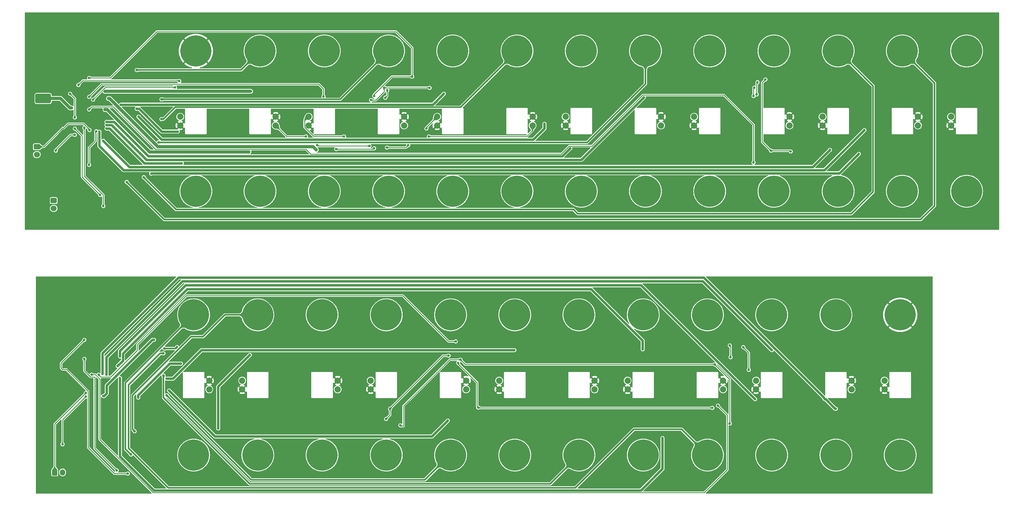
<source format=gbr>
%TF.GenerationSoftware,KiCad,Pcbnew,7.0.8*%
%TF.CreationDate,2023-11-15T21:58:06-05:00*%
%TF.ProjectId,BMS1,424d5331-2e6b-4696-9361-645f70636258,1*%
%TF.SameCoordinates,Original*%
%TF.FileFunction,Copper,L2,Bot*%
%TF.FilePolarity,Positive*%
%FSLAX46Y46*%
G04 Gerber Fmt 4.6, Leading zero omitted, Abs format (unit mm)*
G04 Created by KiCad (PCBNEW 7.0.8) date 2023-11-15 21:58:06*
%MOMM*%
%LPD*%
G01*
G04 APERTURE LIST*
G04 Aperture macros list*
%AMRoundRect*
0 Rectangle with rounded corners*
0 $1 Rounding radius*
0 $2 $3 $4 $5 $6 $7 $8 $9 X,Y pos of 4 corners*
0 Add a 4 corners polygon primitive as box body*
4,1,4,$2,$3,$4,$5,$6,$7,$8,$9,$2,$3,0*
0 Add four circle primitives for the rounded corners*
1,1,$1+$1,$2,$3*
1,1,$1+$1,$4,$5*
1,1,$1+$1,$6,$7*
1,1,$1+$1,$8,$9*
0 Add four rect primitives between the rounded corners*
20,1,$1+$1,$2,$3,$4,$5,0*
20,1,$1+$1,$4,$5,$6,$7,0*
20,1,$1+$1,$6,$7,$8,$9,0*
20,1,$1+$1,$8,$9,$2,$3,0*%
G04 Aperture macros list end*
%TA.AperFunction,ComponentPad*%
%ADD10C,10.000000*%
%TD*%
%TA.AperFunction,ComponentPad*%
%ADD11C,2.000000*%
%TD*%
%TA.AperFunction,ComponentPad*%
%ADD12RoundRect,0.250000X-0.600000X-0.750000X0.600000X-0.750000X0.600000X0.750000X-0.600000X0.750000X0*%
%TD*%
%TA.AperFunction,ComponentPad*%
%ADD13O,1.700000X2.000000*%
%TD*%
%TA.AperFunction,ComponentPad*%
%ADD14RoundRect,0.250000X-0.750000X0.600000X-0.750000X-0.600000X0.750000X-0.600000X0.750000X0.600000X0*%
%TD*%
%TA.AperFunction,ComponentPad*%
%ADD15O,2.000000X1.700000*%
%TD*%
%TA.AperFunction,ViaPad*%
%ADD16C,0.800000*%
%TD*%
%TA.AperFunction,Conductor*%
%ADD17C,0.250000*%
%TD*%
%TA.AperFunction,Conductor*%
%ADD18C,0.500000*%
%TD*%
%TA.AperFunction,Conductor*%
%ADD19C,0.750000*%
%TD*%
%TA.AperFunction,Conductor*%
%ADD20C,1.000000*%
%TD*%
G04 APERTURE END LIST*
D10*
%TO.P,B3,1,+*%
%TO.N,Net-(B2--)*%
X125528000Y-118216000D03*
%TO.P,B3,2,-*%
%TO.N,Net-(B3--)*%
X125528000Y-163216000D03*
D11*
%TO.P,B3,3,T+*%
%TO.N,CT210*%
X130528000Y-142116000D03*
%TO.P,B3,4,T-*%
%TO.N,GND2*%
X130528000Y-139316000D03*
%TD*%
D10*
%TO.P,B2,1,+*%
%TO.N,Net-(B1--)*%
X104908000Y-163216000D03*
%TO.P,B2,2,-*%
%TO.N,Net-(B2--)*%
X104908000Y-118216000D03*
D11*
%TO.P,B2,3,T+*%
%TO.N,CT211*%
X99908000Y-139316000D03*
%TO.P,B2,4,T-*%
%TO.N,GND2*%
X99908000Y-142116000D03*
%TD*%
D10*
%TO.P,B4,1,+*%
%TO.N,Net-(B3--)*%
X146128000Y-163216000D03*
%TO.P,B4,2,-*%
%TO.N,Net-(B4--)*%
X146128000Y-118216000D03*
D11*
%TO.P,B4,3,T+*%
%TO.N,CT209*%
X141128000Y-139316000D03*
%TO.P,B4,4,T-*%
%TO.N,GND2*%
X141128000Y-142116000D03*
%TD*%
D10*
%TO.P,B16,1,+*%
%TO.N,Net-(B15--)*%
X270444000Y-33532500D03*
%TO.P,B16,2,-*%
%TO.N,Net-(B16--)*%
X270444000Y-78532500D03*
D11*
%TO.P,B16,3,T+*%
%TO.N,CT110*%
X275444000Y-57432500D03*
%TO.P,B16,4,T-*%
%TO.N,GND1*%
X275444000Y-54632500D03*
%TD*%
D10*
%TO.P,B15,1,+*%
%TO.N,Net-(B14--)*%
X291044000Y-78532500D03*
%TO.P,B15,2,-*%
%TO.N,Net-(B15--)*%
X291044000Y-33532500D03*
D11*
%TO.P,B15,3,T+*%
%TO.N,CT111*%
X286044000Y-54632500D03*
%TO.P,B15,4,T-*%
%TO.N,GND1*%
X286044000Y-57432500D03*
%TD*%
D10*
%TO.P,B19,1,+*%
%TO.N,Net-(B18--)*%
X208644000Y-78532500D03*
%TO.P,B19,2,-*%
%TO.N,Net-(B19--)*%
X208644000Y-33532500D03*
D11*
%TO.P,B19,3,T+*%
%TO.N,CT107*%
X203644000Y-54632500D03*
%TO.P,B19,4,T-*%
%TO.N,GND1*%
X203644000Y-57432500D03*
%TD*%
D10*
%TO.P,B13,1,+*%
%TO.N,Net-(B13-+)*%
X332244000Y-78532500D03*
%TO.P,B13,2,-*%
%TO.N,Net-(B13--)*%
X332244000Y-33532500D03*
D11*
%TO.P,B13,3,T+*%
%TO.N,CT113*%
X327244000Y-54632500D03*
%TO.P,B13,4,T-*%
%TO.N,GND1*%
X327244000Y-57432500D03*
%TD*%
D10*
%TO.P,B20,1,+*%
%TO.N,Net-(B19--)*%
X188044000Y-33532500D03*
%TO.P,B20,2,-*%
%TO.N,Net-(B20--)*%
X188044000Y-78532500D03*
D11*
%TO.P,B20,3,T+*%
%TO.N,CT106*%
X193044000Y-57432500D03*
%TO.P,B20,4,T-*%
%TO.N,GND1*%
X193044000Y-54632500D03*
%TD*%
D12*
%TO.P,J3,1,Pin_1*%
%TO.N,Net-(J3-Pin_1)*%
X39791000Y-168783000D03*
D13*
%TO.P,J3,2,Pin_2*%
%TO.N,Net-(J3-Pin_2)*%
X42291000Y-168783000D03*
%TD*%
D10*
%TO.P,B18,1,+*%
%TO.N,Net-(B17--)*%
X229244000Y-33532500D03*
%TO.P,B18,2,-*%
%TO.N,Net-(B18--)*%
X229244000Y-78532500D03*
D11*
%TO.P,B18,3,T+*%
%TO.N,CT108*%
X234244000Y-57432500D03*
%TO.P,B18,4,T-*%
%TO.N,GND1*%
X234244000Y-54632500D03*
%TD*%
D10*
%TO.P,B6,1,+*%
%TO.N,Net-(B5--)*%
X187328000Y-163216000D03*
%TO.P,B6,2,-*%
%TO.N,Net-(B6--)*%
X187328000Y-118216000D03*
D11*
%TO.P,B6,3,T+*%
%TO.N,CT207*%
X182328000Y-139316000D03*
%TO.P,B6,4,T-*%
%TO.N,GND2*%
X182328000Y-142116000D03*
%TD*%
D10*
%TO.P,B17,1,+*%
%TO.N,Net-(B16--)*%
X249844000Y-78532500D03*
%TO.P,B17,2,-*%
%TO.N,Net-(B17--)*%
X249844000Y-33532500D03*
D11*
%TO.P,B17,3,T+*%
%TO.N,CT109*%
X244844000Y-54632500D03*
%TO.P,B17,4,T-*%
%TO.N,GND1*%
X244844000Y-57432500D03*
%TD*%
D10*
%TO.P,B21,1,+*%
%TO.N,Net-(B20--)*%
X167444000Y-78532500D03*
%TO.P,B21,2,-*%
%TO.N,Net-(B21--)*%
X167444000Y-33532500D03*
D11*
%TO.P,B21,3,T+*%
%TO.N,CT105*%
X162444000Y-54632500D03*
%TO.P,B21,4,T-*%
%TO.N,GND1*%
X162444000Y-57432500D03*
%TD*%
D10*
%TO.P,B14,1,+*%
%TO.N,Net-(B13--)*%
X311644000Y-33532500D03*
%TO.P,B14,2,-*%
%TO.N,Net-(B14--)*%
X311644000Y-78532500D03*
D11*
%TO.P,B14,3,T+*%
%TO.N,CT112*%
X316644000Y-57432500D03*
%TO.P,B14,4,T-*%
%TO.N,GND1*%
X316644000Y-54632500D03*
%TD*%
D14*
%TO.P,J2,1,Pin_1*%
%TO.N,Net-(J2-Pin_1)*%
X34053000Y-64282000D03*
D15*
%TO.P,J2,2,Pin_2*%
%TO.N,Net-(J2-Pin_2)*%
X34053000Y-66782000D03*
%TD*%
D10*
%TO.P,B9,1,+*%
%TO.N,Net-(B8--)*%
X249128000Y-118216000D03*
%TO.P,B9,2,-*%
%TO.N,Net-(B10-+)*%
X249128000Y-163216000D03*
D11*
%TO.P,B9,3,T+*%
%TO.N,CT204*%
X254128000Y-142116000D03*
%TO.P,B9,4,T-*%
%TO.N,GND2*%
X254128000Y-139316000D03*
%TD*%
D10*
%TO.P,B24,1,+*%
%TO.N,Net-(B23--)*%
X105644000Y-33532500D03*
%TO.P,B24,2,-*%
%TO.N,Net-(B24--)*%
X105644000Y-78532500D03*
D11*
%TO.P,B24,3,T+*%
%TO.N,CT102*%
X110644000Y-57432500D03*
%TO.P,B24,4,T-*%
%TO.N,GND1*%
X110644000Y-54632500D03*
%TD*%
D10*
%TO.P,B8,1,+*%
%TO.N,Net-(B7--)*%
X228528000Y-163216000D03*
%TO.P,B8,2,-*%
%TO.N,Net-(B8--)*%
X228528000Y-118216000D03*
D11*
%TO.P,B8,3,T+*%
%TO.N,CT205*%
X223528000Y-139316000D03*
%TO.P,B8,4,T-*%
%TO.N,GND2*%
X223528000Y-142116000D03*
%TD*%
D10*
%TO.P,B10,1,+*%
%TO.N,Net-(B10-+)*%
X269728000Y-163216000D03*
%TO.P,B10,2,-*%
%TO.N,Net-(B10--)*%
X269728000Y-118216000D03*
D11*
%TO.P,B10,3,T+*%
%TO.N,CT203*%
X264728000Y-139316000D03*
%TO.P,B10,4,T-*%
%TO.N,GND2*%
X264728000Y-142116000D03*
%TD*%
D10*
%TO.P,B12,1,+*%
%TO.N,Net-(B11--)*%
X310928000Y-163216000D03*
%TO.P,B12,2,-*%
%TO.N,GND2*%
X310928000Y-118216000D03*
D11*
%TO.P,B12,3,T+*%
%TO.N,CT201*%
X305928000Y-139316000D03*
%TO.P,B12,4,T-*%
%TO.N,GND2*%
X305928000Y-142116000D03*
%TD*%
D10*
%TO.P,B25,1,+*%
%TO.N,Net-(B24--)*%
X85044000Y-78532500D03*
%TO.P,B25,2,-*%
%TO.N,GND1*%
X85044000Y-33532500D03*
D11*
%TO.P,B25,3,T+*%
%TO.N,CT101*%
X80044000Y-54632500D03*
%TO.P,B25,4,T-*%
%TO.N,GND1*%
X80044000Y-57432500D03*
%TD*%
D10*
%TO.P,B11,1,+*%
%TO.N,Net-(B10--)*%
X290328000Y-118216000D03*
%TO.P,B11,2,-*%
%TO.N,Net-(B11--)*%
X290328000Y-163216000D03*
D11*
%TO.P,B11,3,T+*%
%TO.N,CT202*%
X295328000Y-142116000D03*
%TO.P,B11,4,T-*%
%TO.N,GND2*%
X295328000Y-139316000D03*
%TD*%
D10*
%TO.P,B22,1,+*%
%TO.N,Net-(B21--)*%
X146844000Y-33532500D03*
%TO.P,B22,2,-*%
%TO.N,Net-(B22--)*%
X146844000Y-78532500D03*
D11*
%TO.P,B22,3,T+*%
%TO.N,CT104*%
X151844000Y-57432500D03*
%TO.P,B22,4,T-*%
%TO.N,GND1*%
X151844000Y-54632500D03*
%TD*%
D10*
%TO.P,B1,1,+*%
%TO.N,Net-(B1-+)*%
X84328000Y-118216000D03*
%TO.P,B1,2,-*%
%TO.N,Net-(B1--)*%
X84328000Y-163216000D03*
D11*
%TO.P,B1,3,T+*%
%TO.N,CT212*%
X89328000Y-142116000D03*
%TO.P,B1,4,T-*%
%TO.N,GND2*%
X89328000Y-139316000D03*
%TD*%
D10*
%TO.P,B5,1,+*%
%TO.N,Net-(B4--)*%
X166728000Y-118216000D03*
%TO.P,B5,2,-*%
%TO.N,Net-(B5--)*%
X166728000Y-163216000D03*
D11*
%TO.P,B5,3,T+*%
%TO.N,CT208*%
X171728000Y-142116000D03*
%TO.P,B5,4,T-*%
%TO.N,GND2*%
X171728000Y-139316000D03*
%TD*%
D14*
%TO.P,J1,1,Pin_1*%
%TO.N,/IPA*%
X39442000Y-81554000D03*
D15*
%TO.P,J1,2,Pin_2*%
%TO.N,/IMA*%
X39442000Y-84054000D03*
%TD*%
D10*
%TO.P,B23,1,+*%
%TO.N,Net-(B22--)*%
X126244000Y-78532500D03*
%TO.P,B23,2,-*%
%TO.N,Net-(B23--)*%
X126244000Y-33532500D03*
D11*
%TO.P,B23,3,T+*%
%TO.N,CT103*%
X121244000Y-54632500D03*
%TO.P,B23,4,T-*%
%TO.N,GND1*%
X121244000Y-57432500D03*
%TD*%
D10*
%TO.P,B7,1,+*%
%TO.N,Net-(B6--)*%
X207928000Y-118216000D03*
%TO.P,B7,2,-*%
%TO.N,Net-(B7--)*%
X207928000Y-163216000D03*
D11*
%TO.P,B7,3,T+*%
%TO.N,CT206*%
X212928000Y-142116000D03*
%TO.P,B7,4,T-*%
%TO.N,GND2*%
X212928000Y-139316000D03*
%TD*%
D16*
%TO.N,Net-(B1-+)*%
X64262000Y-163068000D03*
%TO.N,Net-(B2--)*%
X65405000Y-155575000D03*
%TO.N,Net-(B5--)*%
X75692000Y-144018000D03*
%TO.N,/BatteryBus1.S1*%
X55118000Y-137160000D03*
X290322000Y-148336000D03*
%TO.N,/BatteryBus1.S4*%
X59944000Y-134620000D03*
X228346000Y-129286000D03*
%TO.N,/BatteryBus1.S3*%
X264414000Y-145288000D03*
X60706000Y-131572000D03*
%TO.N,/BatteryBus1.S2*%
X56388000Y-137414000D03*
X269748000Y-129540000D03*
%TO.N,/BatteryBus1.S12*%
X71628000Y-126238000D03*
X55372000Y-144272000D03*
%TO.N,/BatteryBus1.S10*%
X102362000Y-131064000D03*
X92202000Y-154686000D03*
%TO.N,/BatteryBus1.S8*%
X66548000Y-144780000D03*
X80264000Y-133858000D03*
%TO.N,/BatteryBus1.S7*%
X76454000Y-142494000D03*
X165862000Y-152146000D03*
%TO.N,/BatteryBus1.S6*%
X75692000Y-138684000D03*
X187198000Y-129540000D03*
%TO.N,/BatteryBus1.S5*%
X60706000Y-138497500D03*
X234696000Y-157734000D03*
%TO.N,Net-(B7--)*%
X74676000Y-137668000D03*
%TO.N,Net-(B10-+)*%
X74676000Y-130556000D03*
%TO.N,/SCL2*%
X169926000Y-132588000D03*
X63246000Y-169164000D03*
X49276000Y-126238000D03*
X251460000Y-134112000D03*
X256286000Y-153124500D03*
X150622000Y-153670000D03*
%TO.N,/SDA2*%
X59690000Y-168148000D03*
X49276000Y-132334000D03*
X250698000Y-148072695D03*
X175626549Y-147978049D03*
X169164000Y-133641500D03*
%TO.N,/BatteryBus.S1*%
X102108000Y-65913000D03*
X55880000Y-52324000D03*
%TO.N,/BatteryBus.S4*%
X60960000Y-50800000D03*
X164592000Y-47244000D03*
%TO.N,/BatteryBus.S3*%
X57023000Y-48768000D03*
X123698000Y-65278000D03*
%TO.N,/BatteryBus.S2*%
X102616000Y-46482000D03*
X55880000Y-46482000D03*
%TO.N,/BatteryBus.S12*%
X299466000Y-58928000D03*
X54102000Y-59436000D03*
%TO.N,/BatteryBus.S11*%
X288417000Y-65278000D03*
X55372000Y-62357000D03*
%TO.N,/BatteryBus.S10*%
X297688000Y-66548000D03*
X70739000Y-72898000D03*
%TO.N,/BatteryBus.S9*%
X56388000Y-58420000D03*
X80518000Y-69596000D03*
%TO.N,/BatteryBus.S8*%
X228727000Y-48387000D03*
X56388000Y-57277000D03*
%TO.N,/BatteryBus.S7*%
X205105000Y-64770000D03*
X56388000Y-56277497D03*
%TO.N,/BatteryBus.S6*%
X66675000Y-54610000D03*
X196850000Y-56896000D03*
%TO.N,/BatteryBus.S5*%
X79248000Y-59383000D03*
X66040000Y-52070000D03*
%TO.N,Net-(B13--)*%
X62865000Y-75565000D03*
%TO.N,Net-(B15--)*%
X68326000Y-74041000D03*
%TO.N,Net-(B17--)*%
X73025000Y-62865000D03*
%TO.N,VDD*%
X74930000Y-129032000D03*
X166116000Y-131318000D03*
X78994000Y-128524000D03*
X147320000Y-148336000D03*
X146050000Y-151638000D03*
%TO.N,GND2*%
X161925000Y-139700000D03*
X153035000Y-138430000D03*
X61595000Y-116840000D03*
X129540000Y-150495000D03*
X243840000Y-141605000D03*
X249555000Y-135890000D03*
X240665000Y-135890000D03*
X43180000Y-120650000D03*
X172720000Y-135890000D03*
X129540000Y-154305000D03*
X243840000Y-137160000D03*
X158115000Y-133350000D03*
X132080000Y-131445000D03*
X139065000Y-159385000D03*
X160020000Y-137160000D03*
X53340000Y-141097000D03*
X178435000Y-149860000D03*
X243840000Y-139065000D03*
X151130000Y-137795000D03*
X243840000Y-132080000D03*
X51308000Y-138938000D03*
X37465000Y-124460000D03*
X172720000Y-149225000D03*
X119380000Y-139065000D03*
X46355000Y-124460000D03*
X238125000Y-135890000D03*
X118110000Y-153670000D03*
X154305000Y-142875000D03*
X48895000Y-122555000D03*
X131445000Y-159385000D03*
X243840000Y-135890000D03*
X70485000Y-135890000D03*
X54610000Y-122555000D03*
X150495000Y-142240000D03*
X158750000Y-139065000D03*
X111760000Y-142875000D03*
X132715000Y-150495000D03*
X64135000Y-107950000D03*
X160020000Y-132715000D03*
X47625000Y-119380000D03*
X248285000Y-135890000D03*
X247015000Y-135890000D03*
X63500000Y-111760000D03*
X139065000Y-154305000D03*
X137795000Y-142875000D03*
X158115000Y-144780000D03*
X111760000Y-136525000D03*
X242570000Y-135890000D03*
X50800000Y-124460000D03*
X53340000Y-143002000D03*
X55372000Y-143002000D03*
X51435000Y-141097000D03*
X51308000Y-143002000D03*
X38100000Y-107950000D03*
X161290000Y-144780000D03*
X161290000Y-131445000D03*
X119380000Y-137160000D03*
X118110000Y-150495000D03*
X42545000Y-131445000D03*
X55245000Y-141097000D03*
X55372000Y-138938000D03*
X52070000Y-123190000D03*
X53340000Y-120015000D03*
X55880000Y-120015000D03*
X42545000Y-135001000D03*
X139065000Y-151765000D03*
X119380000Y-141605000D03*
X151765000Y-140335000D03*
X179070000Y-146685000D03*
X132715000Y-154305000D03*
X111760000Y-139700000D03*
X50800000Y-107950000D03*
X53340000Y-138938000D03*
X160020000Y-142875000D03*
X50800000Y-120650000D03*
X58420000Y-120015000D03*
X118110000Y-130810000D03*
%TO.N,Net-(B19--)*%
X73990200Y-55397400D03*
%TO.N,CT106*%
X159766000Y-60960000D03*
%TO.N,CT105*%
X159004000Y-58420000D03*
%TO.N,Net-(B21--)*%
X73990200Y-49047400D03*
%TO.N,CT104*%
X146304000Y-64524000D03*
X153162000Y-63754000D03*
%TO.N,CT103*%
X132588000Y-60960000D03*
%TO.N,/D22*%
X53859440Y-137407536D03*
X168406299Y-126741701D03*
%TO.N,Net-(B23--)*%
X66040000Y-39624000D03*
%TO.N,CT102*%
X120396000Y-60960000D03*
X142240000Y-64766500D03*
X130048000Y-65024000D03*
%TO.N,CT101*%
X123952000Y-63714500D03*
X140720299Y-64003701D03*
%TO.N,Net-(U9-SCK(IPA))*%
X49784000Y-144399000D03*
X42291000Y-159766000D03*
%TO.N,Net-(U10-IMB)*%
X40132000Y-65532000D03*
X46228000Y-60452000D03*
%TO.N,/SCL1*%
X154432000Y-41783000D03*
X142240000Y-48019975D03*
X265176000Y-43561000D03*
X264922000Y-47498000D03*
X50800000Y-42164000D03*
%TO.N,/D11*%
X50800000Y-48260000D03*
X125984000Y-48197900D03*
%TO.N,VD*%
X145796000Y-48544975D03*
X275844000Y-65786000D03*
X79756000Y-43180000D03*
X267716000Y-42672000D03*
X47371000Y-44450000D03*
X269494000Y-65532000D03*
X146431000Y-46101000D03*
%TO.N,GND1*%
X50927000Y-57531000D03*
X34036000Y-71120000D03*
X89408000Y-59944000D03*
X89408000Y-53340000D03*
X39116000Y-72136000D03*
X40132000Y-89408000D03*
X52324000Y-30988000D03*
X77216000Y-23876000D03*
X271145000Y-68326000D03*
X41656000Y-40132000D03*
X50927000Y-55626000D03*
X65024000Y-24384000D03*
X54610000Y-53721000D03*
X34036000Y-75184000D03*
X97536000Y-53340000D03*
X92456000Y-54864000D03*
X59436000Y-22352000D03*
X44704000Y-75184000D03*
X31496000Y-23368000D03*
X36576000Y-39624000D03*
X52832000Y-23876000D03*
X31496000Y-57912000D03*
X153035000Y-43180000D03*
X59436000Y-89408000D03*
X277876000Y-65024000D03*
X51308000Y-89408000D03*
X31496000Y-42672000D03*
X42164000Y-46228000D03*
X276352000Y-69596000D03*
X42672000Y-22860000D03*
X44704000Y-72644000D03*
X98044000Y-59944000D03*
X39116000Y-75184000D03*
X56896000Y-28956000D03*
X72644000Y-32004000D03*
X89408000Y-57912000D03*
X89408000Y-55372000D03*
X278892000Y-61468000D03*
X52832000Y-57531000D03*
X159512000Y-43688000D03*
X92456000Y-58420000D03*
X31496000Y-32004000D03*
X70612000Y-23368000D03*
X66548000Y-88900000D03*
X62484000Y-28956000D03*
X78232000Y-31496000D03*
X54610000Y-55499000D03*
X56896000Y-36068000D03*
X100584000Y-56896000D03*
X33528000Y-89408000D03*
X155956000Y-43688000D03*
X45212000Y-89408000D03*
X50927000Y-53721000D03*
X52832000Y-55626000D03*
X54610000Y-57531000D03*
X101092000Y-53848000D03*
X75692000Y-29464000D03*
X164592000Y-43688000D03*
X31496000Y-76708000D03*
X52832000Y-53721000D03*
%TO.N,/SDA1*%
X145415000Y-45294975D03*
X52070000Y-49149000D03*
X263906000Y-48006000D03*
X141224000Y-49276000D03*
X160020000Y-45356500D03*
X78359000Y-45212000D03*
X264160000Y-45282000D03*
%TO.N,/D12*%
X50800000Y-52324000D03*
X263906000Y-69342000D03*
%TO.N,Net-(Q2-B)*%
X34036000Y-47752000D03*
X38100000Y-47752000D03*
X38100000Y-49784000D03*
X45212000Y-51816000D03*
X36068000Y-48768000D03*
X34036000Y-49784000D03*
%TO.N,/BatteryBus.S13*%
X50800000Y-70104000D03*
X53086000Y-59309000D03*
%TO.N,Net-(U10-WDT)*%
X44704000Y-47244000D03*
X46228000Y-54864000D03*
%TO.N,C+204*%
X256286000Y-128016000D03*
X256540000Y-131826000D03*
%TO.N,C+203*%
X260604000Y-128575315D03*
X262382000Y-135890000D03*
%TO.N,Net-(U10-CSB(IMA))*%
X55372000Y-83312000D03*
X49276000Y-58150500D03*
%TO.N,Net-(U10-SCK(IPA))*%
X46223701Y-58424299D03*
X54356000Y-79756000D03*
%TO.N,D21*%
X51566299Y-137409701D03*
X252476000Y-147320000D03*
%TO.N,Net-(J2-Pin_1)*%
X50921143Y-58901500D03*
%TO.N,Net-(J3-Pin_1)*%
X49784000Y-143256000D03*
%TD*%
D17*
%TO.N,/SCL2*%
X169926000Y-132588000D02*
X166497000Y-132588000D01*
X166497000Y-132588000D02*
X151645191Y-147439809D01*
X151645191Y-153916809D02*
X151638000Y-153924000D01*
X151638000Y-153924000D02*
X150876000Y-153924000D01*
X151645191Y-147439809D02*
X151645191Y-153916809D01*
X150876000Y-153924000D02*
X150622000Y-153670000D01*
%TO.N,VD*%
X269494000Y-65532000D02*
X266700000Y-62738000D01*
X266700000Y-62738000D02*
X266700000Y-43688000D01*
X266700000Y-43688000D02*
X267716000Y-42672000D01*
%TO.N,CT106*%
X193044000Y-57432500D02*
X193044000Y-59051000D01*
X191135000Y-60960000D02*
X159766000Y-60960000D01*
X193044000Y-59051000D02*
X191135000Y-60960000D01*
D18*
%TO.N,Net-(B17--)*%
X229244000Y-33532500D02*
X229244000Y-44123500D01*
X229244000Y-44123500D02*
X210502500Y-62865000D01*
X210502500Y-62865000D02*
X73025000Y-62865000D01*
D17*
%TO.N,/SCL1*%
X50800000Y-42164000D02*
X57648380Y-42164000D01*
X57648380Y-42164000D02*
X72507380Y-27305000D01*
X72507380Y-27305000D02*
X149225000Y-27305000D01*
X149225000Y-27305000D02*
X154432000Y-32512000D01*
X154432000Y-32512000D02*
X154432000Y-41783000D01*
%TO.N,/D22*%
X53859440Y-137407536D02*
X54590904Y-138139000D01*
X54590904Y-138139000D02*
X57695000Y-138139000D01*
X151384000Y-112014000D02*
X166111701Y-126741701D01*
X57695000Y-138139000D02*
X66265546Y-129568454D01*
X66265546Y-129568454D02*
X66265546Y-127790454D01*
X66265546Y-127790454D02*
X82042000Y-112014000D01*
X82042000Y-112014000D02*
X151384000Y-112014000D01*
X166111701Y-126741701D02*
X168406299Y-126741701D01*
D19*
%TO.N,/BatteryBus.S5*%
X66847077Y-52070000D02*
X74160077Y-59383000D01*
X66040000Y-52070000D02*
X66847077Y-52070000D01*
X74160077Y-59383000D02*
X79248000Y-59383000D01*
D18*
%TO.N,Net-(B1-+)*%
X64262000Y-163068000D02*
X62484000Y-161290000D01*
X62484000Y-140060000D02*
X84328000Y-118216000D01*
X62484000Y-161290000D02*
X62484000Y-140060000D01*
%TO.N,Net-(B2--)*%
X65405000Y-155575000D02*
X64770000Y-154940000D01*
X83566000Y-125222000D02*
X87376000Y-125222000D01*
X64770000Y-144018000D02*
X83566000Y-125222000D01*
X94382000Y-118216000D02*
X104908000Y-118216000D01*
X87376000Y-125222000D02*
X94382000Y-118216000D01*
X64770000Y-154940000D02*
X64770000Y-144018000D01*
%TO.N,Net-(B5--)*%
X166728000Y-162918000D02*
X158450000Y-171196000D01*
X158450000Y-171196000D02*
X102870000Y-171196000D01*
X102870000Y-171196000D02*
X75692000Y-144018000D01*
D19*
%TO.N,/BatteryBus1.S1*%
X55118000Y-137160000D02*
X55118000Y-130556000D01*
X79433000Y-106241000D02*
X247973000Y-106241000D01*
X287023000Y-145291000D02*
X290068000Y-148336000D01*
X286839827Y-145291000D02*
X287023000Y-145291000D01*
X247973000Y-106241000D02*
X286503000Y-144771000D01*
X286503000Y-144954173D02*
X286839827Y-145291000D01*
X286503000Y-144771000D02*
X286503000Y-144954173D01*
D17*
X290068000Y-148336000D02*
X290322000Y-148336000D01*
D19*
X55118000Y-130556000D02*
X79433000Y-106241000D01*
%TO.N,/BatteryBus1.S4*%
X59944000Y-134620000D02*
X61681000Y-132883000D01*
X228346000Y-126492000D02*
X228346000Y-129286000D01*
X61681000Y-132883000D02*
X61681000Y-130597000D01*
X61681000Y-130597000D02*
X82296000Y-109982000D01*
X82296000Y-109982000D02*
X211836000Y-109982000D01*
X211836000Y-109982000D02*
X228346000Y-126492000D01*
%TO.N,/BatteryBus1.S3*%
X264414000Y-145288000D02*
X227838000Y-108712000D01*
X81788000Y-108712000D02*
X60706000Y-129794000D01*
X60706000Y-129794000D02*
X60706000Y-131572000D01*
X227838000Y-108712000D02*
X81788000Y-108712000D01*
%TO.N,/BatteryBus1.S2*%
X56388000Y-131826000D02*
X80772000Y-107442000D01*
X247650000Y-107442000D02*
X269748000Y-129540000D01*
X56388000Y-137414000D02*
X56388000Y-131826000D01*
X80772000Y-107442000D02*
X247650000Y-107442000D01*
%TO.N,/BatteryBus1.S12*%
X71628000Y-126238000D02*
X71120000Y-126238000D01*
X56455859Y-140902141D02*
X56455859Y-143442141D01*
X55626000Y-144272000D02*
X55372000Y-144272000D01*
X56455859Y-143442141D02*
X55626000Y-144272000D01*
X71120000Y-126238000D02*
X56455859Y-140902141D01*
%TO.N,/BatteryBus1.S10*%
X92202000Y-141224000D02*
X102362000Y-131064000D01*
X92202000Y-154686000D02*
X92202000Y-141224000D01*
%TO.N,/BatteryBus1.S8*%
X66548000Y-144018000D02*
X66548000Y-144780000D01*
X80264000Y-133858000D02*
X76708000Y-133858000D01*
X76708000Y-133858000D02*
X66548000Y-144018000D01*
%TO.N,/BatteryBus1.S7*%
X91186000Y-157226000D02*
X160782000Y-157226000D01*
X160782000Y-157226000D02*
X165862000Y-152146000D01*
X76454000Y-142494000D02*
X91186000Y-157226000D01*
%TO.N,/BatteryBus1.S6*%
X86868000Y-129540000D02*
X187198000Y-129540000D01*
X75692000Y-138684000D02*
X77724000Y-138684000D01*
X77724000Y-138684000D02*
X86868000Y-129540000D01*
%TO.N,/BatteryBus1.S5*%
X60706000Y-163684858D02*
X71582141Y-174561000D01*
X234696000Y-167640000D02*
X234696000Y-157734000D01*
X60706000Y-138497500D02*
X60706000Y-163684858D01*
X71582141Y-174561000D02*
X227775000Y-174561000D01*
X227775000Y-174561000D02*
X234696000Y-167640000D01*
D18*
%TO.N,Net-(B7--)*%
X74676000Y-144780000D02*
X102362000Y-172466000D01*
X198678000Y-172466000D02*
X207928000Y-163216000D01*
X102362000Y-172466000D02*
X198678000Y-172466000D01*
X74676000Y-137668000D02*
X74676000Y-144780000D01*
%TO.N,Net-(B10-+)*%
X76200000Y-173736000D02*
X63500000Y-161036000D01*
X249128000Y-163216000D02*
X240852000Y-154940000D01*
X206756000Y-173736000D02*
X76200000Y-173736000D01*
X63500000Y-161036000D02*
X63500000Y-140716000D01*
X63500000Y-140716000D02*
X73660000Y-130556000D01*
X73660000Y-130556000D02*
X74676000Y-130556000D01*
X225552000Y-154940000D02*
X206756000Y-173736000D01*
X240852000Y-154940000D02*
X225552000Y-154940000D01*
D17*
%TO.N,/SCL2*%
X256286000Y-153124500D02*
X256286000Y-138938000D01*
X50509000Y-160745000D02*
X50509000Y-142711000D01*
X256286000Y-138938000D02*
X251460000Y-134112000D01*
X41820000Y-135301305D02*
X41820000Y-133694000D01*
X171450000Y-134112000D02*
X169926000Y-132588000D01*
X63246000Y-169164000D02*
X58928000Y-169164000D01*
X42244695Y-135726000D02*
X41820000Y-135301305D01*
X41820000Y-133694000D02*
X49276000Y-126238000D01*
X251460000Y-134112000D02*
X171450000Y-134112000D01*
X58928000Y-169164000D02*
X50509000Y-160745000D01*
X43524000Y-135726000D02*
X42244695Y-135726000D01*
X50509000Y-142711000D02*
X43524000Y-135726000D01*
%TO.N,/SDA2*%
X52615000Y-161073000D02*
X52615000Y-138139000D01*
X59690000Y-168148000D02*
X52615000Y-161073000D01*
X175626549Y-147978049D02*
X175721195Y-148072695D01*
X175260000Y-139991500D02*
X169164000Y-133895500D01*
X169164000Y-133895500D02*
X169164000Y-133641500D01*
X52615000Y-138139000D02*
X51270293Y-138139000D01*
X175721195Y-148072695D02*
X250698000Y-148072695D01*
X175260000Y-147611500D02*
X175260000Y-139991500D01*
X51270293Y-138139000D02*
X49276000Y-136144707D01*
X49276000Y-136144707D02*
X49276000Y-132334000D01*
X175626549Y-147978049D02*
X175260000Y-147611500D01*
D20*
%TO.N,/BatteryBus.S1*%
X70231000Y-65913000D02*
X56642000Y-52324000D01*
X102108000Y-65913000D02*
X70231000Y-65913000D01*
X56642000Y-52324000D02*
X55880000Y-52324000D01*
D19*
%TO.N,/BatteryBus.S4*%
X60960000Y-50800000D02*
X61002500Y-50757500D01*
X161078500Y-50757500D02*
X164592000Y-47244000D01*
X61002500Y-50757500D02*
X161078500Y-50757500D01*
D20*
%TO.N,/BatteryBus.S3*%
X123698000Y-65278000D02*
X122682000Y-64262000D01*
X57372365Y-48768000D02*
X57023000Y-48768000D01*
X122682000Y-64262000D02*
X72866365Y-64262000D01*
X72866365Y-64262000D02*
X57372365Y-48768000D01*
%TO.N,/BatteryBus.S2*%
X102616000Y-46482000D02*
X55880000Y-46482000D01*
D19*
%TO.N,/BatteryBus.S12*%
X54102000Y-64008000D02*
X54102000Y-59436000D01*
X61849000Y-71755000D02*
X54102000Y-64008000D01*
X299466000Y-58928000D02*
X286639000Y-71755000D01*
X286639000Y-71755000D02*
X61849000Y-71755000D01*
%TO.N,/BatteryBus.S11*%
X55372000Y-62357000D02*
X63754000Y-70739000D01*
X63754000Y-70739000D02*
X282956000Y-70739000D01*
X282956000Y-70739000D02*
X288417000Y-65278000D01*
%TO.N,/BatteryBus.S10*%
X70866000Y-72771000D02*
X291465000Y-72771000D01*
X70739000Y-72898000D02*
X70866000Y-72771000D01*
X291465000Y-72771000D02*
X297688000Y-66548000D01*
%TO.N,/BatteryBus.S9*%
X80518000Y-69596000D02*
X68561859Y-69596000D01*
X57385859Y-58420000D02*
X56388000Y-58420000D01*
X68561859Y-69596000D02*
X57385859Y-58420000D01*
%TO.N,/BatteryBus.S8*%
X58039000Y-57277000D02*
X69215000Y-68453000D01*
X69215000Y-68453000D02*
X208661000Y-68453000D01*
X56388000Y-57277000D02*
X58039000Y-57277000D01*
X208661000Y-68453000D02*
X228727000Y-48387000D01*
%TO.N,/BatteryBus.S7*%
X202565000Y-67310000D02*
X205105000Y-64770000D01*
X69850000Y-67310000D02*
X202565000Y-67310000D01*
X56388000Y-56277497D02*
X58817497Y-56277497D01*
X58817497Y-56277497D02*
X69850000Y-67310000D01*
%TO.N,/BatteryBus.S6*%
X196850000Y-56896000D02*
X196850000Y-58420000D01*
X193294000Y-61976000D02*
X74041000Y-61976000D01*
X196850000Y-58420000D02*
X193294000Y-61976000D01*
X74041000Y-61976000D02*
X66675000Y-54610000D01*
D18*
%TO.N,Net-(B13--)*%
X321945000Y-43833500D02*
X321945000Y-83185000D01*
X311644000Y-33532500D02*
X321945000Y-43833500D01*
X317500000Y-87630000D02*
X74930000Y-87630000D01*
X321945000Y-83185000D02*
X317500000Y-87630000D01*
X74930000Y-87630000D02*
X62865000Y-75565000D01*
%TO.N,Net-(B15--)*%
X206196884Y-84427465D02*
X207494419Y-85725000D01*
X68326000Y-74041000D02*
X78712465Y-84427465D01*
X207494419Y-85725000D02*
X295275000Y-85725000D01*
X302260000Y-44748500D02*
X291044000Y-33532500D01*
X78712465Y-84427465D02*
X206196884Y-84427465D01*
X302260000Y-78740000D02*
X302260000Y-44748500D01*
X295275000Y-85725000D02*
X302260000Y-78740000D01*
D17*
%TO.N,VDD*%
X147320000Y-150368000D02*
X146050000Y-151638000D01*
X164338000Y-131318000D02*
X166116000Y-131318000D01*
D18*
X74930000Y-129032000D02*
X78486000Y-129032000D01*
D17*
X147320000Y-148336000D02*
X164338000Y-131318000D01*
X147320000Y-148336000D02*
X147320000Y-150368000D01*
D18*
X78486000Y-129032000D02*
X78994000Y-128524000D01*
D17*
%TO.N,GND2*%
X51308000Y-138938000D02*
X47371000Y-135001000D01*
X47371000Y-135001000D02*
X42545000Y-135001000D01*
D18*
%TO.N,Net-(B19--)*%
X74650600Y-55397400D02*
X78465500Y-51582500D01*
X78465500Y-51582500D02*
X169994000Y-51582500D01*
X73990200Y-55397400D02*
X74650600Y-55397400D01*
X169994000Y-51582500D02*
X188044000Y-33532500D01*
D17*
%TO.N,CT105*%
X159004000Y-58072500D02*
X162444000Y-54632500D01*
X159004000Y-58420000D02*
X159004000Y-58072500D01*
D18*
%TO.N,Net-(B21--)*%
X131329100Y-49047400D02*
X146844000Y-33532500D01*
X73990200Y-49047400D02*
X131329100Y-49047400D01*
D17*
%TO.N,CT104*%
X146312000Y-64516000D02*
X146304000Y-64524000D01*
X153162000Y-63754000D02*
X152400000Y-64516000D01*
X152400000Y-64516000D02*
X146312000Y-64516000D01*
%TO.N,CT103*%
X119919000Y-57981334D02*
X119919000Y-55957500D01*
X119919000Y-55957500D02*
X121244000Y-54632500D01*
X132588000Y-60960000D02*
X122897666Y-60960000D01*
X122897666Y-60960000D02*
X119919000Y-57981334D01*
D18*
%TO.N,Net-(B23--)*%
X105644000Y-33532500D02*
X99552500Y-39624000D01*
X99552500Y-39624000D02*
X66040000Y-39624000D01*
D17*
%TO.N,CT102*%
X110644000Y-57432500D02*
X114171500Y-60960000D01*
X130048000Y-65024000D02*
X141982500Y-65024000D01*
X114171500Y-60960000D02*
X120396000Y-60960000D01*
X141982500Y-65024000D02*
X142240000Y-64766500D01*
%TO.N,CT101*%
X124241201Y-64003701D02*
X123952000Y-63714500D01*
X140720299Y-64003701D02*
X124241201Y-64003701D01*
%TO.N,Net-(U9-SCK(IPA))*%
X49784000Y-144399000D02*
X42291000Y-151892000D01*
X42291000Y-151892000D02*
X42291000Y-159766000D01*
%TO.N,Net-(U10-IMB)*%
X40132000Y-65190978D02*
X40132000Y-65532000D01*
X46228000Y-60452000D02*
X44870978Y-60452000D01*
X44870978Y-60452000D02*
X40132000Y-65190978D01*
%TO.N,/SCL1*%
X264922000Y-43815000D02*
X264922000Y-47498000D01*
X147901670Y-41783000D02*
X154432000Y-41783000D01*
X142240000Y-47444670D02*
X147901670Y-41783000D01*
X142240000Y-48019975D02*
X142240000Y-47444670D01*
X265176000Y-43561000D02*
X264922000Y-43815000D01*
%TO.N,/D11*%
X125984000Y-45720975D02*
X124459025Y-44196000D01*
X125984000Y-48197900D02*
X125984000Y-45720975D01*
X124459025Y-44196000D02*
X54864000Y-44196000D01*
X54864000Y-44196000D02*
X50800000Y-48260000D01*
%TO.N,VD*%
X79756000Y-43180000D02*
X79629000Y-43053000D01*
X79629000Y-43053000D02*
X48768000Y-43053000D01*
X275844000Y-65786000D02*
X275590000Y-65532000D01*
X48768000Y-43053000D02*
X47371000Y-44450000D01*
X146431000Y-46101000D02*
X146431000Y-47909975D01*
X275590000Y-65532000D02*
X269494000Y-65532000D01*
X146431000Y-47909975D02*
X145796000Y-48544975D01*
%TO.N,GND1*%
X54638500Y-57432500D02*
X54610000Y-57404000D01*
X54610000Y-57531000D02*
X54737000Y-57531000D01*
D19*
X52324000Y-36068000D02*
X56896000Y-36068000D01*
X42164000Y-46228000D02*
X52324000Y-36068000D01*
D17*
X54610000Y-57404000D02*
X54610000Y-57531000D01*
X54737000Y-57531000D02*
X52832000Y-55626000D01*
%TO.N,/SDA1*%
X160020000Y-45356500D02*
X160002500Y-45339000D01*
X263906000Y-48006000D02*
X263906000Y-45536000D01*
X78359000Y-45212000D02*
X55983274Y-45212000D01*
X145415000Y-46618305D02*
X145415000Y-45294975D01*
X141224000Y-49276000D02*
X142757305Y-49276000D01*
X55983274Y-45212000D02*
X52070000Y-49125274D01*
X160002500Y-45339000D02*
X145459025Y-45339000D01*
X263906000Y-45536000D02*
X264160000Y-45282000D01*
X145459025Y-45339000D02*
X145415000Y-45294975D01*
X142757305Y-49276000D02*
X145415000Y-46618305D01*
X52070000Y-49125274D02*
X52070000Y-49149000D01*
%TO.N,/D12*%
X202239695Y-66610000D02*
X204804695Y-64045000D01*
X72136000Y-65088000D02*
X120398000Y-65088000D01*
X51625000Y-51499000D02*
X58547000Y-51499000D01*
X228426695Y-47662000D02*
X254363881Y-47662000D01*
X50800000Y-52324000D02*
X51625000Y-51499000D01*
X204804695Y-64045000D02*
X212043695Y-64045000D01*
X58547000Y-51499000D02*
X72136000Y-65088000D01*
X212043695Y-64045000D02*
X228426695Y-47662000D01*
X120398000Y-65088000D02*
X121920000Y-66610000D01*
X263906000Y-57204120D02*
X263906000Y-69342000D01*
X263878940Y-57177060D02*
X263906000Y-57204120D01*
X254363881Y-47662000D02*
X263878940Y-57177060D01*
X121920000Y-66610000D02*
X202239695Y-66610000D01*
D20*
%TO.N,Net-(Q2-B)*%
X38100000Y-48768000D02*
X34036000Y-48768000D01*
X34036000Y-49784000D02*
X35052000Y-49784000D01*
X35560000Y-49784000D02*
X37084000Y-49784000D01*
X45212000Y-51816000D02*
X44704000Y-51816000D01*
X44704000Y-51816000D02*
X41656000Y-48768000D01*
X37084000Y-47752000D02*
X37084000Y-49784000D01*
X35560000Y-49784000D02*
X36068000Y-49276000D01*
X36068000Y-47752000D02*
X35052000Y-47752000D01*
X37084000Y-47752000D02*
X36068000Y-47752000D01*
X38100000Y-47752000D02*
X37084000Y-47752000D01*
X38100000Y-48768000D02*
X38100000Y-47752000D01*
X41656000Y-48768000D02*
X37592000Y-48768000D01*
X34036000Y-48768000D02*
X34036000Y-49784000D01*
X37592000Y-48768000D02*
X37592000Y-49276000D01*
X34036000Y-47752000D02*
X34036000Y-48768000D01*
X35052000Y-47752000D02*
X35052000Y-49784000D01*
X37592000Y-49276000D02*
X38100000Y-49784000D01*
X35052000Y-49784000D02*
X35560000Y-49784000D01*
X37084000Y-49784000D02*
X38100000Y-49784000D01*
X38100000Y-49784000D02*
X38100000Y-48768000D01*
X35052000Y-47752000D02*
X34036000Y-47752000D01*
X36068000Y-49276000D02*
X36068000Y-47752000D01*
D17*
%TO.N,/BatteryBus.S13*%
X52832000Y-62484000D02*
X52832000Y-59563000D01*
X50800000Y-64516000D02*
X52832000Y-62484000D01*
X50800000Y-70104000D02*
X50800000Y-64516000D01*
X52832000Y-59563000D02*
X53086000Y-59309000D01*
%TO.N,Net-(U10-WDT)*%
X46228000Y-54864000D02*
X46228000Y-48768000D01*
X46228000Y-48768000D02*
X44704000Y-47244000D01*
%TO.N,C+204*%
X256540000Y-128270000D02*
X256540000Y-131826000D01*
X256286000Y-128016000D02*
X256540000Y-128270000D01*
%TO.N,C+203*%
X262382000Y-135890000D02*
X262382000Y-130353315D01*
X262382000Y-130353315D02*
X260604000Y-128575315D01*
%TO.N,Net-(U10-CSB(IMA))*%
X49276000Y-58150500D02*
X49276000Y-73650695D01*
X49276000Y-73650695D02*
X55372000Y-79746695D01*
X55372000Y-79746695D02*
X55372000Y-83312000D01*
%TO.N,Net-(U10-SCK(IPA))*%
X48551000Y-60751598D02*
X48551000Y-73951000D01*
X46223701Y-58424299D02*
X48551000Y-60751598D01*
X48551000Y-73951000D02*
X54356000Y-79756000D01*
%TO.N,D21*%
X252476000Y-147320000D02*
X255524000Y-150368000D01*
X71292192Y-175261000D02*
X54222305Y-158191113D01*
X255524000Y-150368000D02*
X255524000Y-167894000D01*
X248157000Y-175261000D02*
X71292192Y-175261000D01*
X255524000Y-167894000D02*
X248157000Y-175261000D01*
X52837006Y-137409701D02*
X51566299Y-137409701D01*
X54222305Y-158191113D02*
X54222305Y-138795000D01*
X54222305Y-138795000D02*
X52837006Y-137409701D01*
%TO.N,Net-(J2-Pin_1)*%
X42297511Y-58286489D02*
X42672000Y-58286489D01*
X34053000Y-64282000D02*
X36302000Y-64282000D01*
X44062489Y-56896000D02*
X42672000Y-58286489D01*
X50921143Y-58770338D02*
X49046805Y-56896000D01*
X36302000Y-64282000D02*
X42297511Y-58286489D01*
X49046805Y-56896000D02*
X44062489Y-56896000D01*
X50921143Y-58901500D02*
X50921143Y-58770338D01*
%TO.N,Net-(J3-Pin_1)*%
X39791000Y-153249000D02*
X39791000Y-168783000D01*
X49784000Y-143256000D02*
X39791000Y-153249000D01*
%TD*%
%TA.AperFunction,Conductor*%
%TO.N,GND1*%
G36*
X254224021Y-48057185D02*
G01*
X254244663Y-48073819D01*
X263494181Y-57323337D01*
X263527666Y-57384660D01*
X263530500Y-57411018D01*
X263530500Y-68498434D01*
X263525963Y-68531671D01*
X263525405Y-68533676D01*
X263525403Y-68533682D01*
X263516637Y-68650330D01*
X263511605Y-68677168D01*
X263500426Y-68713869D01*
X263490122Y-68738103D01*
X263459078Y-68793805D01*
X263393379Y-68901060D01*
X263390319Y-68906332D01*
X263387070Y-68912252D01*
X263386893Y-68912595D01*
X263384183Y-68917836D01*
X263358568Y-68970500D01*
X263328662Y-69031984D01*
X263325586Y-69037845D01*
X263323808Y-69041963D01*
X263310482Y-69069363D01*
X263308696Y-69073324D01*
X263305770Y-69080063D01*
X263303410Y-69091784D01*
X263297794Y-69111269D01*
X263269762Y-69185183D01*
X263269762Y-69185185D01*
X263250722Y-69341999D01*
X263250722Y-69342000D01*
X263269762Y-69498818D01*
X263306619Y-69596000D01*
X263325780Y-69646523D01*
X263415517Y-69776530D01*
X263533760Y-69881283D01*
X263533761Y-69881283D01*
X263533764Y-69881286D01*
X263539934Y-69885545D01*
X263538673Y-69887371D01*
X263580960Y-69928283D01*
X263596938Y-69996301D01*
X263573606Y-70062160D01*
X263518372Y-70104950D01*
X263473125Y-70113500D01*
X81187475Y-70113500D01*
X81120436Y-70093815D01*
X81074681Y-70041011D01*
X81064737Y-69971853D01*
X81085425Y-69919060D01*
X81086473Y-69917540D01*
X81098220Y-69900523D01*
X81154237Y-69752818D01*
X81173278Y-69596000D01*
X81168398Y-69555805D01*
X81154237Y-69439181D01*
X81117380Y-69341999D01*
X81098220Y-69291477D01*
X81085425Y-69272940D01*
X81063542Y-69206585D01*
X81081008Y-69138934D01*
X81132275Y-69091464D01*
X81187475Y-69078500D01*
X208578257Y-69078500D01*
X208593877Y-69080224D01*
X208593904Y-69079939D01*
X208601660Y-69080671D01*
X208601667Y-69080673D01*
X208670814Y-69078500D01*
X208700350Y-69078500D01*
X208707228Y-69077630D01*
X208713041Y-69077172D01*
X208759627Y-69075709D01*
X208778869Y-69070117D01*
X208797912Y-69066174D01*
X208817792Y-69063664D01*
X208861122Y-69046507D01*
X208866646Y-69044617D01*
X208884393Y-69039461D01*
X208911390Y-69031618D01*
X208928629Y-69021422D01*
X208946103Y-69012862D01*
X208964727Y-69005488D01*
X208964727Y-69005487D01*
X208964732Y-69005486D01*
X209002449Y-68978082D01*
X209007305Y-68974892D01*
X209047420Y-68951170D01*
X209061589Y-68936999D01*
X209076379Y-68924368D01*
X209092587Y-68912594D01*
X209122299Y-68876676D01*
X209126212Y-68872376D01*
X225581821Y-52416768D01*
X225643142Y-52383285D01*
X225712834Y-52388269D01*
X225768767Y-52430141D01*
X225793184Y-52495605D01*
X225793500Y-52504451D01*
X225793500Y-59986737D01*
X225793500Y-60078263D01*
X225797493Y-60086554D01*
X225806660Y-60112753D01*
X225808710Y-60121731D01*
X225808711Y-60121733D01*
X225808712Y-60121734D01*
X225814449Y-60128928D01*
X225829218Y-60152431D01*
X225833211Y-60160723D01*
X225833212Y-60160724D01*
X225840406Y-60166461D01*
X225860038Y-60186093D01*
X225865776Y-60193288D01*
X225874065Y-60197279D01*
X225897570Y-60212049D01*
X225904769Y-60217790D01*
X225913743Y-60219838D01*
X225939944Y-60229006D01*
X225948237Y-60233000D01*
X232539762Y-60233000D01*
X232539763Y-60233000D01*
X232548049Y-60229008D01*
X232574262Y-60219837D01*
X232576446Y-60219338D01*
X232583231Y-60217790D01*
X232590422Y-60212054D01*
X232613933Y-60197280D01*
X232622224Y-60193288D01*
X232627955Y-60186100D01*
X232647601Y-60166455D01*
X232654788Y-60160724D01*
X232658782Y-60152431D01*
X232673556Y-60128920D01*
X232679290Y-60121731D01*
X232681337Y-60112762D01*
X232690510Y-60086547D01*
X232694500Y-60078263D01*
X232694500Y-59986737D01*
X232694500Y-55419813D01*
X232714185Y-55352774D01*
X232766989Y-55307019D01*
X232836147Y-55297075D01*
X232899703Y-55326100D01*
X232922309Y-55351991D01*
X233020564Y-55502382D01*
X233760923Y-54762023D01*
X233784507Y-54842344D01*
X233862239Y-54963298D01*
X233970900Y-55057452D01*
X234101685Y-55117180D01*
X234111466Y-55118586D01*
X233373942Y-55856109D01*
X233420768Y-55892555D01*
X233420770Y-55892556D01*
X233639385Y-56010864D01*
X233639395Y-56010869D01*
X233748661Y-56048380D01*
X233805676Y-56088765D01*
X233831807Y-56153565D01*
X233818756Y-56222205D01*
X233770667Y-56272892D01*
X233760803Y-56278043D01*
X233616362Y-56345398D01*
X233616357Y-56345400D01*
X233437121Y-56470902D01*
X233282402Y-56625621D01*
X233156900Y-56804857D01*
X233156898Y-56804861D01*
X233064426Y-57003168D01*
X233064422Y-57003177D01*
X233007793Y-57214520D01*
X233007793Y-57214523D01*
X233006397Y-57230478D01*
X232988723Y-57432497D01*
X232988723Y-57432502D01*
X232990563Y-57453531D01*
X233007081Y-57642344D01*
X233007793Y-57650475D01*
X233007793Y-57650479D01*
X233064422Y-57861822D01*
X233064424Y-57861826D01*
X233064425Y-57861830D01*
X233106726Y-57952544D01*
X233156897Y-58060138D01*
X233159371Y-58063671D01*
X233282402Y-58239377D01*
X233437123Y-58394098D01*
X233616361Y-58519602D01*
X233814670Y-58612075D01*
X233814676Y-58612076D01*
X233814677Y-58612077D01*
X233827534Y-58615522D01*
X234026023Y-58668707D01*
X234208926Y-58684708D01*
X234243998Y-58687777D01*
X234244000Y-58687777D01*
X234244002Y-58687777D01*
X234272254Y-58685305D01*
X234461977Y-58668707D01*
X234673330Y-58612075D01*
X234871639Y-58519602D01*
X235050877Y-58394098D01*
X235205598Y-58239377D01*
X235331102Y-58060139D01*
X235423575Y-57861830D01*
X235480207Y-57650477D01*
X235497437Y-57453527D01*
X235499277Y-57432505D01*
X243338859Y-57432505D01*
X243359385Y-57680229D01*
X243359387Y-57680238D01*
X243420412Y-57921217D01*
X243520266Y-58148864D01*
X243620564Y-58302382D01*
X244360923Y-57562023D01*
X244384507Y-57642344D01*
X244462239Y-57763298D01*
X244570900Y-57857452D01*
X244701685Y-57917180D01*
X244711466Y-57918586D01*
X243973942Y-58656109D01*
X244020768Y-58692555D01*
X244020770Y-58692556D01*
X244239385Y-58810864D01*
X244239396Y-58810869D01*
X244474506Y-58891583D01*
X244719707Y-58932500D01*
X244968293Y-58932500D01*
X245213493Y-58891583D01*
X245448603Y-58810869D01*
X245448614Y-58810864D01*
X245667228Y-58692557D01*
X245667231Y-58692555D01*
X245714056Y-58656109D01*
X244976533Y-57918586D01*
X244986315Y-57917180D01*
X245117100Y-57857452D01*
X245225761Y-57763298D01*
X245303493Y-57642344D01*
X245327076Y-57562024D01*
X246067434Y-58302382D01*
X246165692Y-58151991D01*
X246218839Y-58106634D01*
X246288070Y-58097211D01*
X246351405Y-58126714D01*
X246388737Y-58185774D01*
X246393500Y-58219813D01*
X246393500Y-59986737D01*
X246393500Y-60078263D01*
X246397493Y-60086554D01*
X246406660Y-60112753D01*
X246408710Y-60121731D01*
X246408711Y-60121733D01*
X246408712Y-60121734D01*
X246414449Y-60128928D01*
X246429218Y-60152431D01*
X246433211Y-60160723D01*
X246433212Y-60160724D01*
X246440406Y-60166461D01*
X246460038Y-60186093D01*
X246465776Y-60193288D01*
X246474065Y-60197279D01*
X246497570Y-60212049D01*
X246504769Y-60217790D01*
X246513743Y-60219838D01*
X246539944Y-60229006D01*
X246548237Y-60233000D01*
X253139762Y-60233000D01*
X253139763Y-60233000D01*
X253148049Y-60229008D01*
X253174262Y-60219837D01*
X253176446Y-60219338D01*
X253183231Y-60217790D01*
X253190422Y-60212054D01*
X253213933Y-60197280D01*
X253222224Y-60193288D01*
X253227955Y-60186100D01*
X253247601Y-60166455D01*
X253254788Y-60160724D01*
X253258782Y-60152431D01*
X253273556Y-60128920D01*
X253279290Y-60121731D01*
X253281337Y-60112762D01*
X253290510Y-60086547D01*
X253294500Y-60078263D01*
X253294500Y-59986737D01*
X253294500Y-52009910D01*
X253294500Y-51986737D01*
X253290506Y-51978444D01*
X253281338Y-51952243D01*
X253279290Y-51943269D01*
X253273546Y-51936066D01*
X253258779Y-51912565D01*
X253254788Y-51904276D01*
X253247593Y-51898538D01*
X253227959Y-51878904D01*
X253226706Y-51877333D01*
X253222224Y-51871712D01*
X253222223Y-51871711D01*
X253213931Y-51867718D01*
X253190428Y-51852949D01*
X253183234Y-51847212D01*
X253183233Y-51847211D01*
X253183231Y-51847210D01*
X253174253Y-51845160D01*
X253148057Y-51835994D01*
X253139763Y-51832000D01*
X253116590Y-51832000D01*
X246639763Y-51832000D01*
X246548237Y-51832000D01*
X246548235Y-51832000D01*
X246548233Y-51832001D01*
X246539939Y-51835995D01*
X246513745Y-51845160D01*
X246504769Y-51847209D01*
X246497566Y-51852953D01*
X246474070Y-51867717D01*
X246465776Y-51871711D01*
X246465775Y-51871713D01*
X246460036Y-51878909D01*
X246440409Y-51898536D01*
X246433213Y-51904275D01*
X246433211Y-51904276D01*
X246429217Y-51912570D01*
X246414453Y-51936066D01*
X246408709Y-51943269D01*
X246406660Y-51952245D01*
X246397495Y-51978439D01*
X246393501Y-51986733D01*
X246393500Y-51986738D01*
X246393500Y-56645186D01*
X246373815Y-56712225D01*
X246321011Y-56757980D01*
X246251853Y-56767924D01*
X246188297Y-56738899D01*
X246165692Y-56713008D01*
X246067434Y-56562616D01*
X245327076Y-57302975D01*
X245303493Y-57222656D01*
X245225761Y-57101702D01*
X245117100Y-57007548D01*
X244986315Y-56947820D01*
X244976534Y-56946413D01*
X245714057Y-56208890D01*
X245714056Y-56208889D01*
X245667229Y-56172443D01*
X245448614Y-56054135D01*
X245448603Y-56054130D01*
X245339338Y-56016619D01*
X245282322Y-55976233D01*
X245256192Y-55911434D01*
X245269244Y-55842794D01*
X245317333Y-55792106D01*
X245327189Y-55786959D01*
X245471639Y-55719602D01*
X245650877Y-55594098D01*
X245805598Y-55439377D01*
X245931102Y-55260139D01*
X246023575Y-55061830D01*
X246080207Y-54850477D01*
X246099277Y-54632500D01*
X246099276Y-54632494D01*
X246092988Y-54560611D01*
X246080207Y-54414523D01*
X246023575Y-54203170D01*
X245931102Y-54004862D01*
X245931100Y-54004859D01*
X245931099Y-54004857D01*
X245805599Y-53825624D01*
X245742591Y-53762616D01*
X245650877Y-53670902D01*
X245471639Y-53545398D01*
X245471640Y-53545398D01*
X245471638Y-53545397D01*
X245372484Y-53499161D01*
X245273330Y-53452925D01*
X245273326Y-53452924D01*
X245273322Y-53452922D01*
X245061977Y-53396293D01*
X244844002Y-53377223D01*
X244843998Y-53377223D01*
X244698682Y-53389936D01*
X244626023Y-53396293D01*
X244626020Y-53396293D01*
X244414677Y-53452922D01*
X244414668Y-53452926D01*
X244216361Y-53545398D01*
X244216357Y-53545400D01*
X244037121Y-53670902D01*
X243882402Y-53825621D01*
X243756900Y-54004857D01*
X243756898Y-54004861D01*
X243686300Y-54156259D01*
X243672419Y-54186028D01*
X243664426Y-54203168D01*
X243664422Y-54203177D01*
X243607793Y-54414520D01*
X243607793Y-54414523D01*
X243605572Y-54439905D01*
X243588724Y-54632494D01*
X243588723Y-54632500D01*
X243607081Y-54842344D01*
X243607793Y-54850475D01*
X243607793Y-54850479D01*
X243664422Y-55061822D01*
X243664424Y-55061826D01*
X243664425Y-55061830D01*
X243710661Y-55160984D01*
X243756897Y-55260138D01*
X243756898Y-55260139D01*
X243882402Y-55439377D01*
X244037123Y-55594098D01*
X244216361Y-55719602D01*
X244360803Y-55786956D01*
X244413242Y-55833128D01*
X244432394Y-55900322D01*
X244412178Y-55967203D01*
X244359013Y-56012537D01*
X244348662Y-56016619D01*
X244239392Y-56054132D01*
X244239390Y-56054132D01*
X244020761Y-56172449D01*
X243973942Y-56208888D01*
X243973942Y-56208890D01*
X244711466Y-56946413D01*
X244701685Y-56947820D01*
X244570900Y-57007548D01*
X244462239Y-57101702D01*
X244384507Y-57222656D01*
X244360923Y-57302975D01*
X243620564Y-56562616D01*
X243520267Y-56716132D01*
X243420412Y-56943782D01*
X243359387Y-57184761D01*
X243359385Y-57184770D01*
X243338859Y-57432494D01*
X243338859Y-57432505D01*
X235499277Y-57432505D01*
X235499277Y-57432502D01*
X235499277Y-57432497D01*
X235491606Y-57344819D01*
X235480207Y-57214523D01*
X235423575Y-57003170D01*
X235331102Y-56804862D01*
X235331100Y-56804859D01*
X235331099Y-56804857D01*
X235205599Y-56625624D01*
X235133965Y-56553990D01*
X235050877Y-56470902D01*
X234887804Y-56356717D01*
X234871638Y-56345397D01*
X234727196Y-56278043D01*
X234674757Y-56231871D01*
X234655605Y-56164677D01*
X234675821Y-56097796D01*
X234728986Y-56052461D01*
X234739339Y-56048380D01*
X234848600Y-56010870D01*
X234848614Y-56010864D01*
X235067228Y-55892557D01*
X235067231Y-55892555D01*
X235114056Y-55856109D01*
X234376533Y-55118586D01*
X234386315Y-55117180D01*
X234517100Y-55057452D01*
X234625761Y-54963298D01*
X234703493Y-54842344D01*
X234727076Y-54762024D01*
X235467434Y-55502382D01*
X235567731Y-55348869D01*
X235667587Y-55121217D01*
X235728612Y-54880238D01*
X235728614Y-54880229D01*
X235749141Y-54632505D01*
X235749141Y-54632494D01*
X235728614Y-54384770D01*
X235728612Y-54384761D01*
X235667587Y-54143782D01*
X235567731Y-53916130D01*
X235467434Y-53762616D01*
X234727076Y-54502975D01*
X234703493Y-54422656D01*
X234625761Y-54301702D01*
X234517100Y-54207548D01*
X234386315Y-54147820D01*
X234376534Y-54146413D01*
X235114057Y-53408890D01*
X235114056Y-53408889D01*
X235067229Y-53372443D01*
X234848614Y-53254135D01*
X234848603Y-53254130D01*
X234613493Y-53173416D01*
X234368293Y-53132500D01*
X234119707Y-53132500D01*
X233874506Y-53173416D01*
X233639396Y-53254130D01*
X233639390Y-53254132D01*
X233420761Y-53372449D01*
X233373942Y-53408888D01*
X233373942Y-53408890D01*
X234111466Y-54146413D01*
X234101685Y-54147820D01*
X233970900Y-54207548D01*
X233862239Y-54301702D01*
X233784507Y-54422656D01*
X233760923Y-54502975D01*
X233020564Y-53762616D01*
X232922309Y-53913008D01*
X232869162Y-53958364D01*
X232799931Y-53967788D01*
X232736595Y-53938286D01*
X232699264Y-53879226D01*
X232694500Y-53845186D01*
X232694500Y-51986737D01*
X232690507Y-51978446D01*
X232681338Y-51952243D01*
X232679290Y-51943269D01*
X232673546Y-51936066D01*
X232658779Y-51912565D01*
X232654788Y-51904276D01*
X232647593Y-51898538D01*
X232627959Y-51878904D01*
X232626706Y-51877333D01*
X232622224Y-51871712D01*
X232622223Y-51871711D01*
X232613931Y-51867718D01*
X232590428Y-51852949D01*
X232583234Y-51847212D01*
X232583233Y-51847211D01*
X232583231Y-51847210D01*
X232574253Y-51845160D01*
X232548057Y-51835994D01*
X232539763Y-51832000D01*
X232539762Y-51832000D01*
X226465953Y-51832000D01*
X226398914Y-51812315D01*
X226353159Y-51759511D01*
X226343215Y-51690353D01*
X226372240Y-51626797D01*
X226378272Y-51620319D01*
X227025449Y-50973142D01*
X229029216Y-48969373D01*
X229059267Y-48947261D01*
X229099240Y-48926283D01*
X229217483Y-48821530D01*
X229307220Y-48691523D01*
X229363237Y-48543818D01*
X229382278Y-48387000D01*
X229381296Y-48378916D01*
X229378358Y-48354717D01*
X229363237Y-48230182D01*
X229363236Y-48230179D01*
X229363236Y-48230178D01*
X229353866Y-48205470D01*
X229348499Y-48135807D01*
X229381647Y-48074301D01*
X229442786Y-48040480D01*
X229469808Y-48037500D01*
X254156982Y-48037500D01*
X254224021Y-48057185D01*
G37*
%TD.AperFunction*%
%TA.AperFunction,Conductor*%
G36*
X211576586Y-64440185D02*
G01*
X211622341Y-64492989D01*
X211632285Y-64562147D01*
X211603260Y-64625703D01*
X211597228Y-64632181D01*
X208438228Y-67791181D01*
X208376905Y-67824666D01*
X208350547Y-67827500D01*
X203231451Y-67827500D01*
X203164412Y-67807815D01*
X203118657Y-67755011D01*
X203108713Y-67685853D01*
X203137738Y-67622297D01*
X203143770Y-67615819D01*
X204216736Y-66542853D01*
X205407216Y-65352373D01*
X205437267Y-65330261D01*
X205477240Y-65309283D01*
X205595483Y-65204530D01*
X205685220Y-65074523D01*
X205741237Y-64926818D01*
X205760278Y-64770000D01*
X205741237Y-64613182D01*
X205741236Y-64613179D01*
X205741236Y-64613178D01*
X205731866Y-64588470D01*
X205726499Y-64518807D01*
X205759647Y-64457301D01*
X205820786Y-64423480D01*
X205847808Y-64420500D01*
X211509547Y-64420500D01*
X211576586Y-64440185D01*
G37*
%TD.AperFunction*%
%TA.AperFunction,Conductor*%
G36*
X65574575Y-51402685D02*
G01*
X65620330Y-51455489D01*
X65630274Y-51524647D01*
X65601249Y-51588203D01*
X65589766Y-51599812D01*
X65566619Y-51620319D01*
X65549516Y-51635471D01*
X65459781Y-51765475D01*
X65459780Y-51765476D01*
X65403762Y-51913181D01*
X65384722Y-52069999D01*
X65384722Y-52070000D01*
X65403762Y-52226818D01*
X65457348Y-52368111D01*
X65459780Y-52374523D01*
X65549517Y-52504530D01*
X65667760Y-52609283D01*
X65667762Y-52609284D01*
X65807634Y-52682696D01*
X65961014Y-52720500D01*
X65961015Y-52720500D01*
X66118985Y-52720500D01*
X66205799Y-52699103D01*
X66235473Y-52695500D01*
X66536625Y-52695500D01*
X66603664Y-52715185D01*
X66624306Y-52731819D01*
X73659271Y-59766784D01*
X73669096Y-59779048D01*
X73669317Y-59778866D01*
X73674287Y-59784873D01*
X73674290Y-59784876D01*
X73674291Y-59784877D01*
X73724728Y-59832241D01*
X73745607Y-59853120D01*
X73746776Y-59854027D01*
X73751081Y-59857366D01*
X73755523Y-59861160D01*
X73789492Y-59893060D01*
X73789494Y-59893061D01*
X73789495Y-59893062D01*
X73807053Y-59902714D01*
X73823314Y-59913396D01*
X73839141Y-59925673D01*
X73881900Y-59944176D01*
X73887150Y-59946748D01*
X73914368Y-59961711D01*
X73927985Y-59969197D01*
X73927989Y-59969198D01*
X73947388Y-59974179D01*
X73965799Y-59980483D01*
X73984174Y-59988435D01*
X73984177Y-59988435D01*
X73984182Y-59988438D01*
X74030226Y-59995729D01*
X74035909Y-59996906D01*
X74081058Y-60008500D01*
X74101093Y-60008500D01*
X74120490Y-60010026D01*
X74140273Y-60013160D01*
X74186661Y-60008775D01*
X74192499Y-60008500D01*
X79052527Y-60008500D01*
X79082201Y-60012103D01*
X79169014Y-60033500D01*
X79169015Y-60033500D01*
X79326985Y-60033500D01*
X79480365Y-59995696D01*
X79494196Y-59988437D01*
X79620240Y-59922283D01*
X79738483Y-59817530D01*
X79828220Y-59687523D01*
X79884237Y-59539818D01*
X79903278Y-59383000D01*
X79894293Y-59308997D01*
X79884237Y-59226181D01*
X79848319Y-59131475D01*
X79836560Y-59100470D01*
X79831194Y-59030808D01*
X79864341Y-58969302D01*
X79925479Y-58935480D01*
X79952503Y-58932500D01*
X80168293Y-58932500D01*
X80413493Y-58891583D01*
X80648603Y-58810869D01*
X80648614Y-58810864D01*
X80867228Y-58692557D01*
X80867231Y-58692555D01*
X80914056Y-58656109D01*
X80176533Y-57918586D01*
X80186315Y-57917180D01*
X80317100Y-57857452D01*
X80425761Y-57763298D01*
X80503493Y-57642344D01*
X80527076Y-57562024D01*
X81267434Y-58302382D01*
X81365692Y-58151991D01*
X81418839Y-58106634D01*
X81488070Y-58097211D01*
X81551405Y-58126714D01*
X81588737Y-58185774D01*
X81593500Y-58219813D01*
X81593500Y-59986737D01*
X81593500Y-60078263D01*
X81597493Y-60086554D01*
X81606660Y-60112753D01*
X81608710Y-60121731D01*
X81608711Y-60121733D01*
X81608712Y-60121734D01*
X81614449Y-60128928D01*
X81629218Y-60152431D01*
X81633211Y-60160723D01*
X81633212Y-60160724D01*
X81640406Y-60166461D01*
X81660038Y-60186093D01*
X81665776Y-60193288D01*
X81674065Y-60197279D01*
X81697570Y-60212049D01*
X81704769Y-60217790D01*
X81713743Y-60219838D01*
X81739944Y-60229006D01*
X81748237Y-60233000D01*
X88339762Y-60233000D01*
X88339763Y-60233000D01*
X88348049Y-60229008D01*
X88374262Y-60219837D01*
X88376446Y-60219338D01*
X88383231Y-60217790D01*
X88390422Y-60212054D01*
X88413933Y-60197280D01*
X88422224Y-60193288D01*
X88427955Y-60186100D01*
X88447601Y-60166455D01*
X88454788Y-60160724D01*
X88458782Y-60152431D01*
X88473556Y-60128920D01*
X88479290Y-60121731D01*
X88481337Y-60112762D01*
X88490510Y-60086547D01*
X88494500Y-60078263D01*
X88494500Y-59986737D01*
X88494500Y-52207000D01*
X88514185Y-52139961D01*
X88566989Y-52094206D01*
X88618500Y-52083000D01*
X102069500Y-52083000D01*
X102136539Y-52102685D01*
X102182294Y-52155489D01*
X102193500Y-52207000D01*
X102193500Y-59986737D01*
X102193500Y-60078263D01*
X102197493Y-60086554D01*
X102206660Y-60112753D01*
X102208710Y-60121731D01*
X102208711Y-60121733D01*
X102208712Y-60121734D01*
X102214449Y-60128928D01*
X102229218Y-60152431D01*
X102233211Y-60160723D01*
X102233212Y-60160724D01*
X102240406Y-60166461D01*
X102260038Y-60186093D01*
X102265776Y-60193288D01*
X102274065Y-60197279D01*
X102297570Y-60212049D01*
X102304769Y-60217790D01*
X102313743Y-60219838D01*
X102339944Y-60229006D01*
X102348237Y-60233000D01*
X108939762Y-60233000D01*
X108939763Y-60233000D01*
X108948049Y-60229008D01*
X108974262Y-60219837D01*
X108976446Y-60219338D01*
X108983231Y-60217790D01*
X108990422Y-60212054D01*
X109013933Y-60197280D01*
X109022224Y-60193288D01*
X109027955Y-60186100D01*
X109047601Y-60166455D01*
X109054788Y-60160724D01*
X109058782Y-60152431D01*
X109073556Y-60128920D01*
X109079290Y-60121731D01*
X109081337Y-60112762D01*
X109090510Y-60086547D01*
X109094500Y-60078263D01*
X109094500Y-59986737D01*
X109094500Y-55419813D01*
X109114185Y-55352774D01*
X109166989Y-55307019D01*
X109236147Y-55297075D01*
X109299703Y-55326100D01*
X109322309Y-55351991D01*
X109420564Y-55502382D01*
X110160923Y-54762023D01*
X110184507Y-54842344D01*
X110262239Y-54963298D01*
X110370900Y-55057452D01*
X110501685Y-55117180D01*
X110511466Y-55118586D01*
X109773942Y-55856109D01*
X109820768Y-55892555D01*
X109820770Y-55892556D01*
X110039385Y-56010864D01*
X110039395Y-56010869D01*
X110148661Y-56048380D01*
X110205676Y-56088765D01*
X110231807Y-56153565D01*
X110218756Y-56222205D01*
X110170667Y-56272892D01*
X110160803Y-56278043D01*
X110016362Y-56345398D01*
X110016357Y-56345400D01*
X109837121Y-56470902D01*
X109682402Y-56625621D01*
X109556900Y-56804857D01*
X109556898Y-56804861D01*
X109464426Y-57003168D01*
X109464422Y-57003177D01*
X109407793Y-57214520D01*
X109407793Y-57214523D01*
X109406397Y-57230478D01*
X109388723Y-57432497D01*
X109388723Y-57432502D01*
X109390563Y-57453531D01*
X109407081Y-57642344D01*
X109407793Y-57650475D01*
X109407793Y-57650479D01*
X109464422Y-57861822D01*
X109464424Y-57861826D01*
X109464425Y-57861830D01*
X109506726Y-57952544D01*
X109556897Y-58060138D01*
X109559371Y-58063671D01*
X109682402Y-58239377D01*
X109837123Y-58394098D01*
X110016361Y-58519602D01*
X110214670Y-58612075D01*
X110214676Y-58612076D01*
X110214677Y-58612077D01*
X110245863Y-58620433D01*
X110301755Y-58635409D01*
X110628634Y-58733899D01*
X110635341Y-58735588D01*
X110639994Y-58736761D01*
X110640004Y-58736763D01*
X110653540Y-58739519D01*
X110653549Y-58739520D01*
X110653551Y-58739521D01*
X110665027Y-58741319D01*
X110665025Y-58741319D01*
X111003240Y-58778624D01*
X111012134Y-58779605D01*
X111259644Y-58804668D01*
X111289807Y-58811606D01*
X111481876Y-58881994D01*
X111516295Y-58901297D01*
X111802800Y-59128730D01*
X111802804Y-59128733D01*
X111807140Y-59131618D01*
X111806866Y-59132028D01*
X111829478Y-59149015D01*
X113819282Y-61138819D01*
X113852767Y-61200142D01*
X113847783Y-61269834D01*
X113805911Y-61325767D01*
X113740447Y-61350184D01*
X113731601Y-61350500D01*
X74351452Y-61350500D01*
X74284413Y-61330815D01*
X74263771Y-61314181D01*
X70777341Y-57827751D01*
X67263528Y-54313937D01*
X67249159Y-54296696D01*
X67207173Y-54235869D01*
X67165483Y-54175470D01*
X67047240Y-54070717D01*
X67047238Y-54070716D01*
X67047237Y-54070715D01*
X66907365Y-53997303D01*
X66753986Y-53959500D01*
X66753985Y-53959500D01*
X66596015Y-53959500D01*
X66596014Y-53959500D01*
X66442634Y-53997303D01*
X66302762Y-54070715D01*
X66184516Y-54175471D01*
X66094781Y-54305475D01*
X66094780Y-54305476D01*
X66038762Y-54453181D01*
X66019722Y-54609999D01*
X66019722Y-54610000D01*
X66038762Y-54766818D01*
X66081774Y-54880229D01*
X66094780Y-54914523D01*
X66184517Y-55044530D01*
X66302760Y-55149283D01*
X66302762Y-55149284D01*
X66342733Y-55170263D01*
X66372788Y-55192378D01*
X73182516Y-62002107D01*
X73216001Y-62063430D01*
X73211017Y-62133122D01*
X73169145Y-62189055D01*
X73103681Y-62213472D01*
X73085213Y-62213414D01*
X73060390Y-62211482D01*
X73052552Y-62210872D01*
X73046861Y-62210645D01*
X73037339Y-62210443D01*
X73037323Y-62210445D01*
X73028503Y-62212177D01*
X73004616Y-62214500D01*
X72946014Y-62214500D01*
X72792634Y-62252303D01*
X72652762Y-62325715D01*
X72534516Y-62430471D01*
X72440519Y-62566650D01*
X72437932Y-62564864D01*
X72399278Y-62604814D01*
X72331258Y-62620787D01*
X72265401Y-62597450D01*
X72250387Y-62584655D01*
X61260414Y-51594681D01*
X61226929Y-51533358D01*
X61231913Y-51463666D01*
X61273785Y-51407733D01*
X61339249Y-51383316D01*
X61348095Y-51383000D01*
X65507536Y-51383000D01*
X65574575Y-51402685D01*
G37*
%TD.AperFunction*%
%TA.AperFunction,Conductor*%
G36*
X122467434Y-58302382D02*
G01*
X122565692Y-58151991D01*
X122618839Y-58106634D01*
X122688070Y-58097211D01*
X122751405Y-58126714D01*
X122788737Y-58185774D01*
X122793500Y-58219813D01*
X122793500Y-60025434D01*
X122773815Y-60092473D01*
X122721011Y-60138228D01*
X122651853Y-60148172D01*
X122588297Y-60119147D01*
X122581819Y-60113115D01*
X121565460Y-59096756D01*
X121531975Y-59035433D01*
X121536959Y-58965741D01*
X121578831Y-58909808D01*
X121612878Y-58891794D01*
X121848604Y-58810869D01*
X121848614Y-58810864D01*
X122067228Y-58692557D01*
X122067231Y-58692555D01*
X122114056Y-58656109D01*
X121376533Y-57918586D01*
X121386315Y-57917180D01*
X121517100Y-57857452D01*
X121625761Y-57763298D01*
X121703493Y-57642344D01*
X121727076Y-57562024D01*
X122467434Y-58302382D01*
G37*
%TD.AperFunction*%
%TA.AperFunction,Conductor*%
G36*
X192584507Y-54842344D02*
G01*
X192662239Y-54963298D01*
X192770900Y-55057452D01*
X192901685Y-55117180D01*
X192911466Y-55118586D01*
X192173942Y-55856109D01*
X192220768Y-55892555D01*
X192220770Y-55892556D01*
X192439385Y-56010864D01*
X192439395Y-56010869D01*
X192548661Y-56048380D01*
X192605676Y-56088765D01*
X192631807Y-56153565D01*
X192618756Y-56222205D01*
X192570667Y-56272892D01*
X192560803Y-56278043D01*
X192416362Y-56345398D01*
X192416357Y-56345400D01*
X192237121Y-56470902D01*
X192082402Y-56625621D01*
X191956900Y-56804857D01*
X191956898Y-56804861D01*
X191864426Y-57003168D01*
X191864422Y-57003177D01*
X191807793Y-57214520D01*
X191807793Y-57214523D01*
X191806397Y-57230478D01*
X191788723Y-57432497D01*
X191788723Y-57432502D01*
X191790563Y-57453531D01*
X191807081Y-57642344D01*
X191807793Y-57650475D01*
X191807793Y-57650479D01*
X191864422Y-57861822D01*
X191864424Y-57861826D01*
X191864425Y-57861830D01*
X191895994Y-57929530D01*
X191903779Y-57946224D01*
X191905830Y-57951169D01*
X191908906Y-57959596D01*
X191908911Y-57959607D01*
X191911885Y-57964497D01*
X191915103Y-57970510D01*
X191956897Y-58060138D01*
X191956898Y-58060140D01*
X192055776Y-58201353D01*
X192057962Y-58204700D01*
X192102236Y-58277500D01*
X192124912Y-58314787D01*
X192127220Y-58318581D01*
X192132169Y-58325889D01*
X192134197Y-58328884D01*
X192143039Y-58340664D01*
X192143040Y-58340665D01*
X192150980Y-58350234D01*
X192361368Y-58580049D01*
X192408894Y-58631963D01*
X192550704Y-58799744D01*
X192576563Y-58850794D01*
X192576879Y-58852108D01*
X192573415Y-58921892D01*
X192561952Y-58946040D01*
X192480287Y-59078886D01*
X192462332Y-59101629D01*
X191706181Y-59857781D01*
X191644858Y-59891266D01*
X191575167Y-59886282D01*
X191519233Y-59844410D01*
X191494816Y-59778946D01*
X191494500Y-59770100D01*
X191494500Y-55419813D01*
X191514185Y-55352774D01*
X191566989Y-55307019D01*
X191636147Y-55297075D01*
X191699703Y-55326100D01*
X191722309Y-55351991D01*
X191820564Y-55502382D01*
X192560923Y-54762023D01*
X192584507Y-54842344D01*
G37*
%TD.AperFunction*%
%TA.AperFunction,Conductor*%
G36*
X77724864Y-51402685D02*
G01*
X77770619Y-51455489D01*
X77780563Y-51524647D01*
X77751538Y-51588203D01*
X77745506Y-51594681D01*
X74507611Y-54832574D01*
X74446288Y-54866059D01*
X74376596Y-54861075D01*
X74361929Y-54854491D01*
X74301789Y-54822664D01*
X74271500Y-54806635D01*
X74266173Y-54803973D01*
X74262498Y-54802242D01*
X74262494Y-54802240D01*
X74251644Y-54797434D01*
X74249890Y-54796878D01*
X74229761Y-54788481D01*
X74227183Y-54787127D01*
X74222564Y-54784703D01*
X74069185Y-54746900D01*
X73911215Y-54746900D01*
X73911214Y-54746900D01*
X73757834Y-54784703D01*
X73617962Y-54858115D01*
X73499716Y-54962871D01*
X73409981Y-55092875D01*
X73409980Y-55092876D01*
X73353962Y-55240581D01*
X73334922Y-55397399D01*
X73334922Y-55397400D01*
X73353962Y-55554218D01*
X73408682Y-55698500D01*
X73409980Y-55701923D01*
X73499717Y-55831930D01*
X73617960Y-55936683D01*
X73626793Y-55941319D01*
X73757834Y-56010096D01*
X73911214Y-56047900D01*
X73911215Y-56047900D01*
X74069185Y-56047900D01*
X74222565Y-56010096D01*
X74222569Y-56010093D01*
X74224678Y-56009294D01*
X74228051Y-56008125D01*
X74252634Y-56000386D01*
X74392766Y-55956279D01*
X74411687Y-55951919D01*
X74514687Y-55936560D01*
X74538900Y-55932950D01*
X74564724Y-55928941D01*
X74679459Y-55911134D01*
X74694458Y-55907874D01*
X74711907Y-55902968D01*
X74712412Y-55902793D01*
X74726116Y-55898038D01*
X74757915Y-55891502D01*
X74758083Y-55891491D01*
X74762601Y-55889805D01*
X74788285Y-55883250D01*
X74793057Y-55882565D01*
X74840246Y-55861013D01*
X74844328Y-55859322D01*
X74873238Y-55848540D01*
X74892929Y-55841197D01*
X74892929Y-55841196D01*
X74892931Y-55841196D01*
X74896789Y-55838307D01*
X74919595Y-55824775D01*
X74923973Y-55822777D01*
X74963164Y-55788816D01*
X74966614Y-55786037D01*
X74969530Y-55783853D01*
X74979193Y-55776621D01*
X74990320Y-55765492D01*
X74993525Y-55762509D01*
X75032743Y-55728528D01*
X75035351Y-55724468D01*
X75051981Y-55703831D01*
X75057331Y-55698481D01*
X75062028Y-55694244D01*
X75079811Y-55679776D01*
X75084754Y-55675540D01*
X75084759Y-55675536D01*
X75088065Y-55672553D01*
X75097583Y-55663513D01*
X75101435Y-55657746D01*
X75116851Y-55638961D01*
X78636494Y-52119319D01*
X78697817Y-52085834D01*
X78724175Y-52083000D01*
X81469500Y-52083000D01*
X81536539Y-52102685D01*
X81582294Y-52155489D01*
X81593500Y-52207000D01*
X81593500Y-56645186D01*
X81573815Y-56712225D01*
X81521011Y-56757980D01*
X81451853Y-56767924D01*
X81388297Y-56738899D01*
X81365692Y-56713008D01*
X81267434Y-56562616D01*
X80527076Y-57302975D01*
X80503493Y-57222656D01*
X80425761Y-57101702D01*
X80317100Y-57007548D01*
X80186315Y-56947820D01*
X80176534Y-56946413D01*
X80914057Y-56208890D01*
X80914056Y-56208889D01*
X80867229Y-56172443D01*
X80648614Y-56054135D01*
X80648603Y-56054130D01*
X80539338Y-56016619D01*
X80482322Y-55976233D01*
X80456192Y-55911434D01*
X80469244Y-55842794D01*
X80517333Y-55792106D01*
X80527189Y-55786959D01*
X80671639Y-55719602D01*
X80850877Y-55594098D01*
X81005598Y-55439377D01*
X81131102Y-55260139D01*
X81223575Y-55061830D01*
X81280207Y-54850477D01*
X81299277Y-54632500D01*
X81299276Y-54632494D01*
X81292988Y-54560611D01*
X81280207Y-54414523D01*
X81223575Y-54203170D01*
X81131102Y-54004862D01*
X81131100Y-54004859D01*
X81131099Y-54004857D01*
X81005599Y-53825624D01*
X80942591Y-53762616D01*
X80850877Y-53670902D01*
X80671639Y-53545398D01*
X80671640Y-53545398D01*
X80671638Y-53545397D01*
X80572484Y-53499161D01*
X80473330Y-53452925D01*
X80473326Y-53452924D01*
X80473322Y-53452922D01*
X80261977Y-53396293D01*
X80044002Y-53377223D01*
X80043998Y-53377223D01*
X79898682Y-53389936D01*
X79826023Y-53396293D01*
X79826020Y-53396293D01*
X79614677Y-53452922D01*
X79614668Y-53452926D01*
X79416361Y-53545398D01*
X79416357Y-53545400D01*
X79237121Y-53670902D01*
X79082402Y-53825621D01*
X78956900Y-54004857D01*
X78956898Y-54004861D01*
X78886300Y-54156259D01*
X78872419Y-54186028D01*
X78864426Y-54203168D01*
X78864422Y-54203177D01*
X78807793Y-54414520D01*
X78807793Y-54414523D01*
X78805572Y-54439905D01*
X78788724Y-54632494D01*
X78788723Y-54632500D01*
X78807081Y-54842344D01*
X78807793Y-54850475D01*
X78807793Y-54850479D01*
X78864422Y-55061822D01*
X78864424Y-55061826D01*
X78864425Y-55061830D01*
X78910661Y-55160984D01*
X78956897Y-55260138D01*
X78956898Y-55260139D01*
X79082402Y-55439377D01*
X79237123Y-55594098D01*
X79416361Y-55719602D01*
X79560803Y-55786956D01*
X79613242Y-55833128D01*
X79632394Y-55900322D01*
X79612178Y-55967203D01*
X79559013Y-56012537D01*
X79548662Y-56016619D01*
X79439392Y-56054132D01*
X79439390Y-56054132D01*
X79220761Y-56172449D01*
X79173942Y-56208888D01*
X79173942Y-56208890D01*
X79911466Y-56946413D01*
X79901685Y-56947820D01*
X79770900Y-57007548D01*
X79662239Y-57101702D01*
X79584507Y-57222656D01*
X79560923Y-57302975D01*
X78820564Y-56562616D01*
X78720267Y-56716132D01*
X78620412Y-56943782D01*
X78559387Y-57184761D01*
X78559385Y-57184770D01*
X78538859Y-57432494D01*
X78538859Y-57432505D01*
X78559385Y-57680229D01*
X78559387Y-57680238D01*
X78620412Y-57921217D01*
X78720266Y-58148864D01*
X78820564Y-58302382D01*
X79560923Y-57562023D01*
X79584507Y-57642344D01*
X79662239Y-57763298D01*
X79770900Y-57857452D01*
X79901685Y-57917180D01*
X79911466Y-57918586D01*
X79162592Y-58667459D01*
X79156570Y-58693945D01*
X79106703Y-58742885D01*
X79048300Y-58757500D01*
X74470529Y-58757500D01*
X74403490Y-58737815D01*
X74382848Y-58721181D01*
X70867761Y-55206094D01*
X67347880Y-51686212D01*
X67338057Y-51673950D01*
X67337836Y-51674134D01*
X67332863Y-51668123D01*
X67282441Y-51620773D01*
X67270616Y-51608948D01*
X67258792Y-51597123D01*
X67259456Y-51596458D01*
X67224430Y-51540910D01*
X67225031Y-51471043D01*
X67263309Y-51412592D01*
X67327112Y-51384115D01*
X67343703Y-51383000D01*
X77657825Y-51383000D01*
X77724864Y-51402685D01*
G37*
%TD.AperFunction*%
%TA.AperFunction,Conductor*%
G36*
X342642539Y-21198685D02*
G01*
X342688294Y-21251489D01*
X342699500Y-21303000D01*
X342699500Y-90758000D01*
X342679815Y-90825039D01*
X342627011Y-90870794D01*
X342575500Y-90882000D01*
X30296500Y-90882000D01*
X30229461Y-90862315D01*
X30183706Y-90809511D01*
X30172500Y-90758000D01*
X30172500Y-84001401D01*
X38187746Y-84001401D01*
X38197745Y-84211327D01*
X38247296Y-84415578D01*
X38247298Y-84415582D01*
X38334598Y-84606743D01*
X38334601Y-84606748D01*
X38334602Y-84606750D01*
X38334604Y-84606753D01*
X38442729Y-84758593D01*
X38456515Y-84777953D01*
X38456520Y-84777959D01*
X38608620Y-84922985D01*
X38703578Y-84984011D01*
X38785428Y-85036613D01*
X38980543Y-85114725D01*
X39083729Y-85134612D01*
X39186914Y-85154500D01*
X39186915Y-85154500D01*
X39644419Y-85154500D01*
X39644425Y-85154500D01*
X39801218Y-85139528D01*
X40002875Y-85080316D01*
X40189682Y-84984011D01*
X40354886Y-84854092D01*
X40492519Y-84695256D01*
X40597604Y-84513244D01*
X40666344Y-84314633D01*
X40696254Y-84106602D01*
X40686254Y-83896670D01*
X40636704Y-83692424D01*
X40636701Y-83692417D01*
X40549401Y-83501256D01*
X40549398Y-83501251D01*
X40549397Y-83501250D01*
X40549396Y-83501247D01*
X40427486Y-83330048D01*
X40427484Y-83330046D01*
X40427479Y-83330040D01*
X40275379Y-83185014D01*
X40098574Y-83071388D01*
X40078628Y-83063403D01*
X39943888Y-83009461D01*
X39903455Y-82993274D01*
X39697086Y-82953500D01*
X39697085Y-82953500D01*
X39239575Y-82953500D01*
X39082782Y-82968472D01*
X39082778Y-82968473D01*
X38881127Y-83027683D01*
X38694313Y-83123991D01*
X38529116Y-83253905D01*
X38529112Y-83253909D01*
X38391478Y-83412746D01*
X38286398Y-83594750D01*
X38217656Y-83793365D01*
X38217656Y-83793367D01*
X38187936Y-84000082D01*
X38187746Y-84001401D01*
X30172500Y-84001401D01*
X30172500Y-82201870D01*
X38191500Y-82201870D01*
X38191501Y-82201876D01*
X38197908Y-82261483D01*
X38248202Y-82396328D01*
X38248206Y-82396335D01*
X38334452Y-82511544D01*
X38334455Y-82511547D01*
X38449664Y-82597793D01*
X38449671Y-82597797D01*
X38584517Y-82648091D01*
X38584516Y-82648091D01*
X38591444Y-82648835D01*
X38644127Y-82654500D01*
X40239872Y-82654499D01*
X40299483Y-82648091D01*
X40434331Y-82597796D01*
X40549546Y-82511546D01*
X40635796Y-82396331D01*
X40686091Y-82261483D01*
X40692500Y-82201873D01*
X40692499Y-80906128D01*
X40686091Y-80846517D01*
X40651424Y-80753571D01*
X40635797Y-80711671D01*
X40635793Y-80711664D01*
X40549547Y-80596455D01*
X40549544Y-80596452D01*
X40434335Y-80510206D01*
X40434328Y-80510202D01*
X40299482Y-80459908D01*
X40299483Y-80459908D01*
X40239883Y-80453501D01*
X40239881Y-80453500D01*
X40239873Y-80453500D01*
X40239864Y-80453500D01*
X38644129Y-80453500D01*
X38644123Y-80453501D01*
X38584516Y-80459908D01*
X38449671Y-80510202D01*
X38449664Y-80510206D01*
X38334455Y-80596452D01*
X38334452Y-80596455D01*
X38248206Y-80711664D01*
X38248202Y-80711671D01*
X38197908Y-80846517D01*
X38191501Y-80906116D01*
X38191501Y-80906123D01*
X38191500Y-80906135D01*
X38191500Y-82201870D01*
X30172500Y-82201870D01*
X30172500Y-66729401D01*
X32798746Y-66729401D01*
X32808745Y-66939327D01*
X32858296Y-67143578D01*
X32858298Y-67143582D01*
X32945598Y-67334743D01*
X32945601Y-67334748D01*
X32945602Y-67334750D01*
X32945604Y-67334753D01*
X33008627Y-67423256D01*
X33067515Y-67505953D01*
X33067520Y-67505959D01*
X33219620Y-67650985D01*
X33314578Y-67712011D01*
X33396428Y-67764613D01*
X33591543Y-67842725D01*
X33694729Y-67862612D01*
X33797914Y-67882500D01*
X33797915Y-67882500D01*
X34255419Y-67882500D01*
X34255425Y-67882500D01*
X34412218Y-67867528D01*
X34613875Y-67808316D01*
X34800682Y-67712011D01*
X34800853Y-67711877D01*
X34878282Y-67650985D01*
X34965886Y-67582092D01*
X35103519Y-67423256D01*
X35208604Y-67241244D01*
X35277344Y-67042633D01*
X35307254Y-66834602D01*
X35297254Y-66624670D01*
X35247704Y-66420424D01*
X35234349Y-66391181D01*
X35160401Y-66229256D01*
X35160398Y-66229251D01*
X35160397Y-66229250D01*
X35160396Y-66229247D01*
X35038486Y-66058048D01*
X35038484Y-66058046D01*
X35038479Y-66058040D01*
X34886379Y-65913014D01*
X34709574Y-65799388D01*
X34679904Y-65787510D01*
X34514457Y-65721275D01*
X34514455Y-65721274D01*
X34308086Y-65681500D01*
X34308085Y-65681500D01*
X33850575Y-65681500D01*
X33695688Y-65696290D01*
X33693782Y-65696472D01*
X33693778Y-65696473D01*
X33492127Y-65755683D01*
X33305313Y-65851991D01*
X33140116Y-65981905D01*
X33140112Y-65981909D01*
X33002478Y-66140746D01*
X32897398Y-66322750D01*
X32828656Y-66521365D01*
X32828656Y-66521367D01*
X32805202Y-66684500D01*
X32798746Y-66729401D01*
X30172500Y-66729401D01*
X30172500Y-65532000D01*
X39476722Y-65532000D01*
X39495762Y-65688818D01*
X39538143Y-65800565D01*
X39551780Y-65836523D01*
X39641517Y-65966530D01*
X39759760Y-66071283D01*
X39759762Y-66071284D01*
X39899634Y-66144696D01*
X40053014Y-66182500D01*
X40053015Y-66182500D01*
X40210985Y-66182500D01*
X40364365Y-66144696D01*
X40371895Y-66140744D01*
X40504240Y-66071283D01*
X40622483Y-65966530D01*
X40712220Y-65836523D01*
X40768237Y-65688818D01*
X40787278Y-65532000D01*
X40784944Y-65512786D01*
X40784607Y-65495710D01*
X40784404Y-65495714D01*
X40784299Y-65489624D01*
X40784300Y-65489615D01*
X40767574Y-65345039D01*
X40765906Y-65334499D01*
X40763409Y-65322098D01*
X40760854Y-65311688D01*
X40732862Y-65215284D01*
X40733072Y-65145418D01*
X40750632Y-65109860D01*
X40750626Y-65109856D01*
X40750671Y-65109782D01*
X40751663Y-65107774D01*
X40753184Y-65105682D01*
X40753188Y-65105677D01*
X40753191Y-65105669D01*
X40753206Y-65105647D01*
X40753257Y-65105581D01*
X40756064Y-65101723D01*
X40756213Y-65101832D01*
X40771240Y-65082773D01*
X44990197Y-60863819D01*
X45051520Y-60830334D01*
X45077878Y-60827500D01*
X45384438Y-60827500D01*
X45417671Y-60832036D01*
X45419679Y-60832595D01*
X45536342Y-60841360D01*
X45563159Y-60846388D01*
X45599875Y-60857572D01*
X45624103Y-60867875D01*
X45679807Y-60898920D01*
X45787166Y-60964684D01*
X45792642Y-60967855D01*
X45798571Y-60971094D01*
X45803946Y-60973869D01*
X45910468Y-61025679D01*
X45955258Y-61047465D01*
X45957500Y-61048479D01*
X45959136Y-61049219D01*
X45961443Y-61050221D01*
X45966066Y-61052229D01*
X45966079Y-61052231D01*
X45969905Y-61053433D01*
X45990397Y-61061946D01*
X45995635Y-61064696D01*
X46070067Y-61083041D01*
X46149014Y-61102500D01*
X46149015Y-61102500D01*
X46306985Y-61102500D01*
X46460365Y-61064696D01*
X46480500Y-61054128D01*
X46600240Y-60991283D01*
X46718483Y-60886530D01*
X46808220Y-60756523D01*
X46864237Y-60608818D01*
X46883278Y-60452000D01*
X46881939Y-60440968D01*
X46864237Y-60295181D01*
X46840774Y-60233316D01*
X46808220Y-60147477D01*
X46718483Y-60017470D01*
X46600240Y-59912717D01*
X46600238Y-59912716D01*
X46600237Y-59912715D01*
X46460365Y-59839303D01*
X46306986Y-59801500D01*
X46306985Y-59801500D01*
X46149015Y-59801500D01*
X45995635Y-59839303D01*
X45980088Y-59847463D01*
X45953923Y-59857607D01*
X45952032Y-59858102D01*
X45894095Y-59886282D01*
X45803932Y-59930136D01*
X45801321Y-59931483D01*
X45798537Y-59932920D01*
X45793593Y-59935623D01*
X45792623Y-59936153D01*
X45787162Y-59939316D01*
X45695076Y-59995725D01*
X45679806Y-60005079D01*
X45624107Y-60036120D01*
X45599875Y-60046424D01*
X45563169Y-60057605D01*
X45536330Y-60062637D01*
X45419678Y-60071403D01*
X45419671Y-60071405D01*
X45415186Y-60072563D01*
X45384187Y-60076500D01*
X44922782Y-60076500D01*
X44897337Y-60073861D01*
X44886711Y-60071633D01*
X44886708Y-60071633D01*
X44851486Y-60076023D01*
X44843810Y-60076500D01*
X44839864Y-60076500D01*
X44822593Y-60079381D01*
X44816836Y-60080342D01*
X44762348Y-60087134D01*
X44754835Y-60089371D01*
X44747365Y-60091936D01*
X44699100Y-60118055D01*
X44649770Y-60142171D01*
X44643353Y-60146753D01*
X44637153Y-60151579D01*
X44599969Y-60191971D01*
X40220201Y-64571737D01*
X40199348Y-64588507D01*
X40190358Y-64594258D01*
X40190353Y-64594262D01*
X40076795Y-64703372D01*
X40074642Y-64705345D01*
X39988403Y-64780729D01*
X39952039Y-64810913D01*
X39905011Y-64849948D01*
X39861871Y-64887657D01*
X39806128Y-64936382D01*
X39801535Y-64940584D01*
X39680570Y-65056817D01*
X39677388Y-65059928D01*
X39677384Y-65059932D01*
X39676649Y-65061026D01*
X39655967Y-65084666D01*
X39641521Y-65097465D01*
X39641514Y-65097473D01*
X39551781Y-65227475D01*
X39551780Y-65227476D01*
X39495762Y-65375181D01*
X39476722Y-65531999D01*
X39476722Y-65532000D01*
X30172500Y-65532000D01*
X30172500Y-64929870D01*
X32802500Y-64929870D01*
X32802501Y-64929876D01*
X32808908Y-64989483D01*
X32859202Y-65124328D01*
X32859206Y-65124335D01*
X32945452Y-65239544D01*
X32945455Y-65239547D01*
X33060664Y-65325793D01*
X33060671Y-65325797D01*
X33195517Y-65376091D01*
X33195516Y-65376091D01*
X33202444Y-65376835D01*
X33255127Y-65382500D01*
X34850872Y-65382499D01*
X34910483Y-65376091D01*
X35045331Y-65325796D01*
X35160546Y-65239546D01*
X35160551Y-65239538D01*
X35166393Y-65233697D01*
X35170298Y-65229466D01*
X35170114Y-65229295D01*
X35174879Y-65224181D01*
X35341208Y-65045673D01*
X35345360Y-65041617D01*
X35386410Y-65005098D01*
X35505558Y-64899106D01*
X35510986Y-64894798D01*
X35663754Y-64786945D01*
X35670789Y-64782650D01*
X35810572Y-64709633D01*
X35828171Y-64702108D01*
X35940508Y-64664054D01*
X35980289Y-64657500D01*
X36250196Y-64657500D01*
X36275641Y-64660139D01*
X36279440Y-64660935D01*
X36286268Y-64662367D01*
X36307225Y-64659754D01*
X36321492Y-64657977D01*
X36329168Y-64657500D01*
X36333112Y-64657500D01*
X36333114Y-64657500D01*
X36333116Y-64657499D01*
X36333122Y-64657499D01*
X36348487Y-64654934D01*
X36356140Y-64653657D01*
X36410626Y-64646866D01*
X36410627Y-64646865D01*
X36410629Y-64646865D01*
X36418141Y-64644628D01*
X36425606Y-64642066D01*
X36425606Y-64642065D01*
X36425610Y-64642065D01*
X36473877Y-64615944D01*
X36523211Y-64591826D01*
X36523214Y-64591823D01*
X36529594Y-64587268D01*
X36535819Y-64582422D01*
X36535826Y-64582419D01*
X36573008Y-64542028D01*
X40954314Y-60160723D01*
X42416730Y-58698308D01*
X42478053Y-58664823D01*
X42504411Y-58661989D01*
X42620196Y-58661989D01*
X42645641Y-58664628D01*
X42649440Y-58665424D01*
X42656268Y-58666856D01*
X42677225Y-58664243D01*
X42691492Y-58662466D01*
X42699168Y-58661989D01*
X42703112Y-58661989D01*
X42703114Y-58661989D01*
X42703116Y-58661988D01*
X42703122Y-58661988D01*
X42718487Y-58659423D01*
X42726140Y-58658146D01*
X42780626Y-58651355D01*
X42780627Y-58651354D01*
X42780629Y-58651354D01*
X42788141Y-58649117D01*
X42795606Y-58646555D01*
X42795606Y-58646554D01*
X42795610Y-58646554D01*
X42843877Y-58620433D01*
X42893211Y-58596315D01*
X42893214Y-58596312D01*
X42899594Y-58591757D01*
X42905819Y-58586911D01*
X42905826Y-58586908D01*
X42943008Y-58546517D01*
X43559995Y-57929530D01*
X44181707Y-57307819D01*
X44243030Y-57274334D01*
X44269388Y-57271500D01*
X48839906Y-57271500D01*
X48906945Y-57291185D01*
X48927587Y-57307819D01*
X48999193Y-57379425D01*
X49032678Y-57440748D01*
X49027694Y-57510440D01*
X48985822Y-57566373D01*
X48969139Y-57576902D01*
X48903761Y-57611216D01*
X48785516Y-57715971D01*
X48695781Y-57845975D01*
X48695780Y-57845976D01*
X48639762Y-57993681D01*
X48620722Y-58150499D01*
X48620722Y-58150500D01*
X48639763Y-58307318D01*
X48674562Y-58399076D01*
X48676565Y-58405344D01*
X48682105Y-58426476D01*
X48693805Y-58450530D01*
X48695586Y-58454654D01*
X48698660Y-58460510D01*
X48754152Y-58574597D01*
X48756969Y-58580051D01*
X48760212Y-58585978D01*
X48763341Y-58591377D01*
X48821674Y-58686606D01*
X48829078Y-58698693D01*
X48860119Y-58754390D01*
X48870424Y-58778624D01*
X48881606Y-58815334D01*
X48886638Y-58842172D01*
X48892630Y-58921892D01*
X48895406Y-58958825D01*
X48895923Y-58960826D01*
X48896564Y-58963310D01*
X48900500Y-58994304D01*
X48900500Y-60270698D01*
X48880815Y-60337737D01*
X48828011Y-60383492D01*
X48758853Y-60393436D01*
X48695297Y-60364411D01*
X48688819Y-60358379D01*
X47085709Y-58755269D01*
X47065414Y-58728556D01*
X47064391Y-58726745D01*
X47064389Y-58726743D01*
X46988101Y-58638058D01*
X46972681Y-58615522D01*
X46969860Y-58610229D01*
X46954633Y-58581662D01*
X46944786Y-58557246D01*
X46928236Y-58499018D01*
X46927352Y-58495907D01*
X46897950Y-58373536D01*
X46896344Y-58367507D01*
X46894797Y-58362217D01*
X46894448Y-58361025D01*
X46892583Y-58355177D01*
X46887568Y-58340664D01*
X46837652Y-58196202D01*
X46836187Y-58192311D01*
X46833612Y-58185774D01*
X46833337Y-58185075D01*
X46830239Y-58180416D01*
X46817557Y-58155732D01*
X46815573Y-58150500D01*
X46803921Y-58119776D01*
X46714184Y-57989769D01*
X46595941Y-57885016D01*
X46595939Y-57885015D01*
X46595938Y-57885014D01*
X46456066Y-57811602D01*
X46302687Y-57773799D01*
X46302686Y-57773799D01*
X46144716Y-57773799D01*
X46144715Y-57773799D01*
X45991335Y-57811602D01*
X45851463Y-57885014D01*
X45733217Y-57989770D01*
X45643482Y-58119774D01*
X45643481Y-58119775D01*
X45587463Y-58267480D01*
X45568423Y-58424298D01*
X45568423Y-58424299D01*
X45587463Y-58581117D01*
X45640583Y-58721181D01*
X45643481Y-58728822D01*
X45733218Y-58858829D01*
X45851461Y-58963582D01*
X45851463Y-58963583D01*
X45991336Y-59036995D01*
X45991629Y-59037106D01*
X45996233Y-59038466D01*
X45998898Y-59039386D01*
X45998900Y-59039388D01*
X46154537Y-59093166D01*
X46156453Y-59093778D01*
X46160285Y-59095002D01*
X46166756Y-59096901D01*
X46166760Y-59096902D01*
X46172889Y-59098536D01*
X46265896Y-59120882D01*
X46295310Y-59127950D01*
X46308216Y-59131618D01*
X46356643Y-59145383D01*
X46381062Y-59155230D01*
X46393402Y-59161808D01*
X46414929Y-59173283D01*
X46437463Y-59188702D01*
X46526145Y-59264987D01*
X46526150Y-59264991D01*
X46526154Y-59264993D01*
X46526155Y-59264994D01*
X46530143Y-59267346D01*
X46554846Y-59286481D01*
X48139181Y-60870816D01*
X48172666Y-60932139D01*
X48175500Y-60958497D01*
X48175500Y-73899196D01*
X48172862Y-73924634D01*
X48170633Y-73935268D01*
X48170633Y-73935269D01*
X48170633Y-73935271D01*
X48175023Y-73970491D01*
X48175500Y-73978167D01*
X48175500Y-73982116D01*
X48179342Y-74005141D01*
X48186134Y-74059627D01*
X48188373Y-74067147D01*
X48190934Y-74074608D01*
X48190935Y-74074610D01*
X48214962Y-74119010D01*
X48217055Y-74122877D01*
X48241174Y-74172211D01*
X48245742Y-74178609D01*
X48250582Y-74184827D01*
X48290971Y-74222009D01*
X53493986Y-79425023D01*
X53514277Y-79451729D01*
X53515301Y-79453542D01*
X53515302Y-79453544D01*
X53515305Y-79453547D01*
X53515306Y-79453549D01*
X53566334Y-79512869D01*
X53591594Y-79542234D01*
X53607015Y-79564772D01*
X53625064Y-79598634D01*
X53634913Y-79623056D01*
X53652347Y-79684387D01*
X53681726Y-79806666D01*
X53681727Y-79806668D01*
X53683273Y-79812492D01*
X53685149Y-79818945D01*
X53687074Y-79824999D01*
X53742139Y-79984361D01*
X53742140Y-79984363D01*
X53743698Y-79988476D01*
X53746363Y-79995225D01*
X53749460Y-79999882D01*
X53762142Y-80024565D01*
X53775778Y-80060518D01*
X53775780Y-80060523D01*
X53865517Y-80190530D01*
X53983760Y-80295283D01*
X53983762Y-80295284D01*
X54123634Y-80368696D01*
X54277014Y-80406500D01*
X54277015Y-80406500D01*
X54434985Y-80406500D01*
X54588365Y-80368696D01*
X54728238Y-80295284D01*
X54728237Y-80295284D01*
X54728240Y-80295283D01*
X54790273Y-80240326D01*
X54853506Y-80210605D01*
X54922769Y-80219789D01*
X54976073Y-80264961D01*
X54996493Y-80331780D01*
X54996500Y-80333142D01*
X54996500Y-82468434D01*
X54991963Y-82501671D01*
X54991405Y-82503676D01*
X54991403Y-82503682D01*
X54982637Y-82620330D01*
X54977605Y-82647168D01*
X54966426Y-82683869D01*
X54956122Y-82708103D01*
X54925078Y-82763805D01*
X54859379Y-82871060D01*
X54856319Y-82876332D01*
X54853070Y-82882252D01*
X54851627Y-82885043D01*
X54850183Y-82887836D01*
X54831463Y-82926324D01*
X54794662Y-83001984D01*
X54791586Y-83007845D01*
X54789808Y-83011963D01*
X54776482Y-83039363D01*
X54774696Y-83043324D01*
X54771770Y-83050063D01*
X54769410Y-83061784D01*
X54763794Y-83081269D01*
X54735762Y-83155183D01*
X54735762Y-83155185D01*
X54716722Y-83311999D01*
X54716722Y-83312000D01*
X54735762Y-83468818D01*
X54783525Y-83594756D01*
X54791780Y-83616523D01*
X54881517Y-83746530D01*
X54999760Y-83851283D01*
X54999762Y-83851284D01*
X55139634Y-83924696D01*
X55293014Y-83962500D01*
X55293015Y-83962500D01*
X55450985Y-83962500D01*
X55604365Y-83924696D01*
X55744240Y-83851283D01*
X55862483Y-83746530D01*
X55952220Y-83616523D01*
X56008237Y-83468818D01*
X56027278Y-83312000D01*
X56008237Y-83155182D01*
X55973426Y-83063394D01*
X55971428Y-83057147D01*
X55965892Y-83036023D01*
X55954189Y-83011963D01*
X55952408Y-83007835D01*
X55949304Y-83001921D01*
X55945141Y-82993363D01*
X55893848Y-82887905D01*
X55891031Y-82882451D01*
X55890922Y-82882251D01*
X55887788Y-82876522D01*
X55884660Y-82871126D01*
X55818920Y-82763807D01*
X55818919Y-82763805D01*
X55787877Y-82708109D01*
X55777573Y-82683876D01*
X55766392Y-82647168D01*
X55761360Y-82620327D01*
X55752596Y-82503680D01*
X55752595Y-82503675D01*
X55751437Y-82499189D01*
X55747500Y-82468193D01*
X55747500Y-79798499D01*
X55750139Y-79773054D01*
X55750785Y-79769970D01*
X55752367Y-79762427D01*
X55750498Y-79747435D01*
X55747977Y-79727201D01*
X55747500Y-79719525D01*
X55747500Y-79715584D01*
X55747498Y-79715571D01*
X55743657Y-79692554D01*
X55736866Y-79638071D01*
X55736866Y-79638069D01*
X55736864Y-79638065D01*
X55734622Y-79630535D01*
X55732065Y-79623087D01*
X55732065Y-79623085D01*
X55705944Y-79574817D01*
X55681826Y-79525484D01*
X55681824Y-79525482D01*
X55681824Y-79525481D01*
X55677267Y-79519099D01*
X55672415Y-79512864D01*
X55632029Y-79475687D01*
X51721343Y-75565000D01*
X62209722Y-75565000D01*
X62228762Y-75721818D01*
X62284780Y-75869523D01*
X62374517Y-75999530D01*
X62403372Y-76025093D01*
X62418581Y-76041214D01*
X62425639Y-76050182D01*
X62425642Y-76050185D01*
X62572419Y-76175762D01*
X62578267Y-76180319D01*
X62581617Y-76182930D01*
X62581618Y-76182930D01*
X62581624Y-76182935D01*
X62592871Y-76190903D01*
X62602659Y-76197190D01*
X62602658Y-76197189D01*
X62602660Y-76197190D01*
X62734290Y-76273489D01*
X62739584Y-76276393D01*
X62745492Y-76279454D01*
X62745494Y-76279455D01*
X62751020Y-76282152D01*
X62855731Y-76330163D01*
X62860986Y-76332883D01*
X62943005Y-76380424D01*
X62961432Y-76393483D01*
X63079581Y-76494565D01*
X63079588Y-76494570D01*
X63083256Y-76496723D01*
X63108166Y-76515980D01*
X74528614Y-87936428D01*
X74545246Y-87957066D01*
X74547854Y-87961125D01*
X74547857Y-87961128D01*
X74587067Y-87995103D01*
X74590283Y-87998097D01*
X74601407Y-88009221D01*
X74601412Y-88009224D01*
X74601417Y-88009229D01*
X74613979Y-88018633D01*
X74617427Y-88021411D01*
X74647947Y-88047856D01*
X74656627Y-88055377D01*
X74661010Y-88057379D01*
X74683807Y-88070905D01*
X74687669Y-88073796D01*
X74736295Y-88091932D01*
X74740351Y-88093612D01*
X74762457Y-88103708D01*
X74787540Y-88115164D01*
X74787541Y-88115164D01*
X74787543Y-88115165D01*
X74792312Y-88115850D01*
X74818002Y-88122407D01*
X74822517Y-88124091D01*
X74874258Y-88127791D01*
X74878657Y-88128264D01*
X74894201Y-88130500D01*
X74909906Y-88130500D01*
X74914328Y-88130657D01*
X74966073Y-88134359D01*
X74970785Y-88133334D01*
X74997143Y-88130500D01*
X317432857Y-88130500D01*
X317459215Y-88133334D01*
X317463927Y-88134359D01*
X317515671Y-88130657D01*
X317520094Y-88130500D01*
X317535799Y-88130500D01*
X317551342Y-88128264D01*
X317555740Y-88127791D01*
X317607483Y-88124091D01*
X317611992Y-88122408D01*
X317637685Y-88115850D01*
X317642457Y-88115165D01*
X317689646Y-88093613D01*
X317693736Y-88091920D01*
X317722638Y-88081140D01*
X317742329Y-88073797D01*
X317742329Y-88073796D01*
X317742331Y-88073796D01*
X317746189Y-88070907D01*
X317768995Y-88057375D01*
X317773373Y-88055377D01*
X317812571Y-88021411D01*
X317816014Y-88018637D01*
X317818930Y-88016453D01*
X317828593Y-88009221D01*
X317839720Y-87998092D01*
X317842925Y-87995109D01*
X317882143Y-87961128D01*
X317884751Y-87957068D01*
X317901381Y-87936431D01*
X322251428Y-83586383D01*
X322272069Y-83569750D01*
X322276128Y-83567143D01*
X322310129Y-83527902D01*
X322313100Y-83524711D01*
X322324220Y-83513593D01*
X322333645Y-83501000D01*
X322336390Y-83497594D01*
X322370377Y-83458373D01*
X322372375Y-83453995D01*
X322385907Y-83431189D01*
X322388796Y-83427331D01*
X322406922Y-83378728D01*
X322408614Y-83374645D01*
X322430165Y-83327457D01*
X322430850Y-83322685D01*
X322437409Y-83296992D01*
X322439091Y-83292483D01*
X322442791Y-83240740D01*
X322443265Y-83236340D01*
X322445500Y-83220799D01*
X322445500Y-83205094D01*
X322445658Y-83200669D01*
X322448911Y-83155185D01*
X322449359Y-83148927D01*
X322448332Y-83144206D01*
X322445500Y-83117858D01*
X322445500Y-78532500D01*
X326988498Y-78532500D01*
X327008497Y-78990547D01*
X327020662Y-79082948D01*
X327068340Y-79445104D01*
X327167576Y-79892730D01*
X327205028Y-80011510D01*
X327305444Y-80329988D01*
X327480898Y-80753571D01*
X327692602Y-81160251D01*
X327938945Y-81546932D01*
X328218052Y-81910672D01*
X328527799Y-82248701D01*
X328865828Y-82558448D01*
X328865831Y-82558450D01*
X328865834Y-82558453D01*
X329229568Y-82837555D01*
X329612122Y-83081269D01*
X329616254Y-83083901D01*
X329616254Y-83083900D01*
X330022929Y-83295602D01*
X330446512Y-83471056D01*
X330581422Y-83513593D01*
X330883770Y-83608924D01*
X331331396Y-83708160D01*
X331546581Y-83736489D01*
X331785953Y-83768003D01*
X332244000Y-83788002D01*
X332702047Y-83768003D01*
X332941419Y-83736489D01*
X333156604Y-83708160D01*
X333604230Y-83608924D01*
X333906578Y-83513593D01*
X334041488Y-83471056D01*
X334465071Y-83295602D01*
X334871746Y-83083900D01*
X334871746Y-83083901D01*
X334875878Y-83081269D01*
X335258432Y-82837555D01*
X335622166Y-82558453D01*
X335622168Y-82558450D01*
X335622172Y-82558448D01*
X335960201Y-82248701D01*
X336269948Y-81910672D01*
X336549055Y-81546932D01*
X336795398Y-81160251D01*
X337007102Y-80753571D01*
X337182556Y-80329988D01*
X337282972Y-80011510D01*
X337320424Y-79892730D01*
X337419660Y-79445104D01*
X337467338Y-79082948D01*
X337479503Y-78990547D01*
X337499502Y-78532500D01*
X337479503Y-78074453D01*
X337419659Y-77619892D01*
X337320425Y-77172276D01*
X337320424Y-77172270D01*
X337239663Y-76916132D01*
X337182556Y-76735012D01*
X337007102Y-76311429D01*
X336795398Y-75904749D01*
X336549055Y-75518068D01*
X336383766Y-75302659D01*
X336269953Y-75154334D01*
X336256795Y-75139975D01*
X335960201Y-74816299D01*
X335622172Y-74506552D01*
X335622168Y-74506549D01*
X335622166Y-74506547D01*
X335258432Y-74227445D01*
X335018529Y-74074610D01*
X334871751Y-73981102D01*
X334871749Y-73981101D01*
X334871746Y-73981099D01*
X334465071Y-73769398D01*
X334041488Y-73593944D01*
X333843365Y-73531476D01*
X333604230Y-73456076D01*
X333156604Y-73356840D01*
X332903251Y-73323486D01*
X332702047Y-73296997D01*
X332244000Y-73276998D01*
X331785953Y-73296997D01*
X331584749Y-73323486D01*
X331331396Y-73356840D01*
X330883770Y-73456076D01*
X330644635Y-73531476D01*
X330446512Y-73593944D01*
X330022929Y-73769398D01*
X329616254Y-73981099D01*
X329616250Y-73981101D01*
X329616249Y-73981102D01*
X329469471Y-74074610D01*
X329229568Y-74227445D01*
X328865834Y-74506547D01*
X328865831Y-74506549D01*
X328865828Y-74506552D01*
X328527799Y-74816299D01*
X328231205Y-75139975D01*
X328218047Y-75154334D01*
X328104234Y-75302659D01*
X327938945Y-75518068D01*
X327692602Y-75904749D01*
X327480898Y-76311429D01*
X327305444Y-76735012D01*
X327248336Y-76916132D01*
X327167576Y-77172270D01*
X327167575Y-77172276D01*
X327068341Y-77619892D01*
X327008497Y-78074453D01*
X326988498Y-78532500D01*
X322445500Y-78532500D01*
X322445500Y-57432505D01*
X325738859Y-57432505D01*
X325759385Y-57680229D01*
X325759387Y-57680238D01*
X325820412Y-57921217D01*
X325920266Y-58148864D01*
X326020564Y-58302382D01*
X326760923Y-57562023D01*
X326784507Y-57642344D01*
X326862239Y-57763298D01*
X326970900Y-57857452D01*
X327101685Y-57917180D01*
X327111466Y-57918586D01*
X326373942Y-58656109D01*
X326420768Y-58692555D01*
X326420770Y-58692556D01*
X326639385Y-58810864D01*
X326639396Y-58810869D01*
X326874506Y-58891583D01*
X327119707Y-58932500D01*
X327368293Y-58932500D01*
X327613493Y-58891583D01*
X327848603Y-58810869D01*
X327848614Y-58810864D01*
X328067228Y-58692557D01*
X328067231Y-58692555D01*
X328114056Y-58656109D01*
X327376533Y-57918586D01*
X327386315Y-57917180D01*
X327517100Y-57857452D01*
X327625761Y-57763298D01*
X327703493Y-57642344D01*
X327727076Y-57562024D01*
X328467434Y-58302382D01*
X328565692Y-58151991D01*
X328618839Y-58106634D01*
X328688070Y-58097211D01*
X328751405Y-58126714D01*
X328788737Y-58185774D01*
X328793500Y-58219813D01*
X328793500Y-59986737D01*
X328793500Y-60078263D01*
X328797493Y-60086554D01*
X328806660Y-60112753D01*
X328808710Y-60121731D01*
X328808711Y-60121733D01*
X328808712Y-60121734D01*
X328814449Y-60128928D01*
X328829218Y-60152431D01*
X328833211Y-60160723D01*
X328833212Y-60160724D01*
X328840406Y-60166461D01*
X328860038Y-60186093D01*
X328865776Y-60193288D01*
X328874065Y-60197279D01*
X328897570Y-60212049D01*
X328904769Y-60217790D01*
X328913743Y-60219838D01*
X328939944Y-60229006D01*
X328948237Y-60233000D01*
X335539762Y-60233000D01*
X335539763Y-60233000D01*
X335548049Y-60229008D01*
X335574262Y-60219837D01*
X335576446Y-60219338D01*
X335583231Y-60217790D01*
X335590422Y-60212054D01*
X335613933Y-60197280D01*
X335622224Y-60193288D01*
X335627955Y-60186100D01*
X335647601Y-60166455D01*
X335654788Y-60160724D01*
X335658782Y-60152431D01*
X335673556Y-60128920D01*
X335679290Y-60121731D01*
X335681337Y-60112762D01*
X335690510Y-60086547D01*
X335694500Y-60078263D01*
X335694500Y-59986737D01*
X335694500Y-52009910D01*
X335694500Y-51986737D01*
X335690506Y-51978444D01*
X335681338Y-51952243D01*
X335679290Y-51943269D01*
X335673546Y-51936066D01*
X335658779Y-51912565D01*
X335654788Y-51904276D01*
X335647593Y-51898538D01*
X335627959Y-51878904D01*
X335626706Y-51877333D01*
X335622224Y-51871712D01*
X335622223Y-51871711D01*
X335613931Y-51867718D01*
X335590428Y-51852949D01*
X335583234Y-51847212D01*
X335583233Y-51847211D01*
X335583231Y-51847210D01*
X335574253Y-51845160D01*
X335548057Y-51835994D01*
X335539763Y-51832000D01*
X335516590Y-51832000D01*
X329039763Y-51832000D01*
X328948237Y-51832000D01*
X328948235Y-51832000D01*
X328948233Y-51832001D01*
X328939939Y-51835995D01*
X328913745Y-51845160D01*
X328904769Y-51847209D01*
X328897566Y-51852953D01*
X328874070Y-51867717D01*
X328865776Y-51871711D01*
X328865775Y-51871713D01*
X328860036Y-51878909D01*
X328840409Y-51898536D01*
X328833213Y-51904275D01*
X328833211Y-51904276D01*
X328829217Y-51912570D01*
X328814453Y-51936066D01*
X328808709Y-51943269D01*
X328806660Y-51952245D01*
X328797495Y-51978439D01*
X328793501Y-51986733D01*
X328793500Y-51986738D01*
X328793500Y-56645186D01*
X328773815Y-56712225D01*
X328721011Y-56757980D01*
X328651853Y-56767924D01*
X328588297Y-56738899D01*
X328565692Y-56713008D01*
X328467434Y-56562616D01*
X327727076Y-57302975D01*
X327703493Y-57222656D01*
X327625761Y-57101702D01*
X327517100Y-57007548D01*
X327386315Y-56947820D01*
X327376534Y-56946413D01*
X328114057Y-56208890D01*
X328114056Y-56208889D01*
X328067229Y-56172443D01*
X327848614Y-56054135D01*
X327848603Y-56054130D01*
X327739338Y-56016619D01*
X327682322Y-55976233D01*
X327656192Y-55911434D01*
X327669244Y-55842794D01*
X327717333Y-55792106D01*
X327727189Y-55786959D01*
X327871639Y-55719602D01*
X328050877Y-55594098D01*
X328205598Y-55439377D01*
X328331102Y-55260139D01*
X328423575Y-55061830D01*
X328480207Y-54850477D01*
X328499277Y-54632500D01*
X328499276Y-54632494D01*
X328492988Y-54560611D01*
X328480207Y-54414523D01*
X328423575Y-54203170D01*
X328331102Y-54004862D01*
X328331100Y-54004859D01*
X328331099Y-54004857D01*
X328205599Y-53825624D01*
X328142591Y-53762616D01*
X328050877Y-53670902D01*
X327871639Y-53545398D01*
X327871640Y-53545398D01*
X327871638Y-53545397D01*
X327772484Y-53499161D01*
X327673330Y-53452925D01*
X327673326Y-53452924D01*
X327673322Y-53452922D01*
X327461977Y-53396293D01*
X327244002Y-53377223D01*
X327243998Y-53377223D01*
X327098682Y-53389936D01*
X327026023Y-53396293D01*
X327026020Y-53396293D01*
X326814677Y-53452922D01*
X326814668Y-53452926D01*
X326616361Y-53545398D01*
X326616357Y-53545400D01*
X326437121Y-53670902D01*
X326282402Y-53825621D01*
X326156900Y-54004857D01*
X326156898Y-54004861D01*
X326086300Y-54156259D01*
X326072419Y-54186028D01*
X326064426Y-54203168D01*
X326064422Y-54203177D01*
X326007793Y-54414520D01*
X326007793Y-54414523D01*
X326005572Y-54439905D01*
X325988724Y-54632494D01*
X325988723Y-54632500D01*
X326007081Y-54842344D01*
X326007793Y-54850475D01*
X326007793Y-54850479D01*
X326064422Y-55061822D01*
X326064424Y-55061826D01*
X326064425Y-55061830D01*
X326110661Y-55160984D01*
X326156897Y-55260138D01*
X326156898Y-55260139D01*
X326282402Y-55439377D01*
X326437123Y-55594098D01*
X326616361Y-55719602D01*
X326760803Y-55786956D01*
X326813242Y-55833128D01*
X326832394Y-55900322D01*
X326812178Y-55967203D01*
X326759013Y-56012537D01*
X326748662Y-56016619D01*
X326639392Y-56054132D01*
X326639390Y-56054132D01*
X326420761Y-56172449D01*
X326373942Y-56208888D01*
X326373942Y-56208890D01*
X327111466Y-56946413D01*
X327101685Y-56947820D01*
X326970900Y-57007548D01*
X326862239Y-57101702D01*
X326784507Y-57222656D01*
X326760923Y-57302975D01*
X326020564Y-56562616D01*
X325920267Y-56716132D01*
X325820412Y-56943782D01*
X325759387Y-57184761D01*
X325759385Y-57184770D01*
X325738859Y-57432494D01*
X325738859Y-57432505D01*
X322445500Y-57432505D01*
X322445500Y-43900643D01*
X322448334Y-43874285D01*
X322449359Y-43869573D01*
X322445658Y-43817829D01*
X322445500Y-43813404D01*
X322445500Y-43797701D01*
X322443264Y-43782157D01*
X322442791Y-43777754D01*
X322442413Y-43772464D01*
X322439091Y-43726017D01*
X322437407Y-43721502D01*
X322430850Y-43695812D01*
X322430165Y-43691043D01*
X322427676Y-43685594D01*
X322408616Y-43643859D01*
X322406932Y-43639795D01*
X322388796Y-43591169D01*
X322385905Y-43587307D01*
X322372379Y-43564510D01*
X322370377Y-43560127D01*
X322352426Y-43539410D01*
X322336411Y-43520927D01*
X322333633Y-43517479D01*
X322324229Y-43504917D01*
X322324224Y-43504912D01*
X322324221Y-43504907D01*
X322313097Y-43493783D01*
X322310103Y-43490567D01*
X322276128Y-43451357D01*
X322276125Y-43451354D01*
X322272066Y-43448746D01*
X322251428Y-43432114D01*
X316270824Y-37451510D01*
X316256319Y-37434072D01*
X316255003Y-37432157D01*
X316083511Y-37182676D01*
X316066534Y-37146721D01*
X316001032Y-36918967D01*
X315996327Y-36890233D01*
X315986139Y-36662041D01*
X315987108Y-36640087D01*
X315999556Y-36546932D01*
X316009337Y-36473737D01*
X316027662Y-36423540D01*
X316195398Y-36160251D01*
X316407102Y-35753571D01*
X316582556Y-35329988D01*
X316660333Y-35083311D01*
X316720424Y-34892730D01*
X316819660Y-34445104D01*
X316847989Y-34229919D01*
X316879503Y-33990547D01*
X316899502Y-33532500D01*
X326988498Y-33532500D01*
X327008497Y-33990547D01*
X327040010Y-34229919D01*
X327068340Y-34445104D01*
X327167576Y-34892730D01*
X327227667Y-35083311D01*
X327305444Y-35329988D01*
X327480898Y-35753571D01*
X327692602Y-36160251D01*
X327892315Y-36473737D01*
X327938945Y-36546932D01*
X328213606Y-36904879D01*
X328218052Y-36910672D01*
X328527799Y-37248701D01*
X328865828Y-37558448D01*
X328865831Y-37558450D01*
X328865834Y-37558453D01*
X329004593Y-37664926D01*
X329229568Y-37837555D01*
X329327180Y-37899741D01*
X329616254Y-38083901D01*
X329616254Y-38083900D01*
X330022929Y-38295602D01*
X330446512Y-38471056D01*
X330627632Y-38528163D01*
X330883770Y-38608924D01*
X331331396Y-38708160D01*
X331546581Y-38736489D01*
X331785953Y-38768003D01*
X332244000Y-38788002D01*
X332702047Y-38768003D01*
X332941419Y-38736489D01*
X333156604Y-38708160D01*
X333604230Y-38608924D01*
X333860367Y-38528163D01*
X334041488Y-38471056D01*
X334465071Y-38295602D01*
X334871746Y-38083900D01*
X334871746Y-38083901D01*
X335160820Y-37899741D01*
X335258432Y-37837555D01*
X335483407Y-37664926D01*
X335622166Y-37558453D01*
X335622168Y-37558450D01*
X335622172Y-37558448D01*
X335960201Y-37248701D01*
X336269948Y-36910672D01*
X336274394Y-36904879D01*
X336549055Y-36546932D01*
X336595685Y-36473737D01*
X336795398Y-36160251D01*
X337007102Y-35753571D01*
X337182556Y-35329988D01*
X337260333Y-35083311D01*
X337320424Y-34892730D01*
X337419660Y-34445104D01*
X337447989Y-34229919D01*
X337479503Y-33990547D01*
X337499502Y-33532500D01*
X337479503Y-33074453D01*
X337447989Y-32835081D01*
X337419660Y-32619896D01*
X337320424Y-32172270D01*
X337215307Y-31838885D01*
X337182556Y-31735012D01*
X337007102Y-31311429D01*
X336795398Y-30904749D01*
X336549055Y-30518068D01*
X336269953Y-30154334D01*
X335960201Y-29816299D01*
X335622172Y-29506552D01*
X335622168Y-29506549D01*
X335622166Y-29506547D01*
X335258432Y-29227445D01*
X334871746Y-28981099D01*
X334465071Y-28769398D01*
X334041488Y-28593944D01*
X333860367Y-28536836D01*
X333604230Y-28456076D01*
X333156604Y-28356840D01*
X332941419Y-28328510D01*
X332702047Y-28296997D01*
X332244000Y-28276998D01*
X331785953Y-28296997D01*
X331546581Y-28328510D01*
X331331396Y-28356840D01*
X330883770Y-28456076D01*
X330627632Y-28536836D01*
X330446512Y-28593944D01*
X330022929Y-28769398D01*
X329616254Y-28981099D01*
X329229568Y-29227445D01*
X328865834Y-29506547D01*
X328865831Y-29506549D01*
X328865828Y-29506552D01*
X328527799Y-29816299D01*
X328218047Y-30154334D01*
X327938945Y-30518068D01*
X327692602Y-30904749D01*
X327480898Y-31311429D01*
X327305444Y-31735012D01*
X327272693Y-31838885D01*
X327167576Y-32172270D01*
X327068340Y-32619896D01*
X327040010Y-32835081D01*
X327008497Y-33074453D01*
X326988498Y-33532500D01*
X316899502Y-33532500D01*
X316879503Y-33074453D01*
X316847989Y-32835081D01*
X316819660Y-32619896D01*
X316720424Y-32172270D01*
X316615307Y-31838885D01*
X316582556Y-31735012D01*
X316407102Y-31311429D01*
X316195398Y-30904749D01*
X315949055Y-30518068D01*
X315669953Y-30154334D01*
X315360201Y-29816299D01*
X315022172Y-29506552D01*
X315022168Y-29506549D01*
X315022166Y-29506547D01*
X314658432Y-29227445D01*
X314271746Y-28981099D01*
X313865071Y-28769398D01*
X313441488Y-28593944D01*
X313260367Y-28536836D01*
X313004230Y-28456076D01*
X312556604Y-28356840D01*
X312341419Y-28328510D01*
X312102047Y-28296997D01*
X311644000Y-28276998D01*
X311185953Y-28296997D01*
X310946581Y-28328510D01*
X310731396Y-28356840D01*
X310283770Y-28456076D01*
X310027632Y-28536836D01*
X309846512Y-28593944D01*
X309422929Y-28769398D01*
X309016254Y-28981099D01*
X308629568Y-29227445D01*
X308265834Y-29506547D01*
X308265831Y-29506549D01*
X308265828Y-29506552D01*
X307927799Y-29816299D01*
X307618047Y-30154334D01*
X307338945Y-30518068D01*
X307092602Y-30904749D01*
X306880898Y-31311429D01*
X306705444Y-31735012D01*
X306672693Y-31838885D01*
X306567576Y-32172270D01*
X306468340Y-32619896D01*
X306440010Y-32835081D01*
X306408497Y-33074453D01*
X306388498Y-33532500D01*
X306408497Y-33990547D01*
X306440010Y-34229919D01*
X306468340Y-34445104D01*
X306567576Y-34892730D01*
X306627667Y-35083311D01*
X306705444Y-35329988D01*
X306880898Y-35753571D01*
X307092602Y-36160251D01*
X307292315Y-36473737D01*
X307338945Y-36546932D01*
X307613606Y-36904879D01*
X307618052Y-36910672D01*
X307927799Y-37248701D01*
X308265828Y-37558448D01*
X308265831Y-37558450D01*
X308265834Y-37558453D01*
X308404593Y-37664926D01*
X308629568Y-37837555D01*
X308727180Y-37899741D01*
X309016254Y-38083901D01*
X309016254Y-38083900D01*
X309422929Y-38295602D01*
X309846512Y-38471056D01*
X310027632Y-38528163D01*
X310283770Y-38608924D01*
X310731396Y-38708160D01*
X310946581Y-38736489D01*
X311185953Y-38768003D01*
X311644000Y-38788002D01*
X312102047Y-38768003D01*
X312341419Y-38736489D01*
X312556604Y-38708160D01*
X313004230Y-38608924D01*
X313260367Y-38528163D01*
X313441488Y-38471056D01*
X313865071Y-38295602D01*
X314271746Y-38083900D01*
X314271746Y-38083901D01*
X314271751Y-38083898D01*
X314535044Y-37916160D01*
X314585236Y-37897837D01*
X314751578Y-37875608D01*
X314773516Y-37874639D01*
X315001728Y-37884826D01*
X315030461Y-37889531D01*
X315258220Y-37955035D01*
X315294178Y-37972014D01*
X315534128Y-38136952D01*
X315545570Y-38144818D01*
X315563009Y-38159323D01*
X321408181Y-44004495D01*
X321441666Y-44065818D01*
X321444500Y-44092176D01*
X321444500Y-82926324D01*
X321424815Y-82993363D01*
X321408181Y-83014005D01*
X317329005Y-87093181D01*
X317267682Y-87126666D01*
X317241324Y-87129500D01*
X75188676Y-87129500D01*
X75121637Y-87109815D01*
X75100995Y-87093181D01*
X63815823Y-75808009D01*
X63798060Y-75784567D01*
X63798051Y-75784574D01*
X63797872Y-75784318D01*
X63795371Y-75781017D01*
X63794567Y-75779584D01*
X63693482Y-75661433D01*
X63680426Y-75643010D01*
X63632890Y-75561002D01*
X63630170Y-75555747D01*
X63582150Y-75451017D01*
X63579453Y-75445489D01*
X63576393Y-75439584D01*
X63573489Y-75434289D01*
X63497189Y-75302658D01*
X63497190Y-75302659D01*
X63490903Y-75292871D01*
X63482935Y-75281624D01*
X63475762Y-75272419D01*
X63475759Y-75272415D01*
X63475760Y-75272416D01*
X63362448Y-75139975D01*
X63358530Y-75134884D01*
X63355485Y-75130473D01*
X63355483Y-75130470D01*
X63355480Y-75130467D01*
X63355479Y-75130466D01*
X63354541Y-75129635D01*
X63350084Y-75125267D01*
X63343234Y-75117843D01*
X63336569Y-75110887D01*
X63336567Y-75110885D01*
X63326801Y-75104324D01*
X63320259Y-75099264D01*
X63237239Y-75025716D01*
X63237235Y-75025714D01*
X63097365Y-74952303D01*
X62943986Y-74914500D01*
X62943985Y-74914500D01*
X62786015Y-74914500D01*
X62786014Y-74914500D01*
X62632634Y-74952303D01*
X62492762Y-75025715D01*
X62374516Y-75130471D01*
X62284781Y-75260475D01*
X62284780Y-75260476D01*
X62228762Y-75408181D01*
X62209722Y-75564999D01*
X62209722Y-75565000D01*
X51721343Y-75565000D01*
X49687819Y-73531476D01*
X49654334Y-73470153D01*
X49651500Y-73443795D01*
X49651500Y-58994063D01*
X49656037Y-58960826D01*
X49656466Y-58959283D01*
X49656595Y-58958821D01*
X49665360Y-58842154D01*
X49670390Y-58815334D01*
X49681572Y-58778624D01*
X49691874Y-58754398D01*
X49722921Y-58698691D01*
X49788657Y-58591375D01*
X49791785Y-58585978D01*
X49795025Y-58580058D01*
X49796698Y-58576818D01*
X49797844Y-58574599D01*
X49851476Y-58464336D01*
X49898499Y-58412663D01*
X49965997Y-58394614D01*
X50032538Y-58415922D01*
X50050664Y-58430896D01*
X50129776Y-58510008D01*
X50147211Y-58531913D01*
X50149718Y-58535920D01*
X50166174Y-58557240D01*
X50207075Y-58610231D01*
X50227265Y-58648997D01*
X50229085Y-58654819D01*
X50234623Y-58686606D01*
X50236849Y-58739519D01*
X50237644Y-58758418D01*
X50247307Y-58902139D01*
X50247428Y-58903929D01*
X50247428Y-58903928D01*
X50249053Y-58917383D01*
X50249053Y-58917384D01*
X50251809Y-58933121D01*
X50251809Y-58933124D01*
X50254828Y-58946251D01*
X50254828Y-58946250D01*
X50280734Y-59036767D01*
X50284615Y-59055927D01*
X50284906Y-59058318D01*
X50287510Y-59065185D01*
X50292127Y-59077357D01*
X50293763Y-59082285D01*
X50302742Y-59113660D01*
X50303330Y-59115712D01*
X50305474Y-59122484D01*
X50306972Y-59126797D01*
X50307068Y-59127074D01*
X50312143Y-59140459D01*
X50313522Y-59142532D01*
X50326204Y-59167215D01*
X50340922Y-59206021D01*
X50340923Y-59206023D01*
X50430660Y-59336030D01*
X50548903Y-59440783D01*
X50548905Y-59440784D01*
X50688777Y-59514196D01*
X50842157Y-59552000D01*
X50842158Y-59552000D01*
X51000128Y-59552000D01*
X51153508Y-59514196D01*
X51186213Y-59497031D01*
X51293383Y-59440783D01*
X51411626Y-59336030D01*
X51501363Y-59206023D01*
X51557380Y-59058318D01*
X51576421Y-58901500D01*
X51575243Y-58891794D01*
X51557380Y-58744681D01*
X51535355Y-58686606D01*
X51501363Y-58596977D01*
X51411626Y-58466970D01*
X51293383Y-58362217D01*
X51293381Y-58362216D01*
X51293380Y-58362215D01*
X51210243Y-58318581D01*
X51169590Y-58297244D01*
X51164427Y-58294208D01*
X51158953Y-58290621D01*
X51158944Y-58290617D01*
X51021938Y-58235299D01*
X50932783Y-58197370D01*
X50926710Y-58194385D01*
X50879789Y-58168056D01*
X50864038Y-58157562D01*
X50808581Y-58114153D01*
X50804032Y-58110222D01*
X50706958Y-58017758D01*
X50697640Y-58011775D01*
X50676958Y-57995115D01*
X49348954Y-56667111D01*
X49332827Y-56647252D01*
X49326891Y-56638167D01*
X49326888Y-56638163D01*
X49298879Y-56616363D01*
X49293115Y-56611272D01*
X49290320Y-56608477D01*
X49271310Y-56594906D01*
X49227994Y-56561190D01*
X49221079Y-56557448D01*
X49214005Y-56553990D01*
X49161401Y-56538329D01*
X49109463Y-56520499D01*
X49101728Y-56519208D01*
X49093890Y-56518231D01*
X49039049Y-56520500D01*
X44114293Y-56520500D01*
X44088846Y-56517861D01*
X44086202Y-56517306D01*
X44078218Y-56515632D01*
X44042998Y-56520023D01*
X44035321Y-56520500D01*
X44031375Y-56520500D01*
X44014095Y-56523383D01*
X44008335Y-56524344D01*
X43953857Y-56531135D01*
X43946333Y-56533375D01*
X43938881Y-56535934D01*
X43890608Y-56562057D01*
X43841279Y-56586172D01*
X43834887Y-56590735D01*
X43828663Y-56595580D01*
X43811707Y-56613999D01*
X43791492Y-56635958D01*
X43155951Y-57271500D01*
X42552781Y-57874670D01*
X42491458Y-57908155D01*
X42465100Y-57910989D01*
X42349315Y-57910989D01*
X42323870Y-57908350D01*
X42313244Y-57906122D01*
X42313241Y-57906122D01*
X42278019Y-57910512D01*
X42270343Y-57910989D01*
X42266397Y-57910989D01*
X42249126Y-57913870D01*
X42243369Y-57914831D01*
X42188881Y-57921623D01*
X42181368Y-57923860D01*
X42173898Y-57926425D01*
X42125633Y-57952544D01*
X42076303Y-57976660D01*
X42069886Y-57981242D01*
X42063686Y-57986068D01*
X42026502Y-58026460D01*
X36182781Y-63870181D01*
X36121458Y-63903666D01*
X36095100Y-63906500D01*
X35980291Y-63906500D01*
X35940507Y-63899944D01*
X35828206Y-63861902D01*
X35810578Y-63854366D01*
X35670801Y-63781351D01*
X35663742Y-63777042D01*
X35631102Y-63753999D01*
X35553449Y-63699177D01*
X35511006Y-63669213D01*
X35505551Y-63664883D01*
X35353922Y-63529998D01*
X35345362Y-63522383D01*
X35341214Y-63518329D01*
X35333054Y-63509572D01*
X35243032Y-63412959D01*
X35170398Y-63335007D01*
X35170532Y-63334881D01*
X35165666Y-63329574D01*
X35160548Y-63324457D01*
X35160546Y-63324454D01*
X35139630Y-63308796D01*
X35045335Y-63238206D01*
X35045328Y-63238202D01*
X34910482Y-63187908D01*
X34910483Y-63187908D01*
X34850883Y-63181501D01*
X34850881Y-63181500D01*
X34850873Y-63181500D01*
X34850864Y-63181500D01*
X33255129Y-63181500D01*
X33255123Y-63181501D01*
X33195516Y-63187908D01*
X33060671Y-63238202D01*
X33060664Y-63238206D01*
X32945455Y-63324452D01*
X32945452Y-63324455D01*
X32859206Y-63439664D01*
X32859202Y-63439671D01*
X32808908Y-63574517D01*
X32802501Y-63634116D01*
X32802500Y-63634135D01*
X32802500Y-64929870D01*
X30172500Y-64929870D01*
X30172500Y-49827935D01*
X33281669Y-49827935D01*
X33292795Y-49891038D01*
X33293318Y-49894605D01*
X33300758Y-49958249D01*
X33300761Y-49958264D01*
X33304594Y-49968795D01*
X33310186Y-49989664D01*
X33312133Y-50000708D01*
X33312134Y-50000710D01*
X33337510Y-50059538D01*
X33338842Y-50062890D01*
X33360762Y-50123116D01*
X33360763Y-50123117D01*
X33366605Y-50132000D01*
X33366924Y-50132484D01*
X33377179Y-50151504D01*
X33381620Y-50161799D01*
X33381624Y-50161806D01*
X33419891Y-50213207D01*
X33421960Y-50216162D01*
X33457170Y-50269696D01*
X33465330Y-50277395D01*
X33479690Y-50293531D01*
X33486390Y-50302530D01*
X33535484Y-50343725D01*
X33538179Y-50346124D01*
X33584779Y-50390090D01*
X33584780Y-50390090D01*
X33584782Y-50390092D01*
X33594489Y-50395696D01*
X33612195Y-50408094D01*
X33620786Y-50415302D01*
X33620787Y-50415302D01*
X33620789Y-50415304D01*
X33638191Y-50424043D01*
X33678076Y-50444073D01*
X33681212Y-50445765D01*
X33736719Y-50477812D01*
X33747463Y-50481028D01*
X33767544Y-50489006D01*
X33777567Y-50494040D01*
X33790997Y-50497223D01*
X33839929Y-50508821D01*
X33843387Y-50509746D01*
X33904790Y-50528130D01*
X33915978Y-50528781D01*
X33937372Y-50531914D01*
X33948279Y-50534500D01*
X34012359Y-50534500D01*
X34015959Y-50534604D01*
X34079935Y-50538331D01*
X34090977Y-50536384D01*
X34112509Y-50534500D01*
X34964279Y-50534500D01*
X35028359Y-50534500D01*
X35031959Y-50534604D01*
X35095935Y-50538331D01*
X35106977Y-50536384D01*
X35128509Y-50534500D01*
X35472279Y-50534500D01*
X35496295Y-50534500D01*
X35514265Y-50535809D01*
X35538023Y-50539289D01*
X35590068Y-50534735D01*
X35595470Y-50534500D01*
X36996279Y-50534500D01*
X37060359Y-50534500D01*
X37063959Y-50534604D01*
X37127935Y-50538331D01*
X37138977Y-50536384D01*
X37160509Y-50534500D01*
X38010661Y-50534500D01*
X38026945Y-50536163D01*
X38026951Y-50536104D01*
X38034140Y-50536733D01*
X38034143Y-50536732D01*
X38034144Y-50536733D01*
X38045094Y-50536414D01*
X38086364Y-50535214D01*
X38091754Y-50535291D01*
X38143935Y-50538331D01*
X38167587Y-50534159D01*
X38185504Y-50532328D01*
X38209512Y-50531631D01*
X38232710Y-50525414D01*
X38250399Y-50522029D01*
X38274255Y-50519241D01*
X38284782Y-50515408D01*
X38305673Y-50509811D01*
X38307607Y-50509469D01*
X38316711Y-50507865D01*
X38338770Y-50498348D01*
X38355779Y-50492436D01*
X38378975Y-50486222D01*
X38400109Y-50474825D01*
X38416537Y-50467454D01*
X38439117Y-50459237D01*
X38448488Y-50453072D01*
X38467506Y-50442818D01*
X38477804Y-50438377D01*
X38497074Y-50424030D01*
X38512251Y-50414361D01*
X38533400Y-50402959D01*
X38551343Y-50386989D01*
X38565631Y-50376026D01*
X38585696Y-50362830D01*
X38593390Y-50354673D01*
X38609539Y-50340302D01*
X38618530Y-50333610D01*
X38633963Y-50315216D01*
X38646522Y-50302287D01*
X38664459Y-50286325D01*
X38678231Y-50266654D01*
X38689611Y-50252687D01*
X38706090Y-50235220D01*
X38706091Y-50235219D01*
X38706092Y-50235218D01*
X38711694Y-50225514D01*
X38724100Y-50207796D01*
X38731302Y-50199214D01*
X38742085Y-50177740D01*
X38751317Y-50162276D01*
X38765087Y-50142612D01*
X38773950Y-50120301D01*
X38781806Y-50104074D01*
X38786652Y-50095681D01*
X38793812Y-50083281D01*
X38797030Y-50072531D01*
X38805007Y-50052453D01*
X38810040Y-50042433D01*
X38815579Y-50019059D01*
X38820993Y-50001887D01*
X38829862Y-49979566D01*
X38833342Y-49955804D01*
X38837238Y-49938228D01*
X38844130Y-49915210D01*
X38844781Y-49904018D01*
X38847917Y-49882617D01*
X38850499Y-49871725D01*
X38850500Y-49871721D01*
X38850500Y-49847706D01*
X38851809Y-49829733D01*
X38852073Y-49827935D01*
X38855289Y-49805977D01*
X38853195Y-49782054D01*
X38852934Y-49764046D01*
X38854331Y-49740065D01*
X38852384Y-49729022D01*
X38850500Y-49707491D01*
X38850500Y-49642500D01*
X38870185Y-49575461D01*
X38922989Y-49529706D01*
X38974500Y-49518500D01*
X41293770Y-49518500D01*
X41360809Y-49538185D01*
X41381451Y-49554819D01*
X44128270Y-52301638D01*
X44140051Y-52315270D01*
X44154388Y-52334528D01*
X44194409Y-52368111D01*
X44198397Y-52371766D01*
X44204216Y-52377585D01*
X44204220Y-52377588D01*
X44204223Y-52377591D01*
X44229959Y-52397940D01*
X44288786Y-52447302D01*
X44288787Y-52447302D01*
X44288789Y-52447304D01*
X44294818Y-52451270D01*
X44294785Y-52451319D01*
X44301147Y-52455372D01*
X44301179Y-52455321D01*
X44307319Y-52459108D01*
X44307323Y-52459111D01*
X44342132Y-52475343D01*
X44376941Y-52491575D01*
X44402733Y-52504528D01*
X44445567Y-52526040D01*
X44445569Y-52526040D01*
X44452357Y-52528511D01*
X44452336Y-52528567D01*
X44459457Y-52531043D01*
X44459476Y-52530986D01*
X44466322Y-52533254D01*
X44466327Y-52533257D01*
X44466332Y-52533258D01*
X44466335Y-52533259D01*
X44541565Y-52548792D01*
X44616279Y-52566500D01*
X44616282Y-52566500D01*
X44616286Y-52566501D01*
X44623453Y-52567339D01*
X44623446Y-52567398D01*
X44630944Y-52568164D01*
X44630950Y-52568105D01*
X44638139Y-52568734D01*
X44638143Y-52568733D01*
X44638144Y-52568734D01*
X44714917Y-52566500D01*
X45255709Y-52566500D01*
X45386255Y-52551241D01*
X45551117Y-52491237D01*
X45630024Y-52439338D01*
X45660361Y-52419386D01*
X45727188Y-52398993D01*
X45794432Y-52417967D01*
X45840743Y-52470284D01*
X45852500Y-52522986D01*
X45852500Y-54020434D01*
X45847963Y-54053671D01*
X45847405Y-54055676D01*
X45847403Y-54055682D01*
X45838637Y-54172330D01*
X45833605Y-54199168D01*
X45822426Y-54235869D01*
X45812122Y-54260103D01*
X45781078Y-54315805D01*
X45715379Y-54423060D01*
X45712319Y-54428332D01*
X45709070Y-54434252D01*
X45707627Y-54437043D01*
X45706183Y-54439836D01*
X45699692Y-54453182D01*
X45650662Y-54553984D01*
X45647586Y-54559845D01*
X45645808Y-54563963D01*
X45632482Y-54591363D01*
X45630696Y-54595324D01*
X45627770Y-54602063D01*
X45625410Y-54613784D01*
X45619794Y-54633269D01*
X45591762Y-54707183D01*
X45591762Y-54707185D01*
X45572722Y-54863999D01*
X45572722Y-54864000D01*
X45591762Y-55020818D01*
X45647780Y-55168523D01*
X45737517Y-55298530D01*
X45855760Y-55403283D01*
X45855762Y-55403284D01*
X45995634Y-55476696D01*
X46149014Y-55514500D01*
X46149015Y-55514500D01*
X46306985Y-55514500D01*
X46460365Y-55476696D01*
X46529680Y-55440316D01*
X46600240Y-55403283D01*
X46718483Y-55298530D01*
X46808220Y-55168523D01*
X46864237Y-55020818D01*
X46883278Y-54864000D01*
X46882563Y-54858115D01*
X46864237Y-54707182D01*
X46843885Y-54653520D01*
X46829426Y-54615394D01*
X46827428Y-54609147D01*
X46821892Y-54588023D01*
X46810189Y-54563963D01*
X46808408Y-54559835D01*
X46805304Y-54553921D01*
X46749849Y-54439907D01*
X46747030Y-54434449D01*
X46743788Y-54428522D01*
X46740660Y-54423126D01*
X46717164Y-54384770D01*
X46674920Y-54315807D01*
X46643877Y-54260109D01*
X46633573Y-54235876D01*
X46622392Y-54199168D01*
X46617360Y-54172327D01*
X46608596Y-54055680D01*
X46608595Y-54055675D01*
X46607437Y-54051189D01*
X46603500Y-54020193D01*
X46603500Y-48819803D01*
X46606139Y-48794358D01*
X46606785Y-48791274D01*
X46608367Y-48783731D01*
X46605825Y-48763341D01*
X46603977Y-48748508D01*
X46603500Y-48740832D01*
X46603500Y-48736889D01*
X46603499Y-48736883D01*
X46603471Y-48736717D01*
X46599655Y-48713847D01*
X46598153Y-48701793D01*
X46592865Y-48659373D01*
X46590617Y-48651827D01*
X46588065Y-48644390D01*
X46561942Y-48596119D01*
X46546496Y-48564524D01*
X46537826Y-48546788D01*
X46537823Y-48546785D01*
X46537823Y-48546784D01*
X46533267Y-48540402D01*
X46528423Y-48534178D01*
X46523627Y-48529763D01*
X46488041Y-48497003D01*
X45566008Y-47574970D01*
X45545716Y-47548264D01*
X45544692Y-47546449D01*
X45483055Y-47474796D01*
X45468400Y-47457760D01*
X45452980Y-47435223D01*
X45434932Y-47401363D01*
X45425085Y-47376947D01*
X45407651Y-47315609D01*
X45403812Y-47299633D01*
X45378249Y-47193237D01*
X45376643Y-47187208D01*
X45374747Y-47180727D01*
X45373858Y-47177940D01*
X45372882Y-47174878D01*
X45368582Y-47162434D01*
X45317951Y-47015903D01*
X45316486Y-47012012D01*
X45315426Y-47009321D01*
X45313636Y-47004776D01*
X45310538Y-47000117D01*
X45297856Y-46975433D01*
X45284220Y-46939477D01*
X45278639Y-46931392D01*
X45230621Y-46861825D01*
X45194483Y-46809470D01*
X45076240Y-46704717D01*
X45076238Y-46704716D01*
X45076237Y-46704715D01*
X44936365Y-46631303D01*
X44782986Y-46593500D01*
X44782985Y-46593500D01*
X44625015Y-46593500D01*
X44625014Y-46593500D01*
X44471634Y-46631303D01*
X44331762Y-46704715D01*
X44213516Y-46809471D01*
X44123783Y-46939472D01*
X44123780Y-46939476D01*
X44067762Y-47087181D01*
X44048722Y-47243999D01*
X44048722Y-47244000D01*
X44067762Y-47400818D01*
X44112435Y-47518609D01*
X44123780Y-47548523D01*
X44213517Y-47678530D01*
X44331760Y-47783283D01*
X44413866Y-47826376D01*
X44471635Y-47856696D01*
X44471928Y-47856807D01*
X44476532Y-47858167D01*
X44479197Y-47859087D01*
X44479199Y-47859089D01*
X44634836Y-47912867D01*
X44636752Y-47913479D01*
X44640584Y-47914703D01*
X44647055Y-47916602D01*
X44647059Y-47916603D01*
X44653188Y-47918237D01*
X44735051Y-47937906D01*
X44775609Y-47947651D01*
X44789790Y-47951681D01*
X44836942Y-47965084D01*
X44861360Y-47974930D01*
X44879978Y-47984854D01*
X44895227Y-47992983D01*
X44917763Y-48008403D01*
X45006449Y-48084692D01*
X45006451Y-48084693D01*
X45010446Y-48087049D01*
X45035145Y-48106182D01*
X45816181Y-48887218D01*
X45849666Y-48948541D01*
X45852500Y-48974899D01*
X45852500Y-51107816D01*
X45832815Y-51174855D01*
X45780011Y-51220610D01*
X45710853Y-51230554D01*
X45648795Y-51202806D01*
X45627214Y-51184698D01*
X45627212Y-51184697D01*
X45470437Y-51105961D01*
X45470433Y-51105960D01*
X45299721Y-51065500D01*
X45299718Y-51065500D01*
X45066229Y-51065500D01*
X44999190Y-51045815D01*
X44978548Y-51029181D01*
X43619759Y-49670392D01*
X42231729Y-48282361D01*
X42219949Y-48268730D01*
X42212482Y-48258701D01*
X42205612Y-48249472D01*
X42205610Y-48249470D01*
X42165587Y-48215886D01*
X42161612Y-48212244D01*
X42158690Y-48209322D01*
X42155780Y-48206411D01*
X42130040Y-48186059D01*
X42118997Y-48176793D01*
X42071214Y-48136698D01*
X42071213Y-48136697D01*
X42071209Y-48136694D01*
X42065180Y-48132729D01*
X42065212Y-48132680D01*
X42058853Y-48128628D01*
X42058822Y-48128679D01*
X42052680Y-48124891D01*
X42052678Y-48124890D01*
X42052677Y-48124889D01*
X42004937Y-48102627D01*
X41983058Y-48092424D01*
X41946011Y-48073819D01*
X41914433Y-48057960D01*
X41914431Y-48057959D01*
X41914430Y-48057959D01*
X41907645Y-48055489D01*
X41907665Y-48055433D01*
X41900549Y-48052959D01*
X41900531Y-48053015D01*
X41893671Y-48050742D01*
X41865841Y-48044996D01*
X41818434Y-48035207D01*
X41769472Y-48023603D01*
X41743719Y-48017499D01*
X41736547Y-48016661D01*
X41736553Y-48016601D01*
X41729055Y-48015835D01*
X41729050Y-48015895D01*
X41721860Y-48015265D01*
X41645083Y-48017500D01*
X38974500Y-48017500D01*
X38907461Y-47997815D01*
X38861706Y-47945011D01*
X38850500Y-47893500D01*
X38850500Y-47775640D01*
X38850605Y-47772034D01*
X38852400Y-47741227D01*
X38854331Y-47708065D01*
X38844684Y-47653361D01*
X38843202Y-47644954D01*
X38842679Y-47641384D01*
X38838399Y-47604770D01*
X38835241Y-47577745D01*
X38831408Y-47567215D01*
X38825811Y-47546330D01*
X38823865Y-47535289D01*
X38805867Y-47493565D01*
X38798484Y-47476448D01*
X38797152Y-47473095D01*
X38791587Y-47457805D01*
X38775237Y-47412883D01*
X38769072Y-47403510D01*
X38758818Y-47384491D01*
X38754379Y-47374200D01*
X38754373Y-47374190D01*
X38716115Y-47322802D01*
X38714046Y-47319847D01*
X38690621Y-47284232D01*
X38678830Y-47266304D01*
X38670672Y-47258607D01*
X38656304Y-47242462D01*
X38651542Y-47236066D01*
X38649610Y-47233470D01*
X38639948Y-47225363D01*
X38618193Y-47207108D01*
X38600520Y-47192278D01*
X38597830Y-47189884D01*
X38571015Y-47164586D01*
X38551218Y-47145908D01*
X38541503Y-47140299D01*
X38523804Y-47127906D01*
X38515214Y-47120698D01*
X38515212Y-47120697D01*
X38515211Y-47120696D01*
X38457940Y-47091934D01*
X38454780Y-47090230D01*
X38426384Y-47073836D01*
X38399282Y-47058188D01*
X38394676Y-47056809D01*
X38388534Y-47054970D01*
X38368460Y-47046995D01*
X38358433Y-47041960D01*
X38358432Y-47041959D01*
X38358431Y-47041959D01*
X38296087Y-47027182D01*
X38292605Y-47026249D01*
X38231211Y-47007870D01*
X38220010Y-47007217D01*
X38198638Y-47004086D01*
X38187724Y-47001500D01*
X38187721Y-47001500D01*
X38123641Y-47001500D01*
X38120040Y-47001395D01*
X38056065Y-46997669D01*
X38056064Y-46997669D01*
X38045023Y-46999616D01*
X38023491Y-47001500D01*
X37107641Y-47001500D01*
X37104040Y-47001395D01*
X37040065Y-46997669D01*
X37040064Y-46997669D01*
X37029023Y-46999616D01*
X37007491Y-47001500D01*
X36091641Y-47001500D01*
X36088040Y-47001395D01*
X36024065Y-46997669D01*
X36024064Y-46997669D01*
X36013023Y-46999616D01*
X35991491Y-47001500D01*
X35075641Y-47001500D01*
X35072040Y-47001395D01*
X35008065Y-46997669D01*
X35008064Y-46997669D01*
X34997023Y-46999616D01*
X34975491Y-47001500D01*
X34059641Y-47001500D01*
X34056040Y-47001395D01*
X33992065Y-46997669D01*
X33992062Y-46997669D01*
X33928943Y-47008798D01*
X33925375Y-47009321D01*
X33861750Y-47016758D01*
X33861743Y-47016759D01*
X33851201Y-47020596D01*
X33830335Y-47026186D01*
X33819297Y-47028132D01*
X33819285Y-47028136D01*
X33760450Y-47053514D01*
X33757100Y-47054845D01*
X33696885Y-47076761D01*
X33696881Y-47076763D01*
X33687502Y-47082931D01*
X33668498Y-47093177D01*
X33658204Y-47097618D01*
X33658189Y-47097626D01*
X33606794Y-47135889D01*
X33603841Y-47137957D01*
X33550306Y-47173168D01*
X33550304Y-47173169D01*
X33550304Y-47173170D01*
X33545804Y-47177940D01*
X33542606Y-47181329D01*
X33526469Y-47195689D01*
X33517470Y-47202388D01*
X33476274Y-47251483D01*
X33473883Y-47254169D01*
X33463766Y-47264893D01*
X33429905Y-47300784D01*
X33424300Y-47310493D01*
X33411909Y-47328191D01*
X33404699Y-47336783D01*
X33375940Y-47394047D01*
X33374229Y-47397220D01*
X33342188Y-47452717D01*
X33342187Y-47452719D01*
X33338968Y-47463470D01*
X33330996Y-47483537D01*
X33325960Y-47493565D01*
X33325959Y-47493569D01*
X33311182Y-47555912D01*
X33310249Y-47559393D01*
X33291869Y-47620792D01*
X33291217Y-47631990D01*
X33288087Y-47653361D01*
X33285500Y-47664279D01*
X33285500Y-47728358D01*
X33285395Y-47731963D01*
X33281669Y-47795934D01*
X33281669Y-47795935D01*
X33283616Y-47806977D01*
X33285500Y-47828509D01*
X33285500Y-48744358D01*
X33285395Y-48747960D01*
X33284870Y-48756969D01*
X33281669Y-48811934D01*
X33281669Y-48811935D01*
X33283616Y-48822977D01*
X33285500Y-48844509D01*
X33285500Y-49760358D01*
X33285395Y-49763960D01*
X33283586Y-49795026D01*
X33281669Y-49827934D01*
X33281669Y-49827935D01*
X30172500Y-49827935D01*
X30172500Y-44450000D01*
X46715722Y-44450000D01*
X46734762Y-44606818D01*
X46786302Y-44742715D01*
X46790780Y-44754523D01*
X46880517Y-44884530D01*
X46998760Y-44989283D01*
X46998762Y-44989284D01*
X47138634Y-45062696D01*
X47292014Y-45100500D01*
X47292015Y-45100500D01*
X47449985Y-45100500D01*
X47603365Y-45062696D01*
X47743240Y-44989283D01*
X47861483Y-44884530D01*
X47951220Y-44754523D01*
X47969222Y-44707052D01*
X47978119Y-44688434D01*
X47986091Y-44674799D01*
X48026847Y-44556846D01*
X48039889Y-44519101D01*
X48041764Y-44513217D01*
X48043660Y-44506729D01*
X48045255Y-44500736D01*
X48074651Y-44378389D01*
X48079233Y-44362264D01*
X48092085Y-44317047D01*
X48101931Y-44292634D01*
X48119982Y-44258769D01*
X48135397Y-44236240D01*
X48211690Y-44147553D01*
X48214047Y-44143555D01*
X48233177Y-44118858D01*
X48887218Y-43464819D01*
X48948541Y-43431334D01*
X48974899Y-43428500D01*
X78923729Y-43428500D01*
X78947886Y-43431470D01*
X78947905Y-43431344D01*
X78953117Y-43432113D01*
X78953771Y-43432194D01*
X78953923Y-43432231D01*
X78953930Y-43432234D01*
X79037502Y-43444574D01*
X79100945Y-43473839D01*
X79110203Y-43482813D01*
X79158753Y-43535035D01*
X79158757Y-43535039D01*
X79163023Y-43539410D01*
X79232922Y-43607986D01*
X79266991Y-43668986D01*
X79262672Y-43738722D01*
X79221337Y-43795053D01*
X79156109Y-43820094D01*
X79146082Y-43820500D01*
X54915804Y-43820500D01*
X54890359Y-43817861D01*
X54879733Y-43815633D01*
X54879730Y-43815633D01*
X54844508Y-43820023D01*
X54836832Y-43820500D01*
X54832886Y-43820500D01*
X54815615Y-43823381D01*
X54809858Y-43824342D01*
X54755370Y-43831134D01*
X54747857Y-43833371D01*
X54740387Y-43835936D01*
X54692122Y-43862055D01*
X54642792Y-43886171D01*
X54636375Y-43890753D01*
X54630175Y-43895579D01*
X54592991Y-43935971D01*
X51130972Y-47397989D01*
X51104272Y-47418277D01*
X51102457Y-47419301D01*
X51102455Y-47419302D01*
X51013763Y-47495594D01*
X50991232Y-47511011D01*
X50957366Y-47529064D01*
X50932938Y-47538915D01*
X50894223Y-47549919D01*
X50871611Y-47556347D01*
X50763002Y-47582441D01*
X50749267Y-47585741D01*
X50743330Y-47587319D01*
X50736894Y-47589197D01*
X50730951Y-47591090D01*
X50730948Y-47591091D01*
X50575069Y-47644954D01*
X50572516Y-47645836D01*
X50567943Y-47647186D01*
X50567431Y-47647381D01*
X50561866Y-47649931D01*
X50560785Y-47650358D01*
X50560759Y-47650371D01*
X50559564Y-47651166D01*
X50554068Y-47654423D01*
X50427763Y-47720715D01*
X50427760Y-47720717D01*
X50311301Y-47823890D01*
X50309516Y-47825471D01*
X50219781Y-47955475D01*
X50219780Y-47955476D01*
X50163762Y-48103181D01*
X50144722Y-48259999D01*
X50144722Y-48260000D01*
X50163762Y-48416818D01*
X50217611Y-48558804D01*
X50219780Y-48564523D01*
X50309517Y-48694530D01*
X50427760Y-48799283D01*
X50427762Y-48799284D01*
X50567634Y-48872696D01*
X50721014Y-48910500D01*
X50721015Y-48910500D01*
X50878985Y-48910500D01*
X51032365Y-48872696D01*
X51056322Y-48860122D01*
X51172240Y-48799283D01*
X51290483Y-48694530D01*
X51380220Y-48564523D01*
X51398222Y-48517052D01*
X51407119Y-48498434D01*
X51407956Y-48497003D01*
X51415091Y-48484799D01*
X51460038Y-48354717D01*
X51468889Y-48329101D01*
X51470764Y-48323217D01*
X51472660Y-48316729D01*
X51474255Y-48310736D01*
X51503651Y-48188389D01*
X51510919Y-48162818D01*
X51521085Y-48127047D01*
X51530926Y-48102643D01*
X51548987Y-48068758D01*
X51564393Y-48046244D01*
X51640690Y-47957553D01*
X51643045Y-47953557D01*
X51662176Y-47928860D01*
X54983219Y-44607819D01*
X55044542Y-44574334D01*
X55070900Y-44571500D01*
X77669484Y-44571500D01*
X77736523Y-44591185D01*
X77782278Y-44643989D01*
X77792222Y-44713147D01*
X77763197Y-44776703D01*
X77705608Y-44814121D01*
X77694161Y-44817607D01*
X77667330Y-44822637D01*
X77550678Y-44831403D01*
X77550671Y-44831405D01*
X77546186Y-44832563D01*
X77515187Y-44836500D01*
X56035078Y-44836500D01*
X56009633Y-44833861D01*
X55999007Y-44831633D01*
X55999004Y-44831633D01*
X55963782Y-44836023D01*
X55956106Y-44836500D01*
X55952160Y-44836500D01*
X55934889Y-44839381D01*
X55929132Y-44840342D01*
X55874644Y-44847134D01*
X55867131Y-44849371D01*
X55859661Y-44851936D01*
X55811396Y-44878055D01*
X55762066Y-44902171D01*
X55755649Y-44906753D01*
X55749449Y-44911579D01*
X55712265Y-44951971D01*
X52385364Y-48278870D01*
X52359599Y-48298625D01*
X52356554Y-48300379D01*
X52356549Y-48300383D01*
X52266832Y-48378916D01*
X52246749Y-48393234D01*
X52238517Y-48397946D01*
X52209448Y-48414581D01*
X52186441Y-48424802D01*
X52128967Y-48443618D01*
X52125844Y-48444551D01*
X52069788Y-48459693D01*
X52007858Y-48476421D01*
X51997984Y-48479493D01*
X51983052Y-48484799D01*
X51842082Y-48534890D01*
X51838636Y-48535924D01*
X51836688Y-48536663D01*
X51833001Y-48538360D01*
X51830733Y-48539264D01*
X51830731Y-48539265D01*
X51828675Y-48540632D01*
X51823172Y-48543893D01*
X51697763Y-48609715D01*
X51697760Y-48609717D01*
X51617931Y-48680439D01*
X51579516Y-48714471D01*
X51489781Y-48844475D01*
X51489780Y-48844476D01*
X51433762Y-48992181D01*
X51414722Y-49148999D01*
X51414722Y-49149000D01*
X51433762Y-49305818D01*
X51474770Y-49413946D01*
X51489780Y-49453523D01*
X51579517Y-49583530D01*
X51697760Y-49688283D01*
X51697762Y-49688284D01*
X51837634Y-49761696D01*
X51991014Y-49799500D01*
X51991015Y-49799500D01*
X52148985Y-49799500D01*
X52302365Y-49761696D01*
X52343579Y-49740065D01*
X52442240Y-49688283D01*
X52560483Y-49583530D01*
X52650220Y-49453523D01*
X52669287Y-49403243D01*
X52677565Y-49385697D01*
X52683978Y-49374473D01*
X52685834Y-49371225D01*
X52738524Y-49213653D01*
X52740711Y-49206409D01*
X52742866Y-49198417D01*
X52744626Y-49191027D01*
X52770856Y-49064244D01*
X52785748Y-49001275D01*
X52795047Y-48975301D01*
X52809100Y-48946599D01*
X52825663Y-48921203D01*
X52898252Y-48835118D01*
X52899857Y-48832348D01*
X52919450Y-48806859D01*
X54988220Y-46738089D01*
X55049541Y-46704606D01*
X55119233Y-46709590D01*
X55175166Y-46751462D01*
X55189756Y-46776655D01*
X55225623Y-46859804D01*
X55225624Y-46859806D01*
X55225626Y-46859809D01*
X55328260Y-46997669D01*
X55330390Y-47000530D01*
X55464786Y-47113302D01*
X55518546Y-47140301D01*
X55621562Y-47192038D01*
X55621563Y-47192038D01*
X55621567Y-47192040D01*
X55792279Y-47232500D01*
X55792282Y-47232500D01*
X102659701Y-47232500D01*
X102659709Y-47232500D01*
X102790255Y-47217241D01*
X102955117Y-47157237D01*
X103101696Y-47060830D01*
X103222092Y-46933218D01*
X103309812Y-46781281D01*
X103360130Y-46613210D01*
X103370331Y-46438065D01*
X103339865Y-46265289D01*
X103270377Y-46104196D01*
X103269709Y-46103299D01*
X103172665Y-45972947D01*
X103165610Y-45963470D01*
X103153381Y-45953209D01*
X103031214Y-45850698D01*
X103031212Y-45850697D01*
X102874437Y-45771961D01*
X102874433Y-45771960D01*
X102703721Y-45731500D01*
X102703718Y-45731500D01*
X79027094Y-45731500D01*
X78960055Y-45711815D01*
X78914300Y-45659011D01*
X78904356Y-45589853D01*
X78925045Y-45537059D01*
X78939220Y-45516523D01*
X78995237Y-45368818D01*
X79014278Y-45212000D01*
X79003737Y-45125182D01*
X78995237Y-45055181D01*
X78965767Y-44977475D01*
X78939220Y-44907477D01*
X78849483Y-44777470D01*
X78849482Y-44777469D01*
X78845222Y-44771297D01*
X78846329Y-44770532D01*
X78819990Y-44714496D01*
X78829172Y-44645232D01*
X78874344Y-44591928D01*
X78941162Y-44571507D01*
X78942526Y-44571500D01*
X124252126Y-44571500D01*
X124319165Y-44591185D01*
X124339807Y-44607819D01*
X125572181Y-45840193D01*
X125605666Y-45901516D01*
X125608500Y-45927874D01*
X125608500Y-47354334D01*
X125603963Y-47387571D01*
X125603405Y-47389576D01*
X125603403Y-47389582D01*
X125594637Y-47506230D01*
X125589605Y-47533068D01*
X125578426Y-47569769D01*
X125568122Y-47594003D01*
X125537078Y-47649705D01*
X125471379Y-47756960D01*
X125468319Y-47762232D01*
X125465070Y-47768152D01*
X125463627Y-47770943D01*
X125462183Y-47773736D01*
X125437020Y-47825470D01*
X125406662Y-47887884D01*
X125403586Y-47893745D01*
X125401808Y-47897863D01*
X125388482Y-47925263D01*
X125386696Y-47929224D01*
X125383770Y-47935963D01*
X125381410Y-47947684D01*
X125375794Y-47967169D01*
X125347762Y-48041083D01*
X125347762Y-48041085D01*
X125328722Y-48197899D01*
X125328722Y-48197900D01*
X125347762Y-48354717D01*
X125356945Y-48378928D01*
X125362312Y-48448591D01*
X125329165Y-48510098D01*
X125268027Y-48543919D01*
X125241003Y-48546900D01*
X74834368Y-48546900D01*
X74805239Y-48542884D01*
X74805237Y-48542897D01*
X74804905Y-48542838D01*
X74800814Y-48542274D01*
X74799239Y-48541831D01*
X74644221Y-48529763D01*
X74621958Y-48525967D01*
X74530347Y-48501589D01*
X74524708Y-48499797D01*
X74416690Y-48459695D01*
X74416140Y-48459506D01*
X74410837Y-48457681D01*
X74404514Y-48455676D01*
X74398748Y-48453996D01*
X74251687Y-48414861D01*
X74243899Y-48413166D01*
X74240258Y-48412373D01*
X74240261Y-48412374D01*
X74226699Y-48410066D01*
X74226687Y-48410064D01*
X74215163Y-48408638D01*
X74191187Y-48406771D01*
X74077814Y-48397946D01*
X74069189Y-48396900D01*
X74069185Y-48396900D01*
X74066772Y-48396900D01*
X74061961Y-48396713D01*
X74017752Y-48393272D01*
X74012061Y-48393045D01*
X74002539Y-48392843D01*
X74002523Y-48392845D01*
X73993703Y-48394577D01*
X73969816Y-48396900D01*
X73911214Y-48396900D01*
X73757834Y-48434703D01*
X73617962Y-48508115D01*
X73573608Y-48547409D01*
X73504998Y-48608192D01*
X73499716Y-48612871D01*
X73409981Y-48742875D01*
X73409980Y-48742876D01*
X73353962Y-48890581D01*
X73334922Y-49047399D01*
X73334922Y-49047400D01*
X73353962Y-49204218D01*
X73409980Y-49351923D01*
X73499717Y-49481930D01*
X73617960Y-49586683D01*
X73617962Y-49586684D01*
X73757834Y-49660096D01*
X73911214Y-49697900D01*
X73911215Y-49697900D01*
X73991658Y-49697900D01*
X73999000Y-49698335D01*
X74022605Y-49701150D01*
X74061956Y-49698086D01*
X74066768Y-49697900D01*
X74069179Y-49697900D01*
X74069185Y-49697900D01*
X74069190Y-49697898D01*
X74077759Y-49696856D01*
X74215168Y-49686161D01*
X74215172Y-49686160D01*
X74215178Y-49686160D01*
X74215179Y-49686160D01*
X74226707Y-49684732D01*
X74226709Y-49684731D01*
X74226719Y-49684730D01*
X74232681Y-49683714D01*
X74240311Y-49682415D01*
X74240307Y-49682415D01*
X74251706Y-49679932D01*
X74358551Y-49651500D01*
X74398780Y-49640795D01*
X74404602Y-49639096D01*
X74406075Y-49638628D01*
X74410946Y-49637081D01*
X74416733Y-49635089D01*
X74524703Y-49595001D01*
X74530317Y-49593216D01*
X74621970Y-49568827D01*
X74644213Y-49565035D01*
X74799236Y-49552969D01*
X74803347Y-49551899D01*
X74834583Y-49547900D01*
X131261957Y-49547900D01*
X131288315Y-49550734D01*
X131293027Y-49551759D01*
X131344771Y-49548057D01*
X131349194Y-49547900D01*
X131364899Y-49547900D01*
X131380442Y-49545664D01*
X131384840Y-49545191D01*
X131436583Y-49541491D01*
X131441092Y-49539808D01*
X131466785Y-49533250D01*
X131471557Y-49532565D01*
X131518746Y-49511013D01*
X131522828Y-49509322D01*
X131551738Y-49498540D01*
X131571429Y-49491197D01*
X131571429Y-49491196D01*
X131571431Y-49491196D01*
X131575289Y-49488307D01*
X131598095Y-49474775D01*
X131602473Y-49472777D01*
X131641664Y-49438816D01*
X131645114Y-49436037D01*
X131649414Y-49432818D01*
X131657693Y-49426621D01*
X131668820Y-49415492D01*
X131672025Y-49412509D01*
X131711243Y-49378528D01*
X131713851Y-49374468D01*
X131730481Y-49353831D01*
X142924994Y-38159318D01*
X142942427Y-38144818D01*
X142944336Y-38143505D01*
X142944342Y-38143503D01*
X143193822Y-37972010D01*
X143229773Y-37955035D01*
X143457530Y-37889533D01*
X143486259Y-37884828D01*
X143714468Y-37874638D01*
X143736405Y-37875607D01*
X143902760Y-37897838D01*
X143952956Y-37916162D01*
X144216249Y-38083898D01*
X144216254Y-38083901D01*
X144216254Y-38083900D01*
X144622929Y-38295602D01*
X145046512Y-38471056D01*
X145227632Y-38528163D01*
X145483770Y-38608924D01*
X145931396Y-38708160D01*
X146146581Y-38736489D01*
X146385953Y-38768003D01*
X146844000Y-38788002D01*
X147302047Y-38768003D01*
X147541419Y-38736489D01*
X147756604Y-38708160D01*
X148204230Y-38608924D01*
X148460367Y-38528163D01*
X148641488Y-38471056D01*
X149065071Y-38295602D01*
X149471746Y-38083900D01*
X149471746Y-38083901D01*
X149760820Y-37899741D01*
X149858432Y-37837555D01*
X150083407Y-37664926D01*
X150222166Y-37558453D01*
X150222168Y-37558450D01*
X150222172Y-37558448D01*
X150560201Y-37248701D01*
X150869948Y-36910672D01*
X150874394Y-36904879D01*
X151149055Y-36546932D01*
X151195685Y-36473737D01*
X151395398Y-36160251D01*
X151607102Y-35753571D01*
X151782556Y-35329988D01*
X151860333Y-35083311D01*
X151920424Y-34892730D01*
X152019660Y-34445104D01*
X152047989Y-34229919D01*
X152079503Y-33990547D01*
X152099502Y-33532500D01*
X152079503Y-33074453D01*
X152047989Y-32835081D01*
X152019660Y-32619896D01*
X151920424Y-32172270D01*
X151815307Y-31838885D01*
X151782556Y-31735012D01*
X151607102Y-31311429D01*
X151395398Y-30904749D01*
X151149055Y-30518068D01*
X150869953Y-30154334D01*
X150560201Y-29816299D01*
X150222172Y-29506552D01*
X150222168Y-29506549D01*
X150222166Y-29506547D01*
X149858432Y-29227445D01*
X149471746Y-28981099D01*
X149065071Y-28769398D01*
X148641488Y-28593944D01*
X148460367Y-28536836D01*
X148204230Y-28456076D01*
X147756604Y-28356840D01*
X147541419Y-28328510D01*
X147302047Y-28296997D01*
X146844000Y-28276998D01*
X146385953Y-28296997D01*
X146146581Y-28328510D01*
X145931396Y-28356840D01*
X145483770Y-28456076D01*
X145227632Y-28536836D01*
X145046512Y-28593944D01*
X144622929Y-28769398D01*
X144216254Y-28981099D01*
X143829568Y-29227445D01*
X143465834Y-29506547D01*
X143465831Y-29506549D01*
X143465828Y-29506552D01*
X143127799Y-29816299D01*
X142818047Y-30154334D01*
X142538945Y-30518068D01*
X142292602Y-30904749D01*
X142080898Y-31311429D01*
X141905444Y-31735012D01*
X141872693Y-31838885D01*
X141767576Y-32172270D01*
X141668340Y-32619896D01*
X141640010Y-32835081D01*
X141608497Y-33074453D01*
X141588498Y-33532500D01*
X141608497Y-33990547D01*
X141640010Y-34229919D01*
X141668340Y-34445104D01*
X141767576Y-34892730D01*
X141827667Y-35083311D01*
X141905444Y-35329988D01*
X142080898Y-35753571D01*
X142292602Y-36160251D01*
X142417515Y-36356326D01*
X142460333Y-36423537D01*
X142478659Y-36473737D01*
X142500887Y-36640071D01*
X142501857Y-36662027D01*
X142491668Y-36890232D01*
X142486961Y-36918973D01*
X142421462Y-37146716D01*
X142404481Y-37182681D01*
X142231682Y-37434068D01*
X142217176Y-37451508D01*
X131158105Y-48510581D01*
X131096782Y-48544066D01*
X131070424Y-48546900D01*
X126726997Y-48546900D01*
X126659958Y-48527215D01*
X126614203Y-48474411D01*
X126604259Y-48405253D01*
X126611055Y-48378928D01*
X126611060Y-48378916D01*
X126620237Y-48354718D01*
X126639278Y-48197900D01*
X126631578Y-48134488D01*
X126620237Y-48041082D01*
X126620009Y-48040480D01*
X126585426Y-47949294D01*
X126583428Y-47943047D01*
X126577892Y-47921923D01*
X126566189Y-47897863D01*
X126564408Y-47893735D01*
X126561304Y-47887821D01*
X126554665Y-47874172D01*
X126505848Y-47773805D01*
X126503031Y-47768351D01*
X126502922Y-47768151D01*
X126499788Y-47762422D01*
X126496660Y-47757026D01*
X126488719Y-47744063D01*
X126430920Y-47649707D01*
X126399877Y-47594009D01*
X126389573Y-47569776D01*
X126378392Y-47533068D01*
X126373360Y-47506227D01*
X126364596Y-47389580D01*
X126364595Y-47389575D01*
X126363437Y-47385089D01*
X126359500Y-47354093D01*
X126359500Y-45772778D01*
X126362139Y-45747333D01*
X126362785Y-45744249D01*
X126364367Y-45736706D01*
X126361599Y-45714500D01*
X126359977Y-45701483D01*
X126359500Y-45693807D01*
X126359500Y-45689864D01*
X126359499Y-45689858D01*
X126355655Y-45666821D01*
X126348865Y-45612348D01*
X126346617Y-45604802D01*
X126344065Y-45597365D01*
X126317942Y-45549094D01*
X126314419Y-45541887D01*
X126293826Y-45499763D01*
X126293823Y-45499760D01*
X126293823Y-45499759D01*
X126289267Y-45493377D01*
X126284423Y-45487153D01*
X126284419Y-45487149D01*
X126244041Y-45449978D01*
X124761174Y-43967111D01*
X124745047Y-43947252D01*
X124739111Y-43938167D01*
X124739108Y-43938163D01*
X124711099Y-43916363D01*
X124705335Y-43911272D01*
X124702540Y-43908477D01*
X124683530Y-43894906D01*
X124640214Y-43861190D01*
X124633299Y-43857448D01*
X124626225Y-43853990D01*
X124573621Y-43838329D01*
X124521683Y-43820499D01*
X124513948Y-43819208D01*
X124506110Y-43818231D01*
X124451269Y-43820500D01*
X80339526Y-43820500D01*
X80272487Y-43800815D01*
X80226732Y-43748011D01*
X80216788Y-43678853D01*
X80243075Y-43621291D01*
X80242222Y-43620703D01*
X80245538Y-43615898D01*
X80245813Y-43615297D01*
X80246472Y-43614545D01*
X80246481Y-43614531D01*
X80246483Y-43614530D01*
X80336220Y-43484523D01*
X80392237Y-43336818D01*
X80411278Y-43180000D01*
X80404779Y-43126471D01*
X80392237Y-43023181D01*
X80370992Y-42967164D01*
X80336220Y-42875477D01*
X80246483Y-42745470D01*
X80128240Y-42640717D01*
X80128238Y-42640716D01*
X80128237Y-42640715D01*
X79988365Y-42567303D01*
X79834986Y-42529500D01*
X79834985Y-42529500D01*
X79754053Y-42529500D01*
X79746796Y-42529074D01*
X79723211Y-42526296D01*
X79689198Y-42528993D01*
X79685258Y-42529306D01*
X79680359Y-42529500D01*
X79677015Y-42529500D01*
X79669577Y-42530402D01*
X79669542Y-42530113D01*
X79664213Y-42530973D01*
X79536808Y-42541075D01*
X79529805Y-42541958D01*
X79525017Y-42542563D01*
X79525016Y-42542563D01*
X79516098Y-42544113D01*
X79511223Y-42544961D01*
X79511225Y-42544961D01*
X79511213Y-42544963D01*
X79499650Y-42547530D01*
X79499645Y-42547531D01*
X79499633Y-42547534D01*
X79356853Y-42586254D01*
X79350835Y-42588046D01*
X79347758Y-42589045D01*
X79344440Y-42590123D01*
X79341794Y-42591052D01*
X79338668Y-42592151D01*
X79234725Y-42631493D01*
X79229002Y-42633347D01*
X79142651Y-42656764D01*
X79119995Y-42660699D01*
X78971847Y-42672443D01*
X78971840Y-42672444D01*
X78967931Y-42673467D01*
X78936562Y-42677500D01*
X57968742Y-42677500D01*
X57901703Y-42657815D01*
X57855948Y-42605011D01*
X57846004Y-42535853D01*
X57875029Y-42472297D01*
X57877512Y-42469517D01*
X57882203Y-42464420D01*
X57882206Y-42464419D01*
X57919388Y-42424028D01*
X60719416Y-39624000D01*
X65384722Y-39624000D01*
X65403762Y-39780818D01*
X65459780Y-39928523D01*
X65549517Y-40058530D01*
X65667760Y-40163283D01*
X65667762Y-40163284D01*
X65807634Y-40236696D01*
X65961014Y-40274500D01*
X65961015Y-40274500D01*
X66041458Y-40274500D01*
X66048800Y-40274935D01*
X66072405Y-40277750D01*
X66111756Y-40274686D01*
X66116568Y-40274500D01*
X66118979Y-40274500D01*
X66118985Y-40274500D01*
X66118990Y-40274498D01*
X66127559Y-40273456D01*
X66264968Y-40262761D01*
X66264972Y-40262760D01*
X66264978Y-40262760D01*
X66264979Y-40262760D01*
X66276507Y-40261332D01*
X66276509Y-40261331D01*
X66276519Y-40261330D01*
X66282481Y-40260314D01*
X66290111Y-40259015D01*
X66290107Y-40259015D01*
X66301506Y-40256532D01*
X66389372Y-40233150D01*
X66448580Y-40217395D01*
X66454402Y-40215696D01*
X66454840Y-40215556D01*
X66460746Y-40213681D01*
X66466533Y-40211689D01*
X66574503Y-40171601D01*
X66580117Y-40169816D01*
X66671770Y-40145427D01*
X66694013Y-40141635D01*
X66849036Y-40129569D01*
X66853147Y-40128499D01*
X66884383Y-40124500D01*
X99485357Y-40124500D01*
X99511715Y-40127334D01*
X99516427Y-40128359D01*
X99568171Y-40124657D01*
X99572594Y-40124500D01*
X99588299Y-40124500D01*
X99603842Y-40122264D01*
X99608240Y-40121791D01*
X99659983Y-40118091D01*
X99664492Y-40116408D01*
X99690185Y-40109850D01*
X99694957Y-40109165D01*
X99742146Y-40087613D01*
X99746228Y-40085922D01*
X99775138Y-40075140D01*
X99794829Y-40067797D01*
X99794829Y-40067796D01*
X99794831Y-40067796D01*
X99798689Y-40064907D01*
X99821495Y-40051375D01*
X99825873Y-40049377D01*
X99865064Y-40015416D01*
X99868514Y-40012637D01*
X99871430Y-40010453D01*
X99881093Y-40003221D01*
X99892220Y-39992092D01*
X99895425Y-39989109D01*
X99934643Y-39955128D01*
X99937251Y-39951068D01*
X99953881Y-39930431D01*
X101724994Y-38159318D01*
X101742427Y-38144818D01*
X101744336Y-38143505D01*
X101744342Y-38143503D01*
X101993822Y-37972010D01*
X102029773Y-37955035D01*
X102257530Y-37889533D01*
X102286259Y-37884828D01*
X102514468Y-37874638D01*
X102536405Y-37875607D01*
X102702760Y-37897838D01*
X102752956Y-37916162D01*
X103016249Y-38083898D01*
X103016254Y-38083901D01*
X103016254Y-38083900D01*
X103422929Y-38295602D01*
X103846512Y-38471056D01*
X104027632Y-38528163D01*
X104283770Y-38608924D01*
X104731396Y-38708160D01*
X104946581Y-38736489D01*
X105185953Y-38768003D01*
X105644000Y-38788002D01*
X106102047Y-38768003D01*
X106341419Y-38736489D01*
X106556604Y-38708160D01*
X107004230Y-38608924D01*
X107260367Y-38528163D01*
X107441488Y-38471056D01*
X107865071Y-38295602D01*
X108271746Y-38083900D01*
X108271746Y-38083901D01*
X108560820Y-37899741D01*
X108658432Y-37837555D01*
X108883407Y-37664926D01*
X109022166Y-37558453D01*
X109022168Y-37558450D01*
X109022172Y-37558448D01*
X109360201Y-37248701D01*
X109669948Y-36910672D01*
X109674394Y-36904879D01*
X109949055Y-36546932D01*
X109995685Y-36473737D01*
X110195398Y-36160251D01*
X110407102Y-35753571D01*
X110582556Y-35329988D01*
X110660333Y-35083311D01*
X110720424Y-34892730D01*
X110819660Y-34445104D01*
X110847989Y-34229919D01*
X110879503Y-33990547D01*
X110899502Y-33532500D01*
X120988498Y-33532500D01*
X121008497Y-33990547D01*
X121040010Y-34229919D01*
X121068340Y-34445104D01*
X121167576Y-34892730D01*
X121227667Y-35083311D01*
X121305444Y-35329988D01*
X121480898Y-35753571D01*
X121692602Y-36160251D01*
X121892315Y-36473737D01*
X121938945Y-36546932D01*
X122213606Y-36904879D01*
X122218052Y-36910672D01*
X122527799Y-37248701D01*
X122865828Y-37558448D01*
X122865831Y-37558450D01*
X122865834Y-37558453D01*
X123004593Y-37664926D01*
X123229568Y-37837555D01*
X123327180Y-37899741D01*
X123616254Y-38083901D01*
X123616254Y-38083900D01*
X124022929Y-38295602D01*
X124446512Y-38471056D01*
X124627632Y-38528163D01*
X124883770Y-38608924D01*
X125331396Y-38708160D01*
X125546581Y-38736489D01*
X125785953Y-38768003D01*
X126244000Y-38788002D01*
X126702047Y-38768003D01*
X126941419Y-38736489D01*
X127156604Y-38708160D01*
X127604230Y-38608924D01*
X127860367Y-38528163D01*
X128041488Y-38471056D01*
X128465071Y-38295602D01*
X128871746Y-38083900D01*
X128871746Y-38083901D01*
X129160820Y-37899741D01*
X129258432Y-37837555D01*
X129483407Y-37664926D01*
X129622166Y-37558453D01*
X129622168Y-37558450D01*
X129622172Y-37558448D01*
X129960201Y-37248701D01*
X130269948Y-36910672D01*
X130274394Y-36904879D01*
X130549055Y-36546932D01*
X130595685Y-36473737D01*
X130795398Y-36160251D01*
X131007102Y-35753571D01*
X131182556Y-35329988D01*
X131260333Y-35083311D01*
X131320424Y-34892730D01*
X131419660Y-34445104D01*
X131447989Y-34229919D01*
X131479503Y-33990547D01*
X131499502Y-33532500D01*
X131479503Y-33074453D01*
X131447989Y-32835081D01*
X131419660Y-32619896D01*
X131320424Y-32172270D01*
X131215307Y-31838885D01*
X131182556Y-31735012D01*
X131007102Y-31311429D01*
X130795398Y-30904749D01*
X130549055Y-30518068D01*
X130269953Y-30154334D01*
X129960201Y-29816299D01*
X129622172Y-29506552D01*
X129622168Y-29506549D01*
X129622166Y-29506547D01*
X129258432Y-29227445D01*
X128871746Y-28981099D01*
X128465071Y-28769398D01*
X128041488Y-28593944D01*
X127860367Y-28536836D01*
X127604230Y-28456076D01*
X127156604Y-28356840D01*
X126941419Y-28328510D01*
X126702047Y-28296997D01*
X126244000Y-28276998D01*
X125785953Y-28296997D01*
X125546581Y-28328510D01*
X125331396Y-28356840D01*
X124883770Y-28456076D01*
X124627632Y-28536836D01*
X124446512Y-28593944D01*
X124022929Y-28769398D01*
X123616254Y-28981099D01*
X123229568Y-29227445D01*
X122865834Y-29506547D01*
X122865831Y-29506549D01*
X122865828Y-29506552D01*
X122527799Y-29816299D01*
X122218047Y-30154334D01*
X121938945Y-30518068D01*
X121692602Y-30904749D01*
X121480898Y-31311429D01*
X121305444Y-31735012D01*
X121272693Y-31838885D01*
X121167576Y-32172270D01*
X121068340Y-32619896D01*
X121040010Y-32835081D01*
X121008497Y-33074453D01*
X120988498Y-33532500D01*
X110899502Y-33532500D01*
X110879503Y-33074453D01*
X110847989Y-32835081D01*
X110819660Y-32619896D01*
X110720424Y-32172270D01*
X110615307Y-31838885D01*
X110582556Y-31735012D01*
X110407102Y-31311429D01*
X110195398Y-30904749D01*
X109949055Y-30518068D01*
X109669953Y-30154334D01*
X109360201Y-29816299D01*
X109022172Y-29506552D01*
X109022168Y-29506549D01*
X109022166Y-29506547D01*
X108658432Y-29227445D01*
X108271746Y-28981099D01*
X107865071Y-28769398D01*
X107441488Y-28593944D01*
X107260367Y-28536836D01*
X107004230Y-28456076D01*
X106556604Y-28356840D01*
X106341419Y-28328510D01*
X106102047Y-28296997D01*
X105644000Y-28276998D01*
X105185953Y-28296997D01*
X104946581Y-28328510D01*
X104731396Y-28356840D01*
X104283770Y-28456076D01*
X104027632Y-28536836D01*
X103846512Y-28593944D01*
X103422929Y-28769398D01*
X103016254Y-28981099D01*
X102629568Y-29227445D01*
X102265834Y-29506547D01*
X102265831Y-29506549D01*
X102265828Y-29506552D01*
X101927799Y-29816299D01*
X101618047Y-30154334D01*
X101338945Y-30518068D01*
X101092602Y-30904749D01*
X100880898Y-31311429D01*
X100705444Y-31735012D01*
X100672693Y-31838885D01*
X100567576Y-32172270D01*
X100468340Y-32619896D01*
X100440010Y-32835081D01*
X100408497Y-33074453D01*
X100388498Y-33532500D01*
X100408497Y-33990547D01*
X100440010Y-34229919D01*
X100468340Y-34445104D01*
X100567576Y-34892730D01*
X100627667Y-35083311D01*
X100705444Y-35329988D01*
X100880898Y-35753571D01*
X101092602Y-36160251D01*
X101217515Y-36356326D01*
X101260333Y-36423537D01*
X101278659Y-36473737D01*
X101300887Y-36640071D01*
X101301857Y-36662027D01*
X101291668Y-36890232D01*
X101286961Y-36918973D01*
X101221462Y-37146716D01*
X101204481Y-37182681D01*
X101031682Y-37434068D01*
X101017176Y-37451508D01*
X99381505Y-39087181D01*
X99320182Y-39120666D01*
X99293824Y-39123500D01*
X86367146Y-39123500D01*
X86300107Y-39103815D01*
X86254352Y-39051011D01*
X86244408Y-38981853D01*
X86273433Y-38918297D01*
X86332211Y-38880523D01*
X86335901Y-38879501D01*
X86655974Y-38796161D01*
X86655974Y-38796162D01*
X87096560Y-38640492D01*
X87096560Y-38640493D01*
X87522356Y-38448020D01*
X87930290Y-38220135D01*
X87930290Y-38220134D01*
X88317430Y-37958474D01*
X88317430Y-37958473D01*
X88680983Y-37664926D01*
X88753434Y-37595487D01*
X86912489Y-35754542D01*
X86940515Y-35733147D01*
X87187481Y-35493394D01*
X87264064Y-35399011D01*
X89106490Y-37241437D01*
X89327050Y-36990834D01*
X89604911Y-36615141D01*
X89849911Y-36217236D01*
X90060277Y-35799999D01*
X90060277Y-35799998D01*
X90234502Y-35366424D01*
X90234502Y-35366423D01*
X90371329Y-34919636D01*
X90469776Y-34462842D01*
X90529129Y-33999347D01*
X90548960Y-33532500D01*
X90529129Y-33065653D01*
X90469776Y-32602158D01*
X90371329Y-32145364D01*
X90234502Y-31698577D01*
X90234502Y-31698576D01*
X90060277Y-31265002D01*
X90060277Y-31265001D01*
X89849911Y-30847764D01*
X89604911Y-30449859D01*
X89327054Y-30074172D01*
X89327055Y-30074172D01*
X89106490Y-29823561D01*
X87265549Y-31664502D01*
X87067552Y-31448068D01*
X86910352Y-31312593D01*
X88753434Y-29469512D01*
X88680989Y-29400080D01*
X88317430Y-29106527D01*
X88317430Y-29106526D01*
X87930290Y-28844866D01*
X87930290Y-28844865D01*
X87522356Y-28616980D01*
X87096560Y-28424507D01*
X87096560Y-28424508D01*
X86655974Y-28268838D01*
X86655974Y-28268839D01*
X86203784Y-28151099D01*
X85743227Y-28072128D01*
X85743226Y-28072128D01*
X85277642Y-28032500D01*
X84810358Y-28032500D01*
X84344774Y-28072128D01*
X84344773Y-28072128D01*
X83884216Y-28151099D01*
X83432026Y-28268839D01*
X83432026Y-28268838D01*
X82991440Y-28424508D01*
X82991440Y-28424507D01*
X82565644Y-28616980D01*
X82157710Y-28844865D01*
X82157710Y-28844866D01*
X81770570Y-29106526D01*
X81770570Y-29106527D01*
X81407011Y-29400080D01*
X81334565Y-29469511D01*
X81334565Y-29469512D01*
X83175510Y-31310458D01*
X83147485Y-31331853D01*
X82900519Y-31571606D01*
X82823935Y-31665988D01*
X80981509Y-29823562D01*
X80760945Y-30074172D01*
X80760946Y-30074172D01*
X80483089Y-30449859D01*
X80238089Y-30847764D01*
X80027723Y-31265001D01*
X80027723Y-31265002D01*
X79853498Y-31698576D01*
X79853498Y-31698577D01*
X79716671Y-32145364D01*
X79618224Y-32602158D01*
X79558871Y-33065653D01*
X79539040Y-33532500D01*
X79558871Y-33999347D01*
X79618224Y-34462842D01*
X79716671Y-34919636D01*
X79853498Y-35366423D01*
X79853498Y-35366424D01*
X80027723Y-35799998D01*
X80027723Y-35799999D01*
X80238089Y-36217236D01*
X80483089Y-36615141D01*
X80760946Y-36990828D01*
X80760945Y-36990828D01*
X80981508Y-37241437D01*
X80981509Y-37241437D01*
X82822449Y-35400496D01*
X83020448Y-35616932D01*
X83177646Y-35752405D01*
X81334564Y-37595487D01*
X81407017Y-37664925D01*
X81407018Y-37664926D01*
X81770570Y-37958473D01*
X81770570Y-37958474D01*
X82157710Y-38220134D01*
X82157710Y-38220135D01*
X82565644Y-38448020D01*
X82991440Y-38640493D01*
X82991440Y-38640492D01*
X83432026Y-38796162D01*
X83432026Y-38796161D01*
X83752099Y-38879501D01*
X83812015Y-38915443D01*
X83842989Y-38978072D01*
X83835185Y-39047505D01*
X83791082Y-39101696D01*
X83724682Y-39123441D01*
X83720854Y-39123500D01*
X66884168Y-39123500D01*
X66855039Y-39119484D01*
X66855037Y-39119497D01*
X66854705Y-39119438D01*
X66850614Y-39118874D01*
X66849039Y-39118431D01*
X66694021Y-39106363D01*
X66671758Y-39102567D01*
X66580147Y-39078189D01*
X66574508Y-39076397D01*
X66466490Y-39036295D01*
X66465940Y-39036106D01*
X66460637Y-39034281D01*
X66454314Y-39032276D01*
X66448548Y-39030596D01*
X66301487Y-38991461D01*
X66293699Y-38989766D01*
X66290058Y-38988973D01*
X66290061Y-38988974D01*
X66276499Y-38986666D01*
X66276487Y-38986664D01*
X66264963Y-38985238D01*
X66240987Y-38983371D01*
X66127614Y-38974546D01*
X66118989Y-38973500D01*
X66118985Y-38973500D01*
X66116572Y-38973500D01*
X66111761Y-38973313D01*
X66067552Y-38969872D01*
X66061861Y-38969645D01*
X66052339Y-38969443D01*
X66052323Y-38969445D01*
X66043503Y-38971177D01*
X66019616Y-38973500D01*
X65961014Y-38973500D01*
X65807634Y-39011303D01*
X65667762Y-39084715D01*
X65549516Y-39189471D01*
X65459781Y-39319475D01*
X65459780Y-39319476D01*
X65403762Y-39467181D01*
X65384722Y-39623999D01*
X65384722Y-39624000D01*
X60719416Y-39624000D01*
X72626598Y-27716819D01*
X72687921Y-27683334D01*
X72714279Y-27680500D01*
X149018101Y-27680500D01*
X149085140Y-27700185D01*
X149105782Y-27716819D01*
X154020181Y-32631218D01*
X154053666Y-32692541D01*
X154056500Y-32718899D01*
X154056500Y-40939434D01*
X154051963Y-40972671D01*
X154051405Y-40974676D01*
X154051403Y-40974682D01*
X154042637Y-41091330D01*
X154037605Y-41118168D01*
X154026426Y-41154869D01*
X154016121Y-41179104D01*
X153985078Y-41234805D01*
X153962168Y-41272204D01*
X153921205Y-41313169D01*
X153883806Y-41336079D01*
X153828109Y-41367120D01*
X153803876Y-41377424D01*
X153767169Y-41388605D01*
X153740330Y-41393637D01*
X153623678Y-41402403D01*
X153623671Y-41402405D01*
X153619186Y-41403563D01*
X153588187Y-41407500D01*
X147953474Y-41407500D01*
X147928027Y-41404861D01*
X147925383Y-41404306D01*
X147917399Y-41402632D01*
X147882179Y-41407023D01*
X147874502Y-41407500D01*
X147870556Y-41407500D01*
X147853276Y-41410383D01*
X147847516Y-41411344D01*
X147793038Y-41418135D01*
X147785514Y-41420375D01*
X147778062Y-41422934D01*
X147729789Y-41449057D01*
X147680460Y-41473172D01*
X147674068Y-41477735D01*
X147667844Y-41482580D01*
X147630673Y-41522958D01*
X142149508Y-47004122D01*
X142131833Y-47018789D01*
X142119624Y-47027139D01*
X142119617Y-47027145D01*
X141999799Y-47149575D01*
X141987492Y-47159680D01*
X141982163Y-47164586D01*
X141960365Y-47192590D01*
X141955288Y-47198341D01*
X141952483Y-47201146D01*
X141952480Y-47201151D01*
X141949836Y-47204852D01*
X141946411Y-47209219D01*
X141881015Y-47285326D01*
X141877378Y-47289863D01*
X141875584Y-47292101D01*
X141870149Y-47299371D01*
X141869952Y-47299635D01*
X141865033Y-47306698D01*
X141793484Y-47417215D01*
X141789254Y-47424232D01*
X141784930Y-47431953D01*
X141781220Y-47439098D01*
X141716108Y-47574786D01*
X141713390Y-47580860D01*
X141639376Y-47757252D01*
X141639153Y-47757783D01*
X141635987Y-47773507D01*
X141630371Y-47792992D01*
X141603764Y-47863152D01*
X141603762Y-47863160D01*
X141584722Y-48019974D01*
X141584722Y-48019975D01*
X141603762Y-48176793D01*
X141656834Y-48316729D01*
X141659780Y-48324498D01*
X141749517Y-48454505D01*
X141867760Y-48559258D01*
X142007635Y-48632671D01*
X142085356Y-48651827D01*
X142102704Y-48656103D01*
X142163084Y-48691259D01*
X142194873Y-48753478D01*
X142187977Y-48823007D01*
X142144586Y-48877770D01*
X142078476Y-48900380D01*
X142073029Y-48900500D01*
X142067569Y-48900500D01*
X142034333Y-48895963D01*
X142032326Y-48895404D01*
X142032316Y-48895402D01*
X141915666Y-48886637D01*
X141888826Y-48881605D01*
X141852129Y-48870427D01*
X141827895Y-48860122D01*
X141772192Y-48829078D01*
X141664877Y-48763341D01*
X141659478Y-48760212D01*
X141653551Y-48756969D01*
X141648097Y-48754152D01*
X141631664Y-48746159D01*
X141496549Y-48680439D01*
X141492503Y-48678617D01*
X141485933Y-48675769D01*
X141482122Y-48674574D01*
X141461609Y-48666056D01*
X141456365Y-48663304D01*
X141302985Y-48625500D01*
X141145015Y-48625500D01*
X141145014Y-48625500D01*
X140991634Y-48663303D01*
X140851762Y-48736715D01*
X140798690Y-48783732D01*
X140766856Y-48811935D01*
X140733516Y-48841471D01*
X140643781Y-48971475D01*
X140643780Y-48971476D01*
X140587762Y-49119181D01*
X140568722Y-49275999D01*
X140568722Y-49276000D01*
X140587762Y-49432818D01*
X140632871Y-49551758D01*
X140643780Y-49580523D01*
X140733517Y-49710530D01*
X140851760Y-49815283D01*
X140851762Y-49815284D01*
X140991634Y-49888696D01*
X140998650Y-49891357D01*
X140997745Y-49893743D01*
X141047582Y-49922760D01*
X141079370Y-49984980D01*
X141072473Y-50054509D01*
X141029081Y-50109271D01*
X140962970Y-50131880D01*
X140957525Y-50132000D01*
X61085238Y-50132000D01*
X61069621Y-50130276D01*
X61069594Y-50130562D01*
X61061832Y-50129827D01*
X60992704Y-50132000D01*
X60963150Y-50132000D01*
X60962429Y-50132090D01*
X60956257Y-50132869D01*
X60950445Y-50133326D01*
X60903873Y-50134790D01*
X60903872Y-50134790D01*
X60884629Y-50140381D01*
X60865579Y-50144325D01*
X60845711Y-50146834D01*
X60802384Y-50163988D01*
X60796858Y-50165879D01*
X60752114Y-50178879D01*
X60748789Y-50180319D01*
X60729223Y-50186912D01*
X60727635Y-50187303D01*
X60727634Y-50187303D01*
X60587762Y-50260715D01*
X60568941Y-50277389D01*
X60490611Y-50346783D01*
X60469516Y-50365471D01*
X60375519Y-50501650D01*
X60372941Y-50499870D01*
X60334219Y-50539846D01*
X60266191Y-50555782D01*
X60200347Y-50532410D01*
X60185387Y-50519654D01*
X57948094Y-48282361D01*
X57936314Y-48268730D01*
X57928847Y-48258701D01*
X57921977Y-48249472D01*
X57921975Y-48249470D01*
X57881952Y-48215886D01*
X57877977Y-48212244D01*
X57875055Y-48209322D01*
X57872145Y-48206411D01*
X57846405Y-48186059D01*
X57835362Y-48176793D01*
X57787579Y-48136698D01*
X57787578Y-48136697D01*
X57787574Y-48136694D01*
X57781545Y-48132729D01*
X57781577Y-48132680D01*
X57775218Y-48128628D01*
X57775187Y-48128679D01*
X57769045Y-48124891D01*
X57769043Y-48124890D01*
X57769042Y-48124889D01*
X57721302Y-48102627D01*
X57699423Y-48092424D01*
X57662376Y-48073819D01*
X57630798Y-48057960D01*
X57630796Y-48057959D01*
X57630795Y-48057959D01*
X57624010Y-48055489D01*
X57624030Y-48055433D01*
X57616914Y-48052959D01*
X57616896Y-48053015D01*
X57610036Y-48050742D01*
X57582206Y-48044996D01*
X57534799Y-48035207D01*
X57485837Y-48023603D01*
X57460084Y-48017499D01*
X57452912Y-48016661D01*
X57452918Y-48016601D01*
X57445420Y-48015835D01*
X57445415Y-48015895D01*
X57438225Y-48015265D01*
X57361448Y-48017500D01*
X56979291Y-48017500D01*
X56874854Y-48029707D01*
X56848743Y-48032759D01*
X56848740Y-48032760D01*
X56683884Y-48092762D01*
X56683880Y-48092764D01*
X56537306Y-48189167D01*
X56537305Y-48189168D01*
X56416910Y-48316778D01*
X56329188Y-48468718D01*
X56278870Y-48636789D01*
X56278869Y-48636794D01*
X56268668Y-48811933D01*
X56292415Y-48946602D01*
X56299135Y-48984711D01*
X56368623Y-49145804D01*
X56368624Y-49145806D01*
X56368626Y-49145809D01*
X56413741Y-49206408D01*
X56473390Y-49286530D01*
X56607786Y-49399302D01*
X56662183Y-49426621D01*
X56764562Y-49478038D01*
X56764563Y-49478038D01*
X56764567Y-49478040D01*
X56935279Y-49518500D01*
X57010135Y-49518500D01*
X57077174Y-49538185D01*
X57097816Y-49554819D01*
X58454816Y-50911819D01*
X58488301Y-50973142D01*
X58483317Y-51042834D01*
X58441445Y-51098767D01*
X58375981Y-51123184D01*
X58367135Y-51123500D01*
X51676804Y-51123500D01*
X51651359Y-51120861D01*
X51640733Y-51118633D01*
X51640730Y-51118633D01*
X51605508Y-51123023D01*
X51597832Y-51123500D01*
X51593886Y-51123500D01*
X51576615Y-51126381D01*
X51570858Y-51127342D01*
X51516370Y-51134134D01*
X51508857Y-51136371D01*
X51501387Y-51138936D01*
X51453122Y-51165055D01*
X51403792Y-51189171D01*
X51397375Y-51193753D01*
X51391175Y-51198579D01*
X51353992Y-51238970D01*
X51130971Y-51461989D01*
X51104283Y-51482271D01*
X51102458Y-51483301D01*
X51102452Y-51483305D01*
X51013764Y-51559594D01*
X50991232Y-51575011D01*
X50957366Y-51593064D01*
X50932938Y-51602915D01*
X50894223Y-51613919D01*
X50871611Y-51620347D01*
X50808666Y-51635470D01*
X50749267Y-51649741D01*
X50743330Y-51651319D01*
X50736894Y-51653197D01*
X50730951Y-51655090D01*
X50730948Y-51655091D01*
X50668904Y-51676530D01*
X50572516Y-51709836D01*
X50567943Y-51711186D01*
X50567431Y-51711381D01*
X50561866Y-51713931D01*
X50560785Y-51714358D01*
X50560759Y-51714371D01*
X50559564Y-51715166D01*
X50554068Y-51718423D01*
X50427763Y-51784715D01*
X50427760Y-51784717D01*
X50369879Y-51835995D01*
X50309516Y-51889471D01*
X50219781Y-52019475D01*
X50219780Y-52019476D01*
X50163762Y-52167181D01*
X50144722Y-52323999D01*
X50144722Y-52324000D01*
X50163762Y-52480818D01*
X50219780Y-52628522D01*
X50219780Y-52628523D01*
X50309517Y-52758530D01*
X50427760Y-52863283D01*
X50427762Y-52863284D01*
X50567634Y-52936696D01*
X50721014Y-52974500D01*
X50721015Y-52974500D01*
X50878985Y-52974500D01*
X51032365Y-52936696D01*
X51172240Y-52863283D01*
X51290483Y-52758530D01*
X51380220Y-52628523D01*
X51398222Y-52581052D01*
X51407119Y-52562434D01*
X51415091Y-52548799D01*
X51460297Y-52417967D01*
X51468889Y-52393101D01*
X51470764Y-52387217D01*
X51472660Y-52380729D01*
X51474255Y-52374736D01*
X51503651Y-52252389D01*
X51510919Y-52226818D01*
X51521085Y-52191047D01*
X51530931Y-52166634D01*
X51548982Y-52132769D01*
X51564397Y-52110240D01*
X51640690Y-52021553D01*
X51643047Y-52017555D01*
X51662181Y-51992855D01*
X51744220Y-51910818D01*
X51805543Y-51877333D01*
X51831900Y-51874500D01*
X55064600Y-51874500D01*
X55131639Y-51894185D01*
X55177394Y-51946989D01*
X55187338Y-52016147D01*
X55183390Y-52034064D01*
X55135872Y-52192781D01*
X55135869Y-52192794D01*
X55125668Y-52367933D01*
X55154821Y-52533259D01*
X55156135Y-52540711D01*
X55225623Y-52701804D01*
X55225624Y-52701806D01*
X55225626Y-52701809D01*
X55267854Y-52758530D01*
X55330390Y-52842530D01*
X55464786Y-52955302D01*
X55503013Y-52974500D01*
X55621562Y-53034038D01*
X55621563Y-53034038D01*
X55621567Y-53034040D01*
X55792279Y-53074500D01*
X56279770Y-53074500D01*
X56346809Y-53094185D01*
X56367451Y-53110819D01*
X58696948Y-55440316D01*
X58730433Y-55501639D01*
X58725449Y-55571331D01*
X58683577Y-55627264D01*
X58618113Y-55651681D01*
X58609267Y-55651997D01*
X56583473Y-55651997D01*
X56553799Y-55648394D01*
X56466986Y-55626997D01*
X56466985Y-55626997D01*
X56309015Y-55626997D01*
X56309014Y-55626997D01*
X56155634Y-55664800D01*
X56015762Y-55738212D01*
X55897516Y-55842968D01*
X55807781Y-55972972D01*
X55807780Y-55972973D01*
X55751762Y-56120678D01*
X55732722Y-56277496D01*
X55732722Y-56277497D01*
X55751762Y-56434315D01*
X55800209Y-56562057D01*
X55807780Y-56582020D01*
X55852806Y-56647252D01*
X55893915Y-56706808D01*
X55915798Y-56773162D01*
X55898333Y-56840814D01*
X55893915Y-56847688D01*
X55807781Y-56972475D01*
X55807780Y-56972476D01*
X55751762Y-57120181D01*
X55732722Y-57276999D01*
X55732722Y-57277000D01*
X55751762Y-57433818D01*
X55802034Y-57566373D01*
X55807780Y-57581523D01*
X55868588Y-57669618D01*
X55897518Y-57711531D01*
X55947357Y-57755685D01*
X55984484Y-57814874D01*
X55983716Y-57884740D01*
X55947357Y-57941315D01*
X55897518Y-57985468D01*
X55807781Y-58115475D01*
X55807780Y-58115476D01*
X55751762Y-58263181D01*
X55732722Y-58419999D01*
X55732722Y-58420000D01*
X55751762Y-58576818D01*
X55797078Y-58696304D01*
X55807780Y-58724523D01*
X55897517Y-58854530D01*
X56015760Y-58959283D01*
X56015762Y-58959284D01*
X56155634Y-59032696D01*
X56309014Y-59070500D01*
X56309015Y-59070500D01*
X56466985Y-59070500D01*
X56553799Y-59049103D01*
X56583473Y-59045500D01*
X57075407Y-59045500D01*
X57142446Y-59065185D01*
X57163088Y-59081819D01*
X67983088Y-69901819D01*
X68016573Y-69963142D01*
X68011589Y-70032834D01*
X67969717Y-70088767D01*
X67904253Y-70113184D01*
X67895407Y-70113500D01*
X64064452Y-70113500D01*
X63997413Y-70093815D01*
X63976771Y-70077181D01*
X59977097Y-66077507D01*
X55960528Y-62060937D01*
X55946159Y-62043696D01*
X55917452Y-62002107D01*
X55862483Y-61922470D01*
X55744240Y-61817717D01*
X55744238Y-61817716D01*
X55744237Y-61817715D01*
X55604365Y-61744303D01*
X55450986Y-61706500D01*
X55450985Y-61706500D01*
X55293015Y-61706500D01*
X55293014Y-61706500D01*
X55139634Y-61744303D01*
X54999761Y-61817715D01*
X54999759Y-61817717D01*
X54933726Y-61876216D01*
X54870493Y-61905937D01*
X54801229Y-61896753D01*
X54747926Y-61851580D01*
X54727507Y-61784760D01*
X54727500Y-61783400D01*
X54727500Y-59643853D01*
X54735559Y-59599880D01*
X54736384Y-59597702D01*
X54738237Y-59592818D01*
X54757278Y-59436000D01*
X54747219Y-59353151D01*
X54738237Y-59279181D01*
X54710492Y-59206024D01*
X54682220Y-59131477D01*
X54592483Y-59001470D01*
X54474240Y-58896717D01*
X54474238Y-58896716D01*
X54474237Y-58896715D01*
X54334365Y-58823303D01*
X54180986Y-58785500D01*
X54180985Y-58785500D01*
X54023015Y-58785500D01*
X54023014Y-58785500D01*
X53869637Y-58823303D01*
X53724605Y-58899422D01*
X53656096Y-58913147D01*
X53591043Y-58887654D01*
X53582177Y-58879353D01*
X53582097Y-58879444D01*
X53576483Y-58874471D01*
X53576483Y-58874470D01*
X53458240Y-58769717D01*
X53458238Y-58769716D01*
X53458237Y-58769715D01*
X53318365Y-58696303D01*
X53164986Y-58658500D01*
X53164985Y-58658500D01*
X53007015Y-58658500D01*
X53007014Y-58658500D01*
X52853634Y-58696303D01*
X52713762Y-58769715D01*
X52662268Y-58815334D01*
X52613175Y-58858827D01*
X52595516Y-58874471D01*
X52505781Y-59004475D01*
X52505780Y-59004476D01*
X52449763Y-59152180D01*
X52430722Y-59308997D01*
X52430722Y-59316492D01*
X52430159Y-59316492D01*
X52430183Y-59317940D01*
X52430591Y-59317935D01*
X52432751Y-59490152D01*
X52438205Y-59619531D01*
X52444421Y-59726207D01*
X52449383Y-59843928D01*
X52451374Y-60002762D01*
X52451375Y-60002765D01*
X52453544Y-60013159D01*
X52453884Y-60014784D01*
X52456500Y-60040121D01*
X52456500Y-62277099D01*
X52436815Y-62344138D01*
X52420181Y-62364780D01*
X50571108Y-64213852D01*
X50551254Y-64229976D01*
X50542165Y-64235914D01*
X50542164Y-64235915D01*
X50520363Y-64263923D01*
X50515286Y-64269674D01*
X50512484Y-64272477D01*
X50512474Y-64272488D01*
X50498905Y-64291495D01*
X50465192Y-64334808D01*
X50461447Y-64341729D01*
X50457988Y-64348804D01*
X50442329Y-64401403D01*
X50424500Y-64453338D01*
X50423206Y-64461092D01*
X50422231Y-64468911D01*
X50424500Y-64523755D01*
X50424500Y-69260434D01*
X50419963Y-69293671D01*
X50419405Y-69295676D01*
X50419403Y-69295682D01*
X50410637Y-69412330D01*
X50405605Y-69439168D01*
X50394426Y-69475869D01*
X50384122Y-69500103D01*
X50353078Y-69555805D01*
X50287379Y-69663060D01*
X50284319Y-69668332D01*
X50281070Y-69674252D01*
X50279627Y-69677043D01*
X50278183Y-69679836D01*
X50244587Y-69748907D01*
X50222662Y-69793984D01*
X50219586Y-69799845D01*
X50217808Y-69803963D01*
X50204482Y-69831363D01*
X50202696Y-69835324D01*
X50199770Y-69842063D01*
X50197410Y-69853784D01*
X50191794Y-69873269D01*
X50163762Y-69947183D01*
X50163762Y-69947185D01*
X50144722Y-70103999D01*
X50144722Y-70104000D01*
X50163762Y-70260818D01*
X50219780Y-70408523D01*
X50309517Y-70538530D01*
X50427760Y-70643283D01*
X50427762Y-70643284D01*
X50567634Y-70716696D01*
X50721014Y-70754500D01*
X50721015Y-70754500D01*
X50878985Y-70754500D01*
X51032365Y-70716696D01*
X51172240Y-70643283D01*
X51290483Y-70538530D01*
X51380220Y-70408523D01*
X51436237Y-70260818D01*
X51455278Y-70104000D01*
X51453428Y-70088767D01*
X51436237Y-69947182D01*
X51429069Y-69928283D01*
X51401426Y-69855394D01*
X51399428Y-69849147D01*
X51393892Y-69828023D01*
X51382189Y-69803963D01*
X51380408Y-69799835D01*
X51377304Y-69793921D01*
X51368845Y-69776530D01*
X51321848Y-69679905D01*
X51319031Y-69674451D01*
X51318922Y-69674251D01*
X51315788Y-69668522D01*
X51312660Y-69663126D01*
X51246920Y-69555807D01*
X51246919Y-69555805D01*
X51215877Y-69500109D01*
X51205573Y-69475876D01*
X51194392Y-69439168D01*
X51189360Y-69412327D01*
X51180596Y-69295680D01*
X51180595Y-69295675D01*
X51179437Y-69291189D01*
X51175500Y-69260193D01*
X51175500Y-64722899D01*
X51195185Y-64655860D01*
X51211819Y-64635218D01*
X52135982Y-63711055D01*
X53060892Y-62786144D01*
X53080741Y-62770025D01*
X53089836Y-62764084D01*
X53111644Y-62736062D01*
X53116721Y-62730316D01*
X53119520Y-62727518D01*
X53133094Y-62708504D01*
X53166809Y-62665189D01*
X53166809Y-62665187D01*
X53170547Y-62658280D01*
X53174003Y-62651207D01*
X53174010Y-62651199D01*
X53189670Y-62598596D01*
X53207500Y-62546660D01*
X53207500Y-62546655D01*
X53208790Y-62538924D01*
X53209768Y-62531085D01*
X53207500Y-62476244D01*
X53207500Y-60071605D01*
X53210388Y-60049886D01*
X53209588Y-60049753D01*
X53209678Y-60049212D01*
X53210782Y-60046928D01*
X53211811Y-60039194D01*
X53212218Y-60037691D01*
X53214898Y-60038416D01*
X53240097Y-59986312D01*
X53275375Y-59959244D01*
X53295888Y-59948717D01*
X53364516Y-59935623D01*
X53429332Y-59961711D01*
X53469755Y-60018700D01*
X53476500Y-60059039D01*
X53476500Y-63925255D01*
X53474775Y-63940872D01*
X53475061Y-63940899D01*
X53474326Y-63948665D01*
X53476500Y-64017814D01*
X53476500Y-64047343D01*
X53476501Y-64047360D01*
X53477368Y-64054231D01*
X53477826Y-64060050D01*
X53479290Y-64106624D01*
X53479291Y-64106627D01*
X53484880Y-64125867D01*
X53488824Y-64144911D01*
X53491336Y-64164792D01*
X53508490Y-64208119D01*
X53510382Y-64213647D01*
X53516851Y-64235914D01*
X53523382Y-64258390D01*
X53531719Y-64272488D01*
X53533580Y-64275634D01*
X53542138Y-64293103D01*
X53549514Y-64311732D01*
X53576898Y-64349423D01*
X53580106Y-64354307D01*
X53603827Y-64394416D01*
X53603833Y-64394424D01*
X53617990Y-64408580D01*
X53630627Y-64423375D01*
X53630914Y-64423770D01*
X53641418Y-64438228D01*
X53642406Y-64439587D01*
X53668644Y-64461293D01*
X53678309Y-64469288D01*
X53682620Y-64473210D01*
X59470227Y-70260818D01*
X61348197Y-72138788D01*
X61358022Y-72151051D01*
X61358243Y-72150869D01*
X61363214Y-72156878D01*
X61389217Y-72181295D01*
X61413635Y-72204226D01*
X61434529Y-72225120D01*
X61440011Y-72229373D01*
X61444443Y-72233157D01*
X61478418Y-72265062D01*
X61495976Y-72274714D01*
X61512235Y-72285395D01*
X61528064Y-72297673D01*
X61570838Y-72316182D01*
X61576056Y-72318738D01*
X61616908Y-72341197D01*
X61636316Y-72346180D01*
X61654717Y-72352480D01*
X61673104Y-72360437D01*
X61716488Y-72367308D01*
X61719119Y-72367725D01*
X61724839Y-72368909D01*
X61769981Y-72380500D01*
X61790016Y-72380500D01*
X61809414Y-72382026D01*
X61829194Y-72385159D01*
X61829195Y-72385160D01*
X61829195Y-72385159D01*
X61829196Y-72385160D01*
X61875584Y-72380775D01*
X61881422Y-72380500D01*
X70069525Y-72380500D01*
X70136564Y-72400185D01*
X70182319Y-72452989D01*
X70192263Y-72522147D01*
X70171575Y-72574940D01*
X70158781Y-72593475D01*
X70158780Y-72593476D01*
X70102762Y-72741181D01*
X70083722Y-72897999D01*
X70083722Y-72898000D01*
X70102762Y-73054818D01*
X70143420Y-73162022D01*
X70158780Y-73202523D01*
X70248517Y-73332530D01*
X70366760Y-73437283D01*
X70366762Y-73437284D01*
X70506634Y-73510696D01*
X70660014Y-73548500D01*
X70660015Y-73548500D01*
X70817985Y-73548500D01*
X70971365Y-73510696D01*
X71075435Y-73456075D01*
X71111240Y-73437283D01*
X71122077Y-73427683D01*
X71185310Y-73397963D01*
X71204302Y-73396500D01*
X83099795Y-73396500D01*
X83166834Y-73416185D01*
X83212589Y-73468989D01*
X83222533Y-73538147D01*
X83193508Y-73601703D01*
X83147249Y-73635059D01*
X82822929Y-73769398D01*
X82416254Y-73981099D01*
X82416250Y-73981101D01*
X82416249Y-73981102D01*
X82269471Y-74074610D01*
X82029568Y-74227445D01*
X81665834Y-74506547D01*
X81665831Y-74506549D01*
X81665828Y-74506552D01*
X81327799Y-74816299D01*
X81031205Y-75139975D01*
X81018047Y-75154334D01*
X80904234Y-75302659D01*
X80738945Y-75518068D01*
X80492602Y-75904749D01*
X80280898Y-76311429D01*
X80105444Y-76735012D01*
X80048336Y-76916132D01*
X79967576Y-77172270D01*
X79967575Y-77172276D01*
X79868341Y-77619892D01*
X79808497Y-78074453D01*
X79788498Y-78532500D01*
X79808497Y-78990547D01*
X79820662Y-79082948D01*
X79868340Y-79445104D01*
X79967576Y-79892730D01*
X80005028Y-80011510D01*
X80105444Y-80329988D01*
X80280898Y-80753571D01*
X80492602Y-81160251D01*
X80738945Y-81546932D01*
X81018052Y-81910672D01*
X81327799Y-82248701D01*
X81665828Y-82558448D01*
X81665831Y-82558450D01*
X81665834Y-82558453D01*
X82029568Y-82837555D01*
X82412122Y-83081269D01*
X82416254Y-83083901D01*
X82416254Y-83083900D01*
X82822929Y-83295602D01*
X83246512Y-83471056D01*
X83381422Y-83513593D01*
X83683770Y-83608924D01*
X83835354Y-83642529D01*
X84012966Y-83681904D01*
X84074155Y-83715632D01*
X84107397Y-83777088D01*
X84102136Y-83846759D01*
X84060043Y-83902526D01*
X83994482Y-83926683D01*
X83986127Y-83926965D01*
X78971141Y-83926965D01*
X78904102Y-83907280D01*
X78883460Y-83890646D01*
X69276823Y-74284009D01*
X69259060Y-74260567D01*
X69259051Y-74260574D01*
X69258872Y-74260318D01*
X69256371Y-74257017D01*
X69255567Y-74255584D01*
X69154482Y-74137433D01*
X69141426Y-74119010D01*
X69093890Y-74037002D01*
X69091170Y-74031747D01*
X69078970Y-74005140D01*
X69043151Y-73927019D01*
X69040454Y-73921491D01*
X69037393Y-73915584D01*
X69035458Y-73912056D01*
X69034489Y-73910289D01*
X68958189Y-73778658D01*
X68958190Y-73778659D01*
X68951903Y-73768871D01*
X68943935Y-73757624D01*
X68936762Y-73748419D01*
X68936759Y-73748415D01*
X68936760Y-73748416D01*
X68823448Y-73615975D01*
X68819530Y-73610884D01*
X68816485Y-73606473D01*
X68816483Y-73606470D01*
X68816480Y-73606467D01*
X68816479Y-73606466D01*
X68815541Y-73605635D01*
X68811084Y-73601267D01*
X68804234Y-73593843D01*
X68797569Y-73586887D01*
X68797567Y-73586885D01*
X68787801Y-73580324D01*
X68781259Y-73575264D01*
X68698239Y-73501716D01*
X68698235Y-73501714D01*
X68558365Y-73428303D01*
X68404986Y-73390500D01*
X68404985Y-73390500D01*
X68247015Y-73390500D01*
X68247014Y-73390500D01*
X68093634Y-73428303D01*
X67953762Y-73501715D01*
X67835516Y-73606471D01*
X67745781Y-73736475D01*
X67745780Y-73736476D01*
X67689762Y-73884181D01*
X67670722Y-74040999D01*
X67670722Y-74041000D01*
X67689762Y-74197818D01*
X67745780Y-74345523D01*
X67835517Y-74475530D01*
X67864372Y-74501093D01*
X67879581Y-74517214D01*
X67886639Y-74526182D01*
X67886642Y-74526185D01*
X68033419Y-74651762D01*
X68039267Y-74656319D01*
X68042617Y-74658930D01*
X68042618Y-74658930D01*
X68042624Y-74658935D01*
X68053871Y-74666903D01*
X68063659Y-74673190D01*
X68063658Y-74673189D01*
X68063660Y-74673190D01*
X68195290Y-74749489D01*
X68200584Y-74752393D01*
X68206492Y-74755454D01*
X68206494Y-74755455D01*
X68212020Y-74758152D01*
X68316731Y-74806163D01*
X68321986Y-74808883D01*
X68404005Y-74856424D01*
X68422432Y-74869483D01*
X68540581Y-74970565D01*
X68540588Y-74970570D01*
X68544256Y-74972723D01*
X68569166Y-74991980D01*
X78311079Y-84733893D01*
X78327711Y-84754531D01*
X78330319Y-84758590D01*
X78330322Y-84758593D01*
X78369532Y-84792568D01*
X78372748Y-84795562D01*
X78383872Y-84806686D01*
X78383877Y-84806689D01*
X78383882Y-84806694D01*
X78396444Y-84816098D01*
X78399892Y-84818876D01*
X78430412Y-84845321D01*
X78439092Y-84852842D01*
X78443475Y-84854844D01*
X78466272Y-84868370D01*
X78470134Y-84871261D01*
X78518760Y-84889397D01*
X78522816Y-84891077D01*
X78544922Y-84901173D01*
X78570005Y-84912629D01*
X78570006Y-84912629D01*
X78570008Y-84912630D01*
X78574777Y-84913315D01*
X78600467Y-84919872D01*
X78604982Y-84921556D01*
X78656723Y-84925256D01*
X78661122Y-84925729D01*
X78676666Y-84927965D01*
X78692371Y-84927965D01*
X78696793Y-84928122D01*
X78748538Y-84931824D01*
X78753250Y-84930799D01*
X78779608Y-84927965D01*
X205938208Y-84927965D01*
X206005247Y-84947650D01*
X206025889Y-84964284D01*
X207093033Y-86031428D01*
X207109665Y-86052066D01*
X207112273Y-86056125D01*
X207112276Y-86056128D01*
X207151486Y-86090103D01*
X207154702Y-86093097D01*
X207165826Y-86104221D01*
X207165831Y-86104224D01*
X207165836Y-86104229D01*
X207178398Y-86113633D01*
X207181846Y-86116411D01*
X207212366Y-86142856D01*
X207221046Y-86150377D01*
X207225429Y-86152379D01*
X207248226Y-86165905D01*
X207252088Y-86168796D01*
X207300714Y-86186932D01*
X207304770Y-86188612D01*
X207326876Y-86198708D01*
X207351959Y-86210164D01*
X207351960Y-86210164D01*
X207351962Y-86210165D01*
X207356731Y-86210850D01*
X207382421Y-86217407D01*
X207386936Y-86219091D01*
X207438677Y-86222791D01*
X207443076Y-86223264D01*
X207458620Y-86225500D01*
X207474325Y-86225500D01*
X207478747Y-86225657D01*
X207530492Y-86229359D01*
X207535204Y-86228334D01*
X207561562Y-86225500D01*
X295207857Y-86225500D01*
X295234215Y-86228334D01*
X295238927Y-86229359D01*
X295290671Y-86225657D01*
X295295094Y-86225500D01*
X295310799Y-86225500D01*
X295326342Y-86223264D01*
X295330740Y-86222791D01*
X295382483Y-86219091D01*
X295386992Y-86217408D01*
X295412685Y-86210850D01*
X295417457Y-86210165D01*
X295464646Y-86188613D01*
X295468736Y-86186920D01*
X295497638Y-86176140D01*
X295517329Y-86168797D01*
X295517329Y-86168796D01*
X295517331Y-86168796D01*
X295521189Y-86165907D01*
X295543995Y-86152375D01*
X295548373Y-86150377D01*
X295587571Y-86116411D01*
X295591014Y-86113637D01*
X295593930Y-86111453D01*
X295603593Y-86104221D01*
X295614720Y-86093092D01*
X295617925Y-86090109D01*
X295657143Y-86056128D01*
X295659751Y-86052068D01*
X295676381Y-86031431D01*
X302566431Y-79141381D01*
X302587068Y-79124751D01*
X302591128Y-79122143D01*
X302625109Y-79082925D01*
X302628092Y-79079720D01*
X302639221Y-79068593D01*
X302648637Y-79056014D01*
X302651417Y-79052564D01*
X302685377Y-79013373D01*
X302687375Y-79008995D01*
X302700907Y-78986189D01*
X302703796Y-78982331D01*
X302721922Y-78933728D01*
X302723614Y-78929645D01*
X302745165Y-78882457D01*
X302745850Y-78877685D01*
X302752409Y-78851992D01*
X302754091Y-78847483D01*
X302757791Y-78795740D01*
X302758265Y-78791340D01*
X302760500Y-78775799D01*
X302760500Y-78760094D01*
X302760658Y-78755669D01*
X302764359Y-78703927D01*
X302763332Y-78699206D01*
X302760500Y-78672858D01*
X302760500Y-78532500D01*
X306388498Y-78532500D01*
X306408497Y-78990547D01*
X306420662Y-79082948D01*
X306468340Y-79445104D01*
X306567576Y-79892730D01*
X306605028Y-80011510D01*
X306705444Y-80329988D01*
X306880898Y-80753571D01*
X307092602Y-81160251D01*
X307338945Y-81546932D01*
X307618052Y-81910672D01*
X307927799Y-82248701D01*
X308265828Y-82558448D01*
X308265831Y-82558450D01*
X308265834Y-82558453D01*
X308629568Y-82837555D01*
X309012122Y-83081269D01*
X309016254Y-83083901D01*
X309016254Y-83083900D01*
X309422929Y-83295602D01*
X309846512Y-83471056D01*
X309981422Y-83513593D01*
X310283770Y-83608924D01*
X310731396Y-83708160D01*
X310946581Y-83736489D01*
X311185953Y-83768003D01*
X311644000Y-83788002D01*
X312102047Y-83768003D01*
X312341419Y-83736489D01*
X312556604Y-83708160D01*
X313004230Y-83608924D01*
X313306578Y-83513593D01*
X313441488Y-83471056D01*
X313865071Y-83295602D01*
X314271746Y-83083900D01*
X314271746Y-83083901D01*
X314275878Y-83081269D01*
X314658432Y-82837555D01*
X315022166Y-82558453D01*
X315022168Y-82558450D01*
X315022172Y-82558448D01*
X315360201Y-82248701D01*
X315669948Y-81910672D01*
X315949055Y-81546932D01*
X316195398Y-81160251D01*
X316407102Y-80753571D01*
X316582556Y-80329988D01*
X316682972Y-80011510D01*
X316720424Y-79892730D01*
X316819660Y-79445104D01*
X316867338Y-79082948D01*
X316879503Y-78990547D01*
X316899502Y-78532500D01*
X316879503Y-78074453D01*
X316819659Y-77619892D01*
X316720425Y-77172276D01*
X316720424Y-77172270D01*
X316639663Y-76916132D01*
X316582556Y-76735012D01*
X316407102Y-76311429D01*
X316195398Y-75904749D01*
X315949055Y-75518068D01*
X315783766Y-75302659D01*
X315669953Y-75154334D01*
X315656795Y-75139975D01*
X315360201Y-74816299D01*
X315022172Y-74506552D01*
X315022168Y-74506549D01*
X315022166Y-74506547D01*
X314658432Y-74227445D01*
X314418529Y-74074610D01*
X314271751Y-73981102D01*
X314271749Y-73981101D01*
X314271746Y-73981099D01*
X313865071Y-73769398D01*
X313441488Y-73593944D01*
X313243365Y-73531476D01*
X313004230Y-73456076D01*
X312556604Y-73356840D01*
X312303251Y-73323486D01*
X312102047Y-73296997D01*
X311644000Y-73276998D01*
X311185953Y-73296997D01*
X310984749Y-73323486D01*
X310731396Y-73356840D01*
X310283770Y-73456076D01*
X310044635Y-73531476D01*
X309846512Y-73593944D01*
X309422929Y-73769398D01*
X309016254Y-73981099D01*
X309016250Y-73981101D01*
X309016249Y-73981102D01*
X308869471Y-74074610D01*
X308629568Y-74227445D01*
X308265834Y-74506547D01*
X308265831Y-74506549D01*
X308265828Y-74506552D01*
X307927799Y-74816299D01*
X307631205Y-75139975D01*
X307618047Y-75154334D01*
X307504234Y-75302659D01*
X307338945Y-75518068D01*
X307092602Y-75904749D01*
X306880898Y-76311429D01*
X306705444Y-76735012D01*
X306648336Y-76916132D01*
X306567576Y-77172270D01*
X306567575Y-77172276D01*
X306468341Y-77619892D01*
X306408497Y-78074453D01*
X306388498Y-78532500D01*
X302760500Y-78532500D01*
X302760500Y-60078263D01*
X308193500Y-60078263D01*
X308197493Y-60086554D01*
X308206660Y-60112753D01*
X308208710Y-60121731D01*
X308208711Y-60121733D01*
X308208712Y-60121734D01*
X308214449Y-60128928D01*
X308229218Y-60152431D01*
X308233211Y-60160723D01*
X308233212Y-60160724D01*
X308240406Y-60166461D01*
X308260038Y-60186093D01*
X308265776Y-60193288D01*
X308274065Y-60197279D01*
X308297570Y-60212049D01*
X308304769Y-60217790D01*
X308313743Y-60219838D01*
X308339944Y-60229006D01*
X308348237Y-60233000D01*
X314939762Y-60233000D01*
X314939763Y-60233000D01*
X314948049Y-60229008D01*
X314974262Y-60219837D01*
X314976446Y-60219338D01*
X314983231Y-60217790D01*
X314990422Y-60212054D01*
X315013933Y-60197280D01*
X315022224Y-60193288D01*
X315027955Y-60186100D01*
X315047601Y-60166455D01*
X315054788Y-60160724D01*
X315058782Y-60152431D01*
X315073556Y-60128920D01*
X315079290Y-60121731D01*
X315081337Y-60112762D01*
X315090510Y-60086547D01*
X315094500Y-60078263D01*
X315094500Y-59986737D01*
X315094500Y-55419813D01*
X315114185Y-55352774D01*
X315166989Y-55307019D01*
X315236147Y-55297075D01*
X315299703Y-55326100D01*
X315322309Y-55351991D01*
X315420564Y-55502382D01*
X316160923Y-54762023D01*
X316184507Y-54842344D01*
X316262239Y-54963298D01*
X316370900Y-55057452D01*
X316501685Y-55117180D01*
X316511466Y-55118586D01*
X315773942Y-55856109D01*
X315820768Y-55892555D01*
X315820770Y-55892556D01*
X316039385Y-56010864D01*
X316039395Y-56010869D01*
X316148661Y-56048380D01*
X316205676Y-56088765D01*
X316231807Y-56153565D01*
X316218756Y-56222205D01*
X316170667Y-56272892D01*
X316160803Y-56278043D01*
X316016362Y-56345398D01*
X316016357Y-56345400D01*
X315837121Y-56470902D01*
X315682402Y-56625621D01*
X315556900Y-56804857D01*
X315556898Y-56804861D01*
X315464426Y-57003168D01*
X315464422Y-57003177D01*
X315407793Y-57214520D01*
X315407793Y-57214523D01*
X315406397Y-57230478D01*
X315388723Y-57432497D01*
X315388723Y-57432502D01*
X315390563Y-57453531D01*
X315407081Y-57642344D01*
X315407793Y-57650475D01*
X315407793Y-57650479D01*
X315464422Y-57861822D01*
X315464424Y-57861826D01*
X315464425Y-57861830D01*
X315506726Y-57952544D01*
X315556897Y-58060138D01*
X315559371Y-58063671D01*
X315682402Y-58239377D01*
X315837123Y-58394098D01*
X316016361Y-58519602D01*
X316214670Y-58612075D01*
X316214676Y-58612076D01*
X316214677Y-58612077D01*
X316227534Y-58615522D01*
X316426023Y-58668707D01*
X316608926Y-58684708D01*
X316643998Y-58687777D01*
X316644000Y-58687777D01*
X316644002Y-58687777D01*
X316672254Y-58685305D01*
X316861977Y-58668707D01*
X317073330Y-58612075D01*
X317271639Y-58519602D01*
X317450877Y-58394098D01*
X317605598Y-58239377D01*
X317731102Y-58060139D01*
X317823575Y-57861830D01*
X317880207Y-57650477D01*
X317897437Y-57453527D01*
X317899277Y-57432502D01*
X317899277Y-57432497D01*
X317891606Y-57344819D01*
X317880207Y-57214523D01*
X317823575Y-57003170D01*
X317731102Y-56804862D01*
X317731100Y-56804859D01*
X317731099Y-56804857D01*
X317605599Y-56625624D01*
X317533965Y-56553990D01*
X317450877Y-56470902D01*
X317287804Y-56356717D01*
X317271638Y-56345397D01*
X317127196Y-56278043D01*
X317074757Y-56231871D01*
X317055605Y-56164677D01*
X317075821Y-56097796D01*
X317128986Y-56052461D01*
X317139339Y-56048380D01*
X317248600Y-56010870D01*
X317248614Y-56010864D01*
X317467228Y-55892557D01*
X317467231Y-55892555D01*
X317514056Y-55856109D01*
X316776533Y-55118586D01*
X316786315Y-55117180D01*
X316917100Y-55057452D01*
X317025761Y-54963298D01*
X317103493Y-54842344D01*
X317127076Y-54762024D01*
X317867434Y-55502382D01*
X317967731Y-55348869D01*
X318067587Y-55121217D01*
X318128612Y-54880238D01*
X318128614Y-54880229D01*
X318149141Y-54632505D01*
X318149141Y-54632494D01*
X318128614Y-54384770D01*
X318128612Y-54384761D01*
X318067587Y-54143782D01*
X317967731Y-53916130D01*
X317867434Y-53762616D01*
X317127076Y-54502975D01*
X317103493Y-54422656D01*
X317025761Y-54301702D01*
X316917100Y-54207548D01*
X316786315Y-54147820D01*
X316776534Y-54146413D01*
X317514057Y-53408890D01*
X317514056Y-53408889D01*
X317467229Y-53372443D01*
X317248614Y-53254135D01*
X317248603Y-53254130D01*
X317013493Y-53173416D01*
X316768293Y-53132500D01*
X316519707Y-53132500D01*
X316274506Y-53173416D01*
X316039396Y-53254130D01*
X316039390Y-53254132D01*
X315820761Y-53372449D01*
X315773942Y-53408888D01*
X315773942Y-53408890D01*
X316511466Y-54146413D01*
X316501685Y-54147820D01*
X316370900Y-54207548D01*
X316262239Y-54301702D01*
X316184507Y-54422656D01*
X316160923Y-54502975D01*
X315420564Y-53762616D01*
X315322309Y-53913008D01*
X315269162Y-53958364D01*
X315199931Y-53967788D01*
X315136595Y-53938286D01*
X315099264Y-53879226D01*
X315094500Y-53845186D01*
X315094500Y-51986737D01*
X315090507Y-51978446D01*
X315081338Y-51952243D01*
X315079290Y-51943269D01*
X315073546Y-51936066D01*
X315058779Y-51912565D01*
X315054788Y-51904276D01*
X315047593Y-51898538D01*
X315027959Y-51878904D01*
X315026706Y-51877333D01*
X315022224Y-51871712D01*
X315022223Y-51871711D01*
X315013931Y-51867718D01*
X314990428Y-51852949D01*
X314983234Y-51847212D01*
X314983233Y-51847211D01*
X314983231Y-51847210D01*
X314974253Y-51845160D01*
X314948057Y-51835994D01*
X314939763Y-51832000D01*
X314916590Y-51832000D01*
X308439763Y-51832000D01*
X308348237Y-51832000D01*
X308348235Y-51832000D01*
X308348233Y-51832001D01*
X308339939Y-51835995D01*
X308313745Y-51845160D01*
X308304769Y-51847209D01*
X308297566Y-51852953D01*
X308274070Y-51867717D01*
X308265776Y-51871711D01*
X308265775Y-51871713D01*
X308260036Y-51878909D01*
X308240409Y-51898536D01*
X308233213Y-51904275D01*
X308233211Y-51904276D01*
X308229217Y-51912570D01*
X308214453Y-51936066D01*
X308208709Y-51943269D01*
X308206660Y-51952245D01*
X308197495Y-51978439D01*
X308193501Y-51986733D01*
X308193500Y-51986736D01*
X308193500Y-51986737D01*
X308193500Y-52009910D01*
X308193500Y-59986737D01*
X308193500Y-60078263D01*
X302760500Y-60078263D01*
X302760500Y-44815643D01*
X302763334Y-44789285D01*
X302764359Y-44784573D01*
X302760658Y-44732829D01*
X302760500Y-44728404D01*
X302760500Y-44712701D01*
X302758264Y-44697157D01*
X302757791Y-44692754D01*
X302756507Y-44674799D01*
X302754091Y-44641017D01*
X302752407Y-44636502D01*
X302745850Y-44610812D01*
X302745165Y-44606043D01*
X302743642Y-44602709D01*
X302730684Y-44574334D01*
X302723612Y-44558851D01*
X302721932Y-44554795D01*
X302703796Y-44506169D01*
X302700905Y-44502307D01*
X302687379Y-44479510D01*
X302685377Y-44475127D01*
X302685375Y-44475125D01*
X302685375Y-44475124D01*
X302685374Y-44475123D01*
X302651403Y-44435918D01*
X302648625Y-44432470D01*
X302639224Y-44419912D01*
X302639222Y-44419910D01*
X302639220Y-44419907D01*
X302628117Y-44408804D01*
X302625100Y-44405563D01*
X302591128Y-44366357D01*
X302590313Y-44365833D01*
X302587069Y-44363748D01*
X302566427Y-44347114D01*
X295670828Y-37451515D01*
X295656323Y-37434077D01*
X295631243Y-37397592D01*
X295483511Y-37182676D01*
X295466534Y-37146721D01*
X295401032Y-36918967D01*
X295396327Y-36890233D01*
X295386139Y-36662041D01*
X295387108Y-36640087D01*
X295399556Y-36546932D01*
X295409337Y-36473737D01*
X295427662Y-36423540D01*
X295595398Y-36160251D01*
X295807102Y-35753571D01*
X295982556Y-35329988D01*
X296060333Y-35083311D01*
X296120424Y-34892730D01*
X296219660Y-34445104D01*
X296247989Y-34229919D01*
X296279503Y-33990547D01*
X296299502Y-33532500D01*
X296279503Y-33074453D01*
X296247989Y-32835081D01*
X296219660Y-32619896D01*
X296120424Y-32172270D01*
X296015307Y-31838885D01*
X295982556Y-31735012D01*
X295807102Y-31311429D01*
X295595398Y-30904749D01*
X295349055Y-30518068D01*
X295069953Y-30154334D01*
X294760201Y-29816299D01*
X294422172Y-29506552D01*
X294422168Y-29506549D01*
X294422166Y-29506547D01*
X294058432Y-29227445D01*
X293671746Y-28981099D01*
X293265071Y-28769398D01*
X292841488Y-28593944D01*
X292660367Y-28536836D01*
X292404230Y-28456076D01*
X291956604Y-28356840D01*
X291741419Y-28328510D01*
X291502047Y-28296997D01*
X291044000Y-28276998D01*
X290585953Y-28296997D01*
X290346581Y-28328510D01*
X290131396Y-28356840D01*
X289683770Y-28456076D01*
X289427632Y-28536836D01*
X289246512Y-28593944D01*
X288822929Y-28769398D01*
X288416254Y-28981099D01*
X288029568Y-29227445D01*
X287665834Y-29506547D01*
X287665831Y-29506549D01*
X287665828Y-29506552D01*
X287327799Y-29816299D01*
X287018047Y-30154334D01*
X286738945Y-30518068D01*
X286492602Y-30904749D01*
X286280898Y-31311429D01*
X286105444Y-31735012D01*
X286072693Y-31838885D01*
X285967576Y-32172270D01*
X285868340Y-32619896D01*
X285840010Y-32835081D01*
X285808497Y-33074453D01*
X285788498Y-33532500D01*
X285808497Y-33990547D01*
X285840010Y-34229919D01*
X285868340Y-34445104D01*
X285967576Y-34892730D01*
X286027667Y-35083311D01*
X286105444Y-35329988D01*
X286280898Y-35753571D01*
X286492602Y-36160251D01*
X286692315Y-36473737D01*
X286738945Y-36546932D01*
X287013606Y-36904879D01*
X287018052Y-36910672D01*
X287327799Y-37248701D01*
X287665828Y-37558448D01*
X287665831Y-37558450D01*
X287665834Y-37558453D01*
X287804593Y-37664926D01*
X288029568Y-37837555D01*
X288127180Y-37899741D01*
X288416254Y-38083901D01*
X288416254Y-38083900D01*
X288822929Y-38295602D01*
X289246512Y-38471056D01*
X289427632Y-38528163D01*
X289683770Y-38608924D01*
X290131396Y-38708160D01*
X290346581Y-38736489D01*
X290585953Y-38768003D01*
X291044000Y-38788002D01*
X291502047Y-38768003D01*
X291741419Y-38736489D01*
X291956604Y-38708160D01*
X292404230Y-38608924D01*
X292660367Y-38528163D01*
X292841488Y-38471056D01*
X293265071Y-38295602D01*
X293671746Y-38083900D01*
X293671746Y-38083901D01*
X293671751Y-38083898D01*
X293935044Y-37916160D01*
X293985236Y-37897837D01*
X294151578Y-37875608D01*
X294173516Y-37874639D01*
X294401728Y-37884826D01*
X294430461Y-37889531D01*
X294658220Y-37955035D01*
X294694178Y-37972014D01*
X294849704Y-38078921D01*
X294945574Y-38144821D01*
X294963013Y-38159326D01*
X301723181Y-44919494D01*
X301756666Y-44980817D01*
X301759500Y-45007175D01*
X301759500Y-78481324D01*
X301739815Y-78548363D01*
X301723181Y-78569005D01*
X295104005Y-85188181D01*
X295042682Y-85221666D01*
X295016324Y-85224500D01*
X207753095Y-85224500D01*
X207686056Y-85204815D01*
X207665414Y-85188181D01*
X206598269Y-84121036D01*
X206581634Y-84100393D01*
X206579029Y-84096339D01*
X206579026Y-84096336D01*
X206572031Y-84090275D01*
X206539816Y-84062361D01*
X206536584Y-84059351D01*
X206525480Y-84048247D01*
X206525472Y-84048240D01*
X206512897Y-84038827D01*
X206509467Y-84036063D01*
X206470257Y-84002088D01*
X206470255Y-84002087D01*
X206470251Y-84002084D01*
X206465867Y-84000082D01*
X206443078Y-83986561D01*
X206439215Y-83983669D01*
X206439213Y-83983668D01*
X206390600Y-83965536D01*
X206386526Y-83963848D01*
X206339341Y-83942300D01*
X206339339Y-83942299D01*
X206334566Y-83941613D01*
X206308884Y-83935058D01*
X206304369Y-83933374D01*
X206252624Y-83929672D01*
X206248227Y-83929199D01*
X206232683Y-83926965D01*
X206216978Y-83926965D01*
X206212555Y-83926807D01*
X206183041Y-83924696D01*
X206160813Y-83923106D01*
X206160809Y-83923106D01*
X206156099Y-83924131D01*
X206129741Y-83926965D01*
X189101873Y-83926965D01*
X189034834Y-83907280D01*
X188989079Y-83854476D01*
X188979135Y-83785318D01*
X189008160Y-83721762D01*
X189066938Y-83683988D01*
X189075024Y-83681906D01*
X189252645Y-83642529D01*
X189404230Y-83608924D01*
X189706578Y-83513593D01*
X189841488Y-83471056D01*
X190265071Y-83295602D01*
X190671746Y-83083900D01*
X190671746Y-83083901D01*
X190675878Y-83081269D01*
X191058432Y-82837555D01*
X191422166Y-82558453D01*
X191422168Y-82558450D01*
X191422172Y-82558448D01*
X191760201Y-82248701D01*
X192069948Y-81910672D01*
X192349055Y-81546932D01*
X192595398Y-81160251D01*
X192807102Y-80753571D01*
X192982556Y-80329988D01*
X193082972Y-80011510D01*
X193120424Y-79892730D01*
X193219660Y-79445104D01*
X193267338Y-79082948D01*
X193279503Y-78990547D01*
X193299502Y-78532500D01*
X193279503Y-78074453D01*
X193219659Y-77619892D01*
X193120425Y-77172276D01*
X193120424Y-77172270D01*
X193039663Y-76916132D01*
X192982556Y-76735012D01*
X192807102Y-76311429D01*
X192595398Y-75904749D01*
X192349055Y-75518068D01*
X192183766Y-75302659D01*
X192069953Y-75154334D01*
X192056795Y-75139975D01*
X191760201Y-74816299D01*
X191422172Y-74506552D01*
X191422168Y-74506549D01*
X191422166Y-74506547D01*
X191058432Y-74227445D01*
X190818529Y-74074610D01*
X190671751Y-73981102D01*
X190671749Y-73981101D01*
X190671746Y-73981099D01*
X190265071Y-73769398D01*
X189940750Y-73635060D01*
X189886349Y-73591220D01*
X189864284Y-73524926D01*
X189881563Y-73457227D01*
X189932700Y-73409616D01*
X189988205Y-73396500D01*
X206699795Y-73396500D01*
X206766834Y-73416185D01*
X206812589Y-73468989D01*
X206822533Y-73538147D01*
X206793508Y-73601703D01*
X206747249Y-73635059D01*
X206422929Y-73769398D01*
X206016254Y-73981099D01*
X206016250Y-73981101D01*
X206016249Y-73981102D01*
X205869471Y-74074610D01*
X205629568Y-74227445D01*
X205265834Y-74506547D01*
X205265831Y-74506549D01*
X205265828Y-74506552D01*
X204927799Y-74816299D01*
X204631205Y-75139975D01*
X204618047Y-75154334D01*
X204504234Y-75302659D01*
X204338945Y-75518068D01*
X204092602Y-75904749D01*
X203880898Y-76311429D01*
X203705444Y-76735012D01*
X203648336Y-76916132D01*
X203567576Y-77172270D01*
X203567575Y-77172276D01*
X203468341Y-77619892D01*
X203408497Y-78074453D01*
X203388498Y-78532500D01*
X203408497Y-78990547D01*
X203420662Y-79082948D01*
X203468340Y-79445104D01*
X203567576Y-79892730D01*
X203605028Y-80011510D01*
X203705444Y-80329988D01*
X203880898Y-80753571D01*
X204092602Y-81160251D01*
X204338945Y-81546932D01*
X204618052Y-81910672D01*
X204927799Y-82248701D01*
X205265828Y-82558448D01*
X205265831Y-82558450D01*
X205265834Y-82558453D01*
X205629568Y-82837555D01*
X206012122Y-83081269D01*
X206016254Y-83083901D01*
X206016254Y-83083900D01*
X206422929Y-83295602D01*
X206846512Y-83471056D01*
X206981422Y-83513593D01*
X207283770Y-83608924D01*
X207731396Y-83708160D01*
X207946581Y-83736489D01*
X208185953Y-83768003D01*
X208644000Y-83788002D01*
X209102047Y-83768003D01*
X209341419Y-83736489D01*
X209556604Y-83708160D01*
X210004230Y-83608924D01*
X210306578Y-83513593D01*
X210441488Y-83471056D01*
X210865071Y-83295602D01*
X211271746Y-83083900D01*
X211271746Y-83083901D01*
X211275878Y-83081269D01*
X211658432Y-82837555D01*
X212022166Y-82558453D01*
X212022168Y-82558450D01*
X212022172Y-82558448D01*
X212360201Y-82248701D01*
X212669948Y-81910672D01*
X212949055Y-81546932D01*
X213195398Y-81160251D01*
X213407102Y-80753571D01*
X213582556Y-80329988D01*
X213682972Y-80011510D01*
X213720424Y-79892730D01*
X213819660Y-79445104D01*
X213867338Y-79082948D01*
X213879503Y-78990547D01*
X213899502Y-78532500D01*
X213879503Y-78074453D01*
X213819659Y-77619892D01*
X213720425Y-77172276D01*
X213720424Y-77172270D01*
X213639663Y-76916132D01*
X213582556Y-76735012D01*
X213407102Y-76311429D01*
X213195398Y-75904749D01*
X212949055Y-75518068D01*
X212783766Y-75302659D01*
X212669953Y-75154334D01*
X212656795Y-75139975D01*
X212360201Y-74816299D01*
X212022172Y-74506552D01*
X212022168Y-74506549D01*
X212022166Y-74506547D01*
X211658432Y-74227445D01*
X211418529Y-74074610D01*
X211271751Y-73981102D01*
X211271749Y-73981101D01*
X211271746Y-73981099D01*
X210865071Y-73769398D01*
X210540750Y-73635060D01*
X210486349Y-73591220D01*
X210464284Y-73524926D01*
X210481563Y-73457227D01*
X210532700Y-73409616D01*
X210588205Y-73396500D01*
X227299795Y-73396500D01*
X227366834Y-73416185D01*
X227412589Y-73468989D01*
X227422533Y-73538147D01*
X227393508Y-73601703D01*
X227347249Y-73635059D01*
X227022929Y-73769398D01*
X226616254Y-73981099D01*
X226616250Y-73981101D01*
X226616249Y-73981102D01*
X226469471Y-74074610D01*
X226229568Y-74227445D01*
X225865834Y-74506547D01*
X225865831Y-74506549D01*
X225865828Y-74506552D01*
X225527799Y-74816299D01*
X225231205Y-75139975D01*
X225218047Y-75154334D01*
X225104234Y-75302659D01*
X224938945Y-75518068D01*
X224692602Y-75904749D01*
X224480898Y-76311429D01*
X224305444Y-76735012D01*
X224248336Y-76916132D01*
X224167576Y-77172270D01*
X224167575Y-77172276D01*
X224068341Y-77619892D01*
X224008497Y-78074453D01*
X223988498Y-78532500D01*
X224008497Y-78990547D01*
X224020662Y-79082948D01*
X224068340Y-79445104D01*
X224167576Y-79892730D01*
X224205028Y-80011510D01*
X224305444Y-80329988D01*
X224480898Y-80753571D01*
X224692602Y-81160251D01*
X224938945Y-81546932D01*
X225218052Y-81910672D01*
X225527799Y-82248701D01*
X225865828Y-82558448D01*
X225865831Y-82558450D01*
X225865834Y-82558453D01*
X226229568Y-82837555D01*
X226612122Y-83081269D01*
X226616254Y-83083901D01*
X226616254Y-83083900D01*
X227022929Y-83295602D01*
X227446512Y-83471056D01*
X227581422Y-83513593D01*
X227883770Y-83608924D01*
X228331396Y-83708160D01*
X228546581Y-83736489D01*
X228785953Y-83768003D01*
X229244000Y-83788002D01*
X229702047Y-83768003D01*
X229941419Y-83736489D01*
X230156604Y-83708160D01*
X230604230Y-83608924D01*
X230906578Y-83513593D01*
X231041488Y-83471056D01*
X231465071Y-83295602D01*
X231871746Y-83083900D01*
X231871746Y-83083901D01*
X231875878Y-83081269D01*
X232258432Y-82837555D01*
X232622166Y-82558453D01*
X232622168Y-82558450D01*
X232622172Y-82558448D01*
X232960201Y-82248701D01*
X233269948Y-81910672D01*
X233549055Y-81546932D01*
X233795398Y-81160251D01*
X234007102Y-80753571D01*
X234182556Y-80329988D01*
X234282972Y-80011510D01*
X234320424Y-79892730D01*
X234419660Y-79445104D01*
X234467338Y-79082948D01*
X234479503Y-78990547D01*
X234499502Y-78532500D01*
X234479503Y-78074453D01*
X234419659Y-77619892D01*
X234320425Y-77172276D01*
X234320424Y-77172270D01*
X234239663Y-76916132D01*
X234182556Y-76735012D01*
X234007102Y-76311429D01*
X233795398Y-75904749D01*
X233549055Y-75518068D01*
X233383766Y-75302659D01*
X233269953Y-75154334D01*
X233256795Y-75139975D01*
X232960201Y-74816299D01*
X232622172Y-74506552D01*
X232622168Y-74506549D01*
X232622166Y-74506547D01*
X232258432Y-74227445D01*
X232018529Y-74074610D01*
X231871751Y-73981102D01*
X231871749Y-73981101D01*
X231871746Y-73981099D01*
X231465071Y-73769398D01*
X231140750Y-73635060D01*
X231086349Y-73591220D01*
X231064284Y-73524926D01*
X231081563Y-73457227D01*
X231132700Y-73409616D01*
X231188205Y-73396500D01*
X247899795Y-73396500D01*
X247966834Y-73416185D01*
X248012589Y-73468989D01*
X248022533Y-73538147D01*
X247993508Y-73601703D01*
X247947249Y-73635059D01*
X247622929Y-73769398D01*
X247216254Y-73981099D01*
X247216250Y-73981101D01*
X247216249Y-73981102D01*
X247069471Y-74074610D01*
X246829568Y-74227445D01*
X246465834Y-74506547D01*
X246465831Y-74506549D01*
X246465828Y-74506552D01*
X246127799Y-74816299D01*
X245831205Y-75139975D01*
X245818047Y-75154334D01*
X245704234Y-75302659D01*
X245538945Y-75518068D01*
X245292602Y-75904749D01*
X245080898Y-76311429D01*
X244905444Y-76735012D01*
X244848336Y-76916132D01*
X244767576Y-77172270D01*
X244767575Y-77172276D01*
X244668341Y-77619892D01*
X244608497Y-78074453D01*
X244588498Y-78532500D01*
X244608497Y-78990547D01*
X244620662Y-79082948D01*
X244668340Y-79445104D01*
X244767576Y-79892730D01*
X244805028Y-80011510D01*
X244905444Y-80329988D01*
X245080898Y-80753571D01*
X245292602Y-81160251D01*
X245538945Y-81546932D01*
X245818052Y-81910672D01*
X246127799Y-82248701D01*
X246465828Y-82558448D01*
X246465831Y-82558450D01*
X246465834Y-82558453D01*
X246829568Y-82837555D01*
X247212122Y-83081269D01*
X247216254Y-83083901D01*
X247216254Y-83083900D01*
X247622929Y-83295602D01*
X248046512Y-83471056D01*
X248181422Y-83513593D01*
X248483770Y-83608924D01*
X248931396Y-83708160D01*
X249146581Y-83736489D01*
X249385953Y-83768003D01*
X249844000Y-83788002D01*
X250302047Y-83768003D01*
X250541419Y-83736489D01*
X250756604Y-83708160D01*
X251204230Y-83608924D01*
X251506578Y-83513593D01*
X251641488Y-83471056D01*
X252065071Y-83295602D01*
X252471746Y-83083900D01*
X252471746Y-83083901D01*
X252475878Y-83081269D01*
X252858432Y-82837555D01*
X253222166Y-82558453D01*
X253222168Y-82558450D01*
X253222172Y-82558448D01*
X253560201Y-82248701D01*
X253869948Y-81910672D01*
X254149055Y-81546932D01*
X254395398Y-81160251D01*
X254607102Y-80753571D01*
X254782556Y-80329988D01*
X254882972Y-80011510D01*
X254920424Y-79892730D01*
X255019660Y-79445104D01*
X255067338Y-79082948D01*
X255079503Y-78990547D01*
X255099502Y-78532500D01*
X255079503Y-78074453D01*
X255019659Y-77619892D01*
X254920425Y-77172276D01*
X254920424Y-77172270D01*
X254839663Y-76916132D01*
X254782556Y-76735012D01*
X254607102Y-76311429D01*
X254395398Y-75904749D01*
X254149055Y-75518068D01*
X253983766Y-75302659D01*
X253869953Y-75154334D01*
X253856795Y-75139975D01*
X253560201Y-74816299D01*
X253222172Y-74506552D01*
X253222168Y-74506549D01*
X253222166Y-74506547D01*
X252858432Y-74227445D01*
X252618529Y-74074610D01*
X252471751Y-73981102D01*
X252471749Y-73981101D01*
X252471746Y-73981099D01*
X252065071Y-73769398D01*
X251740750Y-73635060D01*
X251686349Y-73591220D01*
X251664284Y-73524926D01*
X251681563Y-73457227D01*
X251732700Y-73409616D01*
X251788205Y-73396500D01*
X268499795Y-73396500D01*
X268566834Y-73416185D01*
X268612589Y-73468989D01*
X268622533Y-73538147D01*
X268593508Y-73601703D01*
X268547249Y-73635059D01*
X268222929Y-73769398D01*
X267816254Y-73981099D01*
X267816250Y-73981101D01*
X267816249Y-73981102D01*
X267669471Y-74074610D01*
X267429568Y-74227445D01*
X267065834Y-74506547D01*
X267065831Y-74506549D01*
X267065828Y-74506552D01*
X266727799Y-74816299D01*
X266431205Y-75139975D01*
X266418047Y-75154334D01*
X266304234Y-75302659D01*
X266138945Y-75518068D01*
X265892602Y-75904749D01*
X265680898Y-76311429D01*
X265505444Y-76735012D01*
X265448336Y-76916132D01*
X265367576Y-77172270D01*
X265367575Y-77172276D01*
X265268341Y-77619892D01*
X265208497Y-78074453D01*
X265188498Y-78532500D01*
X265208497Y-78990547D01*
X265220662Y-79082948D01*
X265268340Y-79445104D01*
X265367576Y-79892730D01*
X265405028Y-80011510D01*
X265505444Y-80329988D01*
X265680898Y-80753571D01*
X265892602Y-81160251D01*
X266138945Y-81546932D01*
X266418052Y-81910672D01*
X266727799Y-82248701D01*
X267065828Y-82558448D01*
X267065831Y-82558450D01*
X267065834Y-82558453D01*
X267429568Y-82837555D01*
X267812122Y-83081269D01*
X267816254Y-83083901D01*
X267816254Y-83083900D01*
X268222929Y-83295602D01*
X268646512Y-83471056D01*
X268781422Y-83513593D01*
X269083770Y-83608924D01*
X269531396Y-83708160D01*
X269746581Y-83736489D01*
X269985953Y-83768003D01*
X270444000Y-83788002D01*
X270902047Y-83768003D01*
X271141419Y-83736489D01*
X271356604Y-83708160D01*
X271804230Y-83608924D01*
X272106578Y-83513593D01*
X272241488Y-83471056D01*
X272665071Y-83295602D01*
X273071746Y-83083900D01*
X273071746Y-83083901D01*
X273075878Y-83081269D01*
X273458432Y-82837555D01*
X273822166Y-82558453D01*
X273822168Y-82558450D01*
X273822172Y-82558448D01*
X274160201Y-82248701D01*
X274469948Y-81910672D01*
X274749055Y-81546932D01*
X274995398Y-81160251D01*
X275207102Y-80753571D01*
X275382556Y-80329988D01*
X275482972Y-80011510D01*
X275520424Y-79892730D01*
X275619660Y-79445104D01*
X275667338Y-79082948D01*
X275679503Y-78990547D01*
X275699502Y-78532500D01*
X275679503Y-78074453D01*
X275619659Y-77619892D01*
X275520425Y-77172276D01*
X275520424Y-77172270D01*
X275439663Y-76916132D01*
X275382556Y-76735012D01*
X275207102Y-76311429D01*
X274995398Y-75904749D01*
X274749055Y-75518068D01*
X274583766Y-75302659D01*
X274469953Y-75154334D01*
X274456795Y-75139975D01*
X274160201Y-74816299D01*
X273822172Y-74506552D01*
X273822168Y-74506549D01*
X273822166Y-74506547D01*
X273458432Y-74227445D01*
X273218529Y-74074610D01*
X273071751Y-73981102D01*
X273071749Y-73981101D01*
X273071746Y-73981099D01*
X272665071Y-73769398D01*
X272340750Y-73635060D01*
X272286349Y-73591220D01*
X272264284Y-73524926D01*
X272281563Y-73457227D01*
X272332700Y-73409616D01*
X272388205Y-73396500D01*
X289099795Y-73396500D01*
X289166834Y-73416185D01*
X289212589Y-73468989D01*
X289222533Y-73538147D01*
X289193508Y-73601703D01*
X289147249Y-73635059D01*
X288822929Y-73769398D01*
X288416254Y-73981099D01*
X288416250Y-73981101D01*
X288416249Y-73981102D01*
X288269471Y-74074610D01*
X288029568Y-74227445D01*
X287665834Y-74506547D01*
X287665831Y-74506549D01*
X287665828Y-74506552D01*
X287327799Y-74816299D01*
X287031205Y-75139975D01*
X287018047Y-75154334D01*
X286904234Y-75302659D01*
X286738945Y-75518068D01*
X286492602Y-75904749D01*
X286280898Y-76311429D01*
X286105444Y-76735012D01*
X286048336Y-76916132D01*
X285967576Y-77172270D01*
X285967575Y-77172276D01*
X285868341Y-77619892D01*
X285808497Y-78074453D01*
X285788498Y-78532500D01*
X285808497Y-78990547D01*
X285820662Y-79082948D01*
X285868340Y-79445104D01*
X285967576Y-79892730D01*
X286005028Y-80011510D01*
X286105444Y-80329988D01*
X286280898Y-80753571D01*
X286492602Y-81160251D01*
X286738945Y-81546932D01*
X287018052Y-81910672D01*
X287327799Y-82248701D01*
X287665828Y-82558448D01*
X287665831Y-82558450D01*
X287665834Y-82558453D01*
X288029568Y-82837555D01*
X288412122Y-83
... [468784 chars truncated]
</source>
